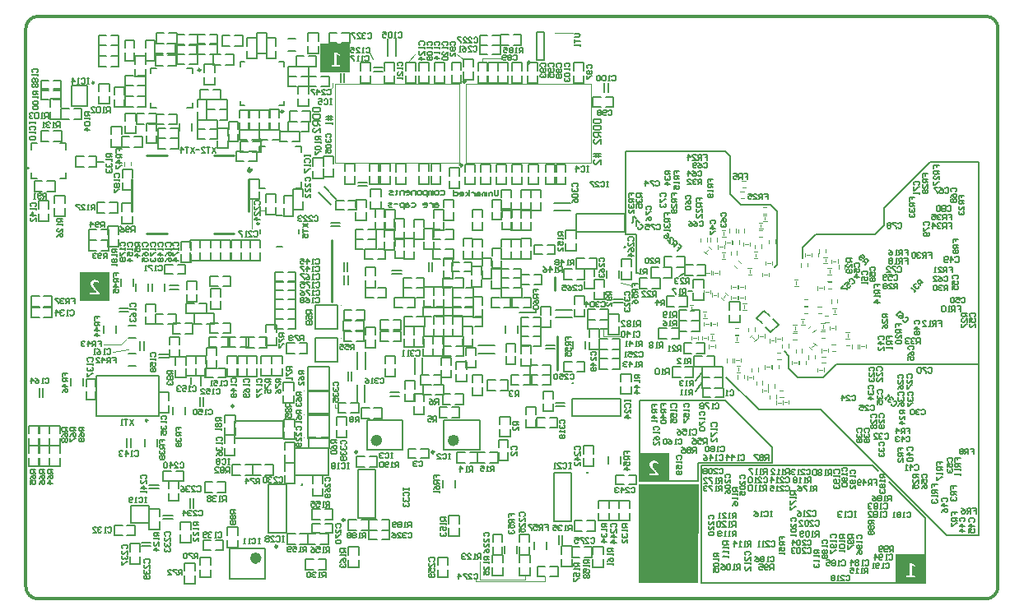
<source format=gbo>
G04 Layer_Color=32896*
%FSLAX44Y44*%
%MOMM*%
G71*
G01*
G75*
%ADD10C,0.2000*%
%ADD11C,0.3090*%
%ADD16C,0.1500*%
%ADD17C,0.3000*%
%ADD98C,0.1000*%
%ADD99C,0.2500*%
%ADD100C,0.3500*%
%ADD101C,0.6000*%
%ADD166C,0.1270*%
%ADD167C,0.2540*%
%ADD168C,0.0254*%
G36*
X692003Y118000D02*
X691861Y16250D01*
X630520D01*
X630520Y118000D01*
X692003Y118000D01*
D02*
G37*
D10*
X562000Y206250D02*
X612000D01*
X562000Y188250D02*
X612000D01*
X562000D02*
Y206250D01*
X612000Y188250D02*
Y206250D01*
X566000Y378250D02*
Y396250D01*
X616000Y378250D02*
Y396250D01*
X566000D02*
X616000D01*
X566000Y378250D02*
X616000D01*
X543000Y80000D02*
X561000D01*
X543000Y130000D02*
X561000D01*
X543000Y80000D02*
Y130000D01*
X561000Y80000D02*
Y130000D01*
X267750Y67750D02*
Y117750D01*
X249750Y67750D02*
Y117750D01*
X267750D01*
X249750Y67750D02*
X267750D01*
X165500Y505750D02*
X172000D01*
Y510500D01*
X128000Y505750D02*
X134500D01*
X128000D02*
Y510500D01*
Y541500D02*
Y546250D01*
X134500D01*
X165500D02*
X172000D01*
Y541500D02*
Y546250D01*
X47500Y507250D02*
X63500D01*
X47500Y528250D02*
X63500D01*
X47500Y507250D02*
Y528250D01*
X63500Y507250D02*
Y528250D01*
X246500Y21000D02*
Y52000D01*
X209500Y21000D02*
Y52000D01*
X246500D01*
X209500Y21000D02*
X246500D01*
X170250Y221000D02*
Y228500D01*
X180000Y219250D02*
Y229000D01*
X220750Y508375D02*
Y512875D01*
Y508375D02*
X225250D01*
X220750Y548375D02*
Y552875D01*
X225250D01*
X260750D02*
X265250D01*
Y548375D02*
Y552875D01*
Y508375D02*
Y512875D01*
X260750Y508375D02*
X265250D01*
X429750Y153250D02*
Y184250D01*
X466750Y153250D02*
Y184250D01*
X429750Y153250D02*
X466750D01*
X429750Y184250D02*
X466750D01*
X350750Y153250D02*
Y184250D01*
X387750Y153250D02*
Y184250D01*
X350750Y153250D02*
X387750D01*
X350750Y184250D02*
X387750D01*
X215000Y183500D02*
X265000D01*
X215000Y165500D02*
X265000D01*
X215000D02*
Y183500D01*
X265000Y165500D02*
Y183500D01*
X341750Y83500D02*
Y133500D01*
X359750Y83500D02*
Y133500D01*
X341750Y83500D02*
X359750D01*
X341750Y133500D02*
X359750D01*
X290000Y165500D02*
Y190500D01*
X312500D01*
Y165500D02*
Y190500D01*
X290000Y165500D02*
X312500D01*
X290000Y214000D02*
Y239000D01*
X312500D01*
Y214000D02*
Y239000D01*
X290000Y214000D02*
X312500D01*
X290000Y189500D02*
Y214500D01*
X312500D01*
Y189500D02*
Y214500D01*
X290000Y189500D02*
X312500D01*
X5250Y469000D02*
X11500D01*
X5250Y462750D02*
Y469000D01*
X35000D02*
X41250D01*
Y462750D02*
Y469000D01*
Y433000D02*
Y439250D01*
X35000Y433000D02*
X41250D01*
X5250Y432750D02*
X11500D01*
X5250D02*
Y439000D01*
X320250Y278000D02*
Y303000D01*
X297750Y278000D02*
X320250D01*
X297750D02*
Y303000D01*
X320250D01*
Y244000D02*
Y269000D01*
X297750Y244000D02*
X320250D01*
X297750D02*
X297750Y269000D01*
X320250Y269000D01*
X283250Y459750D02*
Y466000D01*
X277000D02*
X283250D01*
Y423000D02*
Y429250D01*
X277000Y423000D02*
X283250D01*
X240250D02*
X246500D01*
X240250D02*
Y429250D01*
Y459750D02*
Y466000D01*
X246500D01*
X584251Y494326D02*
X591249D01*
Y490827D01*
X590083Y489661D01*
X585417D01*
X584251Y490827D01*
Y494326D01*
Y487328D02*
X591249D01*
Y483829D01*
X590083Y482663D01*
X585417D01*
X584251Y483829D01*
Y487328D01*
X591249Y480330D02*
X584251D01*
Y476832D01*
X585417Y475665D01*
X587750D01*
X588916Y476832D01*
Y480330D01*
Y477998D02*
X591249Y475665D01*
Y468667D02*
Y473333D01*
X586584Y468667D01*
X585417D01*
X584251Y469834D01*
Y472166D01*
X585417Y473333D01*
X591249Y458171D02*
X584251D01*
Y455838D02*
X591249D01*
X586584Y459337D02*
Y455838D01*
Y454672D01*
X588916Y459337D02*
Y454672D01*
X591249Y447674D02*
Y452339D01*
X586584Y447674D01*
X585417D01*
X584251Y448840D01*
Y451173D01*
X585417Y452339D01*
X295555Y506000D02*
X302553D01*
Y502501D01*
X301386Y501335D01*
X296721D01*
X295555Y502501D01*
Y506000D01*
Y499002D02*
X302553D01*
Y495503D01*
X301386Y494337D01*
X296721D01*
X295555Y495503D01*
Y499002D01*
X302553Y492005D02*
X295555D01*
Y488506D01*
X296721Y487339D01*
X299054D01*
X300220Y488506D01*
Y492005D01*
Y489672D02*
X302553Y487339D01*
Y480342D02*
Y485007D01*
X297888Y480342D01*
X296721D01*
X295555Y481508D01*
Y483840D01*
X296721Y485007D01*
X315750Y496670D02*
X308752D01*
Y494337D02*
X315750D01*
X311085Y497836D02*
Y494337D01*
Y493171D01*
X313417Y497836D02*
Y493171D01*
X315750Y490838D02*
Y488506D01*
Y489672D01*
X308752D01*
X309919Y490838D01*
D11*
X12750Y600000D02*
X987350D01*
D16*
X508104Y294750D02*
G03*
X507500Y294500I0J-854D01*
G01*
X276250Y127500D02*
Y155000D01*
X311250D01*
Y127500D02*
Y155000D01*
X276250Y127500D02*
X311250D01*
X780000Y255000D02*
X784500Y250500D01*
Y237000D02*
Y250500D01*
Y237000D02*
X793750Y227750D01*
X689000Y213500D02*
X695500Y222750D01*
X689000Y224750D02*
X694750Y232750D01*
X980250Y280750D02*
Y450000D01*
X930000D02*
X980250D01*
X508104Y294750D02*
X525000D01*
Y298250D01*
X694500Y137250D02*
X871000D01*
X694500Y16500D02*
X924750D01*
Y83500D01*
X694500Y16500D02*
Y137250D01*
X719750Y204000D02*
X767750Y156000D01*
Y140250D02*
Y156000D01*
X691250Y140250D02*
X767750D01*
X691250Y121500D02*
Y140250D01*
X631000Y121500D02*
X691250D01*
X631000D02*
Y204000D01*
X719750D01*
X108375Y78125D02*
X126375Y78125D01*
X108375Y78125D02*
Y96125D01*
X126375Y96125D01*
Y78125D02*
Y96125D01*
X833750Y241250D02*
X980250D01*
Y280750D01*
X882750Y402750D02*
X930000Y450000D01*
X820250Y227750D02*
X833750Y241250D01*
X793750Y227750D02*
X820250D01*
X681500Y317250D02*
X685500D01*
X672250Y332000D02*
X678000Y335250D01*
X724750Y416750D02*
Y455750D01*
Y416750D02*
X735250Y406250D01*
X766250D01*
X773000Y399500D01*
Y344250D02*
Y399500D01*
X770500Y341750D02*
X773000Y344250D01*
X719250Y461250D02*
X724750Y455750D01*
X616750Y461250D02*
X719250D01*
X616750Y375500D02*
Y461250D01*
Y375500D02*
X628000D01*
Y336000D02*
Y375500D01*
Y336000D02*
X630500D01*
X980250Y65750D02*
Y245750D01*
X947250Y65750D02*
X980250D01*
X818000Y195000D02*
X947250Y65750D01*
X753750Y195000D02*
X818000D01*
X720250Y228500D02*
X753750Y195000D01*
X882750Y384750D02*
Y402750D01*
X873500Y375500D02*
X882750Y384750D01*
X812750Y375500D02*
X873500D01*
X73500Y450000D02*
X79750D01*
X257750Y394500D02*
X263750D01*
X240750Y376500D02*
Y380500D01*
X257750Y362500D02*
X263750D01*
X280750Y376500D02*
Y380500D01*
X887750Y120500D02*
X924750Y83500D01*
X871000Y137250D02*
X876750Y131500D01*
X799250Y362000D02*
X812750Y375500D01*
X799250Y350750D02*
Y362000D01*
X632000Y280750D02*
Y286248D01*
X629251D01*
X628335Y285332D01*
Y283499D01*
X629251Y282583D01*
X632000D01*
X630167D02*
X628335Y280750D01*
X626502D02*
X624669D01*
X625585D01*
Y286248D01*
X626502Y285332D01*
X621920D02*
X621004Y286248D01*
X619171D01*
X618255Y285332D01*
Y284415D01*
X619171Y283499D01*
X618255Y282583D01*
Y281666D01*
X619171Y280750D01*
X621004D01*
X621920Y281666D01*
Y282583D01*
X621004Y283499D01*
X621920Y284415D01*
Y285332D01*
X621004Y283499D02*
X619171D01*
X612756Y280750D02*
X616422D01*
X612756Y284415D01*
Y285332D01*
X613673Y286248D01*
X615505D01*
X616422Y285332D01*
X160750Y24750D02*
Y30248D01*
X158001D01*
X157085Y29332D01*
Y27499D01*
X158001Y26583D01*
X160750D01*
X158917D02*
X157085Y24750D01*
X155252Y30248D02*
X151586D01*
Y29332D01*
X155252Y25666D01*
Y24750D01*
X146088D02*
X149754D01*
X146088Y28416D01*
Y29332D01*
X147004Y30248D01*
X148837D01*
X149754Y29332D01*
X273750Y238750D02*
X268252D01*
Y236001D01*
X269168Y235084D01*
X271001D01*
X271917Y236001D01*
Y238750D01*
Y236917D02*
X273750Y235084D01*
X268252Y233252D02*
Y229586D01*
X269168D01*
X272834Y233252D01*
X273750D01*
Y227754D02*
Y225921D01*
Y226837D01*
X268252D01*
X269168Y227754D01*
X176750Y41750D02*
Y47248D01*
X174001D01*
X173085Y46332D01*
Y44499D01*
X174001Y43583D01*
X176750D01*
X174917D02*
X173085Y41750D01*
X171252Y47248D02*
X167586D01*
Y46332D01*
X171252Y42666D01*
Y41750D01*
X165754Y46332D02*
X164837Y47248D01*
X163004D01*
X162088Y46332D01*
Y42666D01*
X163004Y41750D01*
X164837D01*
X165754Y42666D01*
Y46332D01*
X309418Y475335D02*
X308502Y476251D01*
Y478084D01*
X309418Y479000D01*
X313084D01*
X314000Y478084D01*
Y476251D01*
X313084Y475335D01*
X309418Y473502D02*
X308502Y472585D01*
Y470753D01*
X309418Y469836D01*
X310334D01*
X311251Y470753D01*
Y471669D01*
Y470753D01*
X312167Y469836D01*
X313084D01*
X314000Y470753D01*
Y472585D01*
X313084Y473502D01*
X309418Y468004D02*
X308502Y467087D01*
Y465255D01*
X309418Y464338D01*
X313084D01*
X314000Y465255D01*
Y467087D01*
X313084Y468004D01*
X309418D01*
X308502Y458840D02*
Y462505D01*
X311251D01*
X310334Y460673D01*
Y459756D01*
X311251Y458840D01*
X313084D01*
X314000Y459756D01*
Y461589D01*
X313084Y462505D01*
X382835Y582582D02*
X383751Y583498D01*
X385584D01*
X386500Y582582D01*
Y578916D01*
X385584Y578000D01*
X383751D01*
X382835Y578916D01*
X381002Y578000D02*
X379169D01*
X380085D01*
Y583498D01*
X381002Y582582D01*
X376420D02*
X375504Y583498D01*
X373671D01*
X372754Y582582D01*
Y578916D01*
X373671Y578000D01*
X375504D01*
X376420Y578916D01*
Y582582D01*
X367256Y583498D02*
X370922D01*
Y580749D01*
X369089Y581665D01*
X368173D01*
X367256Y580749D01*
Y578916D01*
X368173Y578000D01*
X370005D01*
X370922Y578916D01*
X177750Y79000D02*
X172252D01*
Y76251D01*
X173168Y75335D01*
X175001D01*
X175917Y76251D01*
Y79000D01*
Y77167D02*
X177750Y75335D01*
Y73502D02*
Y71669D01*
Y72585D01*
X172252D01*
X173168Y73502D01*
X177750Y65255D02*
Y68920D01*
X174084Y65255D01*
X173168D01*
X172252Y66171D01*
Y68004D01*
X173168Y68920D01*
X177750Y59756D02*
Y63422D01*
X174084Y59756D01*
X173168D01*
X172252Y60673D01*
Y62505D01*
X173168Y63422D01*
X84334Y73082D02*
X85251Y73998D01*
X87084D01*
X88000Y73082D01*
Y69416D01*
X87084Y68500D01*
X85251D01*
X84334Y69416D01*
X82502Y68500D02*
X80669D01*
X81585D01*
Y73998D01*
X82502Y73082D01*
X77920D02*
X77004Y73998D01*
X75171D01*
X74254Y73082D01*
Y72165D01*
X75171Y71249D01*
X76087D01*
X75171D01*
X74254Y70333D01*
Y69416D01*
X75171Y68500D01*
X77004D01*
X77920Y69416D01*
X68756Y68500D02*
X72422D01*
X68756Y72165D01*
Y73082D01*
X69673Y73998D01*
X71505D01*
X72422Y73082D01*
X99918Y51585D02*
X99002Y52501D01*
Y54334D01*
X99918Y55250D01*
X103584D01*
X104500Y54334D01*
Y52501D01*
X103584Y51585D01*
X104500Y46086D02*
Y49752D01*
X100835Y46086D01*
X99918D01*
X99002Y47003D01*
Y48835D01*
X99918Y49752D01*
Y44254D02*
X99002Y43337D01*
Y41505D01*
X99918Y40588D01*
X100835D01*
X101751Y41505D01*
Y42421D01*
Y41505D01*
X102667Y40588D01*
X103584D01*
X104500Y41505D01*
Y43337D01*
X103584Y44254D01*
X99002Y38755D02*
Y35090D01*
X99918D01*
X103584Y38755D01*
X104500D01*
X176084Y115082D02*
X177001Y115998D01*
X178834D01*
X179750Y115082D01*
Y111416D01*
X178834Y110500D01*
X177001D01*
X176084Y111416D01*
X170586Y110500D02*
X174252D01*
X170586Y114165D01*
Y115082D01*
X171503Y115998D01*
X173335D01*
X174252Y115082D01*
X168754D02*
X167837Y115998D01*
X166005D01*
X165088Y115082D01*
Y114165D01*
X166005Y113249D01*
X166921D01*
X166005D01*
X165088Y112333D01*
Y111416D01*
X166005Y110500D01*
X167837D01*
X168754Y111416D01*
X159590Y115998D02*
X161423Y115082D01*
X163255Y113249D01*
Y111416D01*
X162339Y110500D01*
X160506D01*
X159590Y111416D01*
Y112333D01*
X160506Y113249D01*
X163255D01*
X215750Y91500D02*
X210252D01*
Y88751D01*
X211168Y87835D01*
X213001D01*
X213917Y88751D01*
Y91500D01*
Y89667D02*
X215750Y87835D01*
X211168Y86002D02*
X210252Y85085D01*
Y83253D01*
X211168Y82336D01*
X212085D01*
X213001Y83253D01*
X213917Y82336D01*
X214834D01*
X215750Y83253D01*
Y85085D01*
X214834Y86002D01*
X213917D01*
X213001Y85085D01*
X212085Y86002D01*
X211168D01*
X213001Y85085D02*
Y83253D01*
X214834Y80504D02*
X215750Y79587D01*
Y77755D01*
X214834Y76838D01*
X211168D01*
X210252Y77755D01*
Y79587D01*
X211168Y80504D01*
X212085D01*
X213001Y79587D01*
Y76838D01*
X332750Y139748D02*
X330917D01*
X331834D01*
Y134250D01*
X332750D01*
X330917D01*
X324503Y138832D02*
X325419Y139748D01*
X327252D01*
X328168Y138832D01*
Y135166D01*
X327252Y134250D01*
X325419D01*
X324503Y135166D01*
X322670Y134250D02*
X320837D01*
X321754D01*
Y139748D01*
X322670Y138832D01*
X318088D02*
X317172Y139748D01*
X315339D01*
X314423Y138832D01*
Y137915D01*
X315339Y136999D01*
X314423Y136083D01*
Y135166D01*
X315339Y134250D01*
X317172D01*
X318088Y135166D01*
Y136083D01*
X317172Y136999D01*
X318088Y137915D01*
Y138832D01*
X317172Y136999D02*
X315339D01*
X401334Y254832D02*
X402251Y255748D01*
X404084D01*
X405000Y254832D01*
Y251166D01*
X404084Y250250D01*
X402251D01*
X401334Y251166D01*
X399502Y254832D02*
X398585Y255748D01*
X396753D01*
X395836Y254832D01*
Y253916D01*
X396753Y252999D01*
X397669D01*
X396753D01*
X395836Y252083D01*
Y251166D01*
X396753Y250250D01*
X398585D01*
X399502Y251166D01*
X394004Y250250D02*
X392171D01*
X393087D01*
Y255748D01*
X394004Y254832D01*
X389422Y250250D02*
X387589D01*
X388505D01*
Y255748D01*
X389422Y254832D01*
X260585Y124582D02*
X261501Y125498D01*
X263334D01*
X264250Y124582D01*
Y120916D01*
X263334Y120000D01*
X261501D01*
X260585Y120916D01*
X255086Y120000D02*
X258752D01*
X255086Y123666D01*
Y124582D01*
X256003Y125498D01*
X257835D01*
X258752Y124582D01*
X253254D02*
X252337Y125498D01*
X250504D01*
X249588Y124582D01*
Y123666D01*
X250504Y122749D01*
X251421D01*
X250504D01*
X249588Y121833D01*
Y120916D01*
X250504Y120000D01*
X252337D01*
X253254Y120916D01*
X247755Y124582D02*
X246839Y125498D01*
X245006D01*
X244090Y124582D01*
Y120916D01*
X245006Y120000D01*
X246839D01*
X247755Y120916D01*
Y124582D01*
X279168Y173584D02*
X278252Y174501D01*
Y176334D01*
X279168Y177250D01*
X282834D01*
X283750Y176334D01*
Y174501D01*
X282834Y173584D01*
X283750Y168086D02*
Y171752D01*
X280084Y168086D01*
X279168D01*
X278252Y169003D01*
Y170835D01*
X279168Y171752D01*
X283750Y162588D02*
Y166254D01*
X280084Y162588D01*
X279168D01*
X278252Y163505D01*
Y165337D01*
X279168Y166254D01*
X282834Y160755D02*
X283750Y159839D01*
Y158006D01*
X282834Y157090D01*
X279168D01*
X278252Y158006D01*
Y159839D01*
X279168Y160755D01*
X280084D01*
X281001Y159839D01*
Y157090D01*
X564752Y582000D02*
X568417D01*
X570250Y580167D01*
X568417Y578335D01*
X564752D01*
Y576502D02*
Y572836D01*
Y574669D01*
X570250D01*
Y571004D02*
Y569171D01*
Y570087D01*
X564752D01*
X565668Y571004D01*
X329000Y51750D02*
X323502D01*
Y49001D01*
X324418Y48085D01*
X326251D01*
X327167Y49001D01*
Y51750D01*
Y49917D02*
X329000Y48085D01*
Y46252D02*
Y44419D01*
Y45335D01*
X323502D01*
X324418Y46252D01*
X323502Y38005D02*
X324418Y39837D01*
X326251Y41670D01*
X328084D01*
X329000Y40754D01*
Y38921D01*
X328084Y38005D01*
X327167D01*
X326251Y38921D01*
Y41670D01*
X324418Y36172D02*
X323502Y35255D01*
Y33423D01*
X324418Y32506D01*
X325335D01*
X326251Y33423D01*
Y34339D01*
Y33423D01*
X327167Y32506D01*
X328084D01*
X329000Y33423D01*
Y35255D01*
X328084Y36172D01*
X511000Y562250D02*
Y567748D01*
X508251D01*
X507335Y566832D01*
Y564999D01*
X508251Y564083D01*
X511000D01*
X509167D02*
X507335Y562250D01*
X505502D02*
X503669D01*
X504585D01*
Y567748D01*
X505502Y566832D01*
X500920D02*
X500004Y567748D01*
X498171D01*
X497254Y566832D01*
Y565915D01*
X498171Y564999D01*
X497254Y564083D01*
Y563166D01*
X498171Y562250D01*
X500004D01*
X500920Y563166D01*
Y564083D01*
X500004Y564999D01*
X500920Y565915D01*
Y566832D01*
X500004Y564999D02*
X498171D01*
X491756Y567748D02*
X495422D01*
Y564999D01*
X493589Y565915D01*
X492673D01*
X491756Y564999D01*
Y563166D01*
X492673Y562250D01*
X494505D01*
X495422Y563166D01*
X602500Y316500D02*
X597002D01*
Y313751D01*
X597918Y312834D01*
X599751D01*
X600667Y313751D01*
Y316500D01*
Y314667D02*
X602500Y312834D01*
X601584Y311002D02*
X602500Y310085D01*
Y308253D01*
X601584Y307336D01*
X597918D01*
X597002Y308253D01*
Y310085D01*
X597918Y311002D01*
X598834D01*
X599751Y310085D01*
Y307336D01*
X602500Y301838D02*
Y305504D01*
X598834Y301838D01*
X597918D01*
X597002Y302754D01*
Y304587D01*
X597918Y305504D01*
X866250Y26250D02*
Y31748D01*
X863501D01*
X862585Y30832D01*
Y28999D01*
X863501Y28083D01*
X866250D01*
X864417D02*
X862585Y26250D01*
X860752D02*
X858919D01*
X859835D01*
Y31748D01*
X860752Y30832D01*
X856170Y26250D02*
X854337D01*
X855254D01*
Y31748D01*
X856170Y30832D01*
X847923Y31748D02*
X851588D01*
Y28999D01*
X849755Y29915D01*
X848839D01*
X847923Y28999D01*
Y27166D01*
X848839Y26250D01*
X850672D01*
X851588Y27166D01*
X549918Y180835D02*
X549002Y181751D01*
Y183584D01*
X549918Y184500D01*
X553584D01*
X554500Y183584D01*
Y181751D01*
X553584Y180835D01*
X549918Y179002D02*
X549002Y178085D01*
Y176253D01*
X549918Y175336D01*
X550835D01*
X551751Y176253D01*
Y177169D01*
Y176253D01*
X552667Y175336D01*
X553584D01*
X554500Y176253D01*
Y178085D01*
X553584Y179002D01*
X554500Y173504D02*
Y171671D01*
Y172587D01*
X549002D01*
X549918Y173504D01*
Y168922D02*
X549002Y168005D01*
Y166173D01*
X549918Y165256D01*
X550835D01*
X551751Y166173D01*
X552667Y165256D01*
X553584D01*
X554500Y166173D01*
Y168005D01*
X553584Y168922D01*
X552667D01*
X551751Y168005D01*
X550835Y168922D01*
X549918D01*
X551751Y168005D02*
Y166173D01*
X616918Y312584D02*
X616002Y313501D01*
Y315334D01*
X616918Y316250D01*
X620584D01*
X621500Y315334D01*
Y313501D01*
X620584Y312584D01*
X616918Y310752D02*
X616002Y309835D01*
Y308003D01*
X616918Y307086D01*
X617835D01*
X618751Y308003D01*
Y308919D01*
Y308003D01*
X619667Y307086D01*
X620584D01*
X621500Y308003D01*
Y309835D01*
X620584Y310752D01*
X621500Y301588D02*
Y305254D01*
X617835Y301588D01*
X616918D01*
X616002Y302505D01*
Y304337D01*
X616918Y305254D01*
Y299755D02*
X616002Y298839D01*
Y297006D01*
X616918Y296090D01*
X617835D01*
X618751Y297006D01*
Y297923D01*
Y297006D01*
X619667Y296090D01*
X620584D01*
X621500Y297006D01*
Y298839D01*
X620584Y299755D01*
X562918Y424585D02*
X562002Y425501D01*
Y427334D01*
X562918Y428250D01*
X566584D01*
X567500Y427334D01*
Y425501D01*
X566584Y424585D01*
X562918Y422752D02*
X562002Y421835D01*
Y420003D01*
X562918Y419086D01*
X563834D01*
X564751Y420003D01*
Y420919D01*
Y420003D01*
X565667Y419086D01*
X566584D01*
X567500Y420003D01*
Y421835D01*
X566584Y422752D01*
X562918Y417254D02*
X562002Y416337D01*
Y414505D01*
X562918Y413588D01*
X566584D01*
X567500Y414505D01*
Y416337D01*
X566584Y417254D01*
X562918D01*
X562002Y408090D02*
X562918Y409923D01*
X564751Y411755D01*
X566584D01*
X567500Y410839D01*
Y409006D01*
X566584Y408090D01*
X565667D01*
X564751Y409006D01*
Y411755D01*
X364585Y226582D02*
X365501Y227498D01*
X367334D01*
X368250Y226582D01*
Y222916D01*
X367334Y222000D01*
X365501D01*
X364585Y222916D01*
X362752Y226582D02*
X361835Y227498D01*
X360003D01*
X359086Y226582D01*
Y225665D01*
X360003Y224749D01*
X360919D01*
X360003D01*
X359086Y223833D01*
Y222916D01*
X360003Y222000D01*
X361835D01*
X362752Y222916D01*
X357254Y222000D02*
X355421D01*
X356337D01*
Y227498D01*
X357254Y226582D01*
X349006Y227498D02*
X350839Y226582D01*
X352672Y224749D01*
Y222916D01*
X351755Y222000D01*
X349923D01*
X349006Y222916D01*
Y223833D01*
X349923Y224749D01*
X352672D01*
X591834Y305082D02*
X592751Y305998D01*
X594584D01*
X595500Y305082D01*
Y301416D01*
X594584Y300500D01*
X592751D01*
X591834Y301416D01*
X590002Y305082D02*
X589085Y305998D01*
X587253D01*
X586336Y305082D01*
Y304165D01*
X587253Y303249D01*
X588169D01*
X587253D01*
X586336Y302333D01*
Y301416D01*
X587253Y300500D01*
X589085D01*
X590002Y301416D01*
X584504Y305082D02*
X583587Y305998D01*
X581754D01*
X580838Y305082D01*
Y301416D01*
X581754Y300500D01*
X583587D01*
X584504Y301416D01*
Y305082D01*
X576256Y300500D02*
Y305998D01*
X579005Y303249D01*
X575340D01*
X309834Y523832D02*
X310751Y524748D01*
X312584D01*
X313500Y523832D01*
Y520166D01*
X312584Y519250D01*
X310751D01*
X309834Y520166D01*
X304336Y519250D02*
X308002D01*
X304336Y522915D01*
Y523832D01*
X305253Y524748D01*
X307085D01*
X308002Y523832D01*
X299755Y519250D02*
Y524748D01*
X302504Y521999D01*
X298838D01*
X297005Y524748D02*
X293340D01*
Y523832D01*
X297005Y520166D01*
Y519250D01*
X533335Y76498D02*
X537000D01*
Y73749D01*
X535167D01*
X537000D01*
Y71000D01*
X531502D02*
Y76498D01*
X528753D01*
X527836Y75582D01*
Y73749D01*
X528753Y72833D01*
X531502D01*
X529669D02*
X527836Y71000D01*
X522338Y76498D02*
X526004D01*
Y73749D01*
X524171Y74665D01*
X523255D01*
X522338Y73749D01*
Y71916D01*
X523255Y71000D01*
X525087D01*
X526004Y71916D01*
X520505Y76498D02*
X516840D01*
Y75582D01*
X520505Y71916D01*
Y71000D01*
X460835Y25082D02*
X461751Y25998D01*
X463584D01*
X464500Y25082D01*
Y21416D01*
X463584Y20500D01*
X461751D01*
X460835Y21416D01*
X455336Y20500D02*
X459002D01*
X455336Y24165D01*
Y25082D01*
X456253Y25998D01*
X458085D01*
X459002Y25082D01*
X453504Y25998D02*
X449838D01*
Y25082D01*
X453504Y21416D01*
Y20500D01*
X445256D02*
Y25998D01*
X448005Y23249D01*
X444340D01*
X240750Y62248D02*
X238917D01*
X239834D01*
Y56750D01*
X240750D01*
X238917D01*
X232503Y61332D02*
X233419Y62248D01*
X235252D01*
X236168Y61332D01*
Y57667D01*
X235252Y56750D01*
X233419D01*
X232503Y57667D01*
X230670Y56750D02*
X228837D01*
X229753D01*
Y62248D01*
X230670Y61332D01*
X226088Y56750D02*
X224255D01*
X225172D01*
Y62248D01*
X226088Y61332D01*
X197834Y67832D02*
X198751Y68748D01*
X200584D01*
X201500Y67832D01*
Y64166D01*
X200584Y63250D01*
X198751D01*
X197834Y64166D01*
X196002Y63250D02*
X194169D01*
X195085D01*
Y68748D01*
X196002Y67832D01*
X191420D02*
X190504Y68748D01*
X188671D01*
X187754Y67832D01*
Y66915D01*
X188671Y65999D01*
X189587D01*
X188671D01*
X187754Y65083D01*
Y64166D01*
X188671Y63250D01*
X190504D01*
X191420Y64166D01*
X185922D02*
X185005Y63250D01*
X183173D01*
X182256Y64166D01*
Y67832D01*
X183173Y68748D01*
X185005D01*
X185922Y67832D01*
Y66915D01*
X185005Y65999D01*
X182256D01*
X137000Y68500D02*
X131502D01*
Y65751D01*
X132418Y64834D01*
X134251D01*
X135167Y65751D01*
Y68500D01*
Y66667D02*
X137000Y64834D01*
Y63002D02*
Y61169D01*
Y62085D01*
X131502D01*
X132418Y63002D01*
X137000Y54754D02*
Y58420D01*
X133335Y54754D01*
X132418D01*
X131502Y55671D01*
Y57503D01*
X132418Y58420D01*
X137000Y50173D02*
X131502D01*
X134251Y52922D01*
Y49256D01*
X284752Y386500D02*
X290250Y382835D01*
X284752D02*
X290250Y386500D01*
X284752Y381002D02*
Y377336D01*
Y379169D01*
X290250D01*
X284752Y371838D02*
Y375504D01*
X287501D01*
X286584Y373671D01*
Y372755D01*
X287501Y371838D01*
X289334D01*
X290250Y372755D01*
Y374587D01*
X289334Y375504D01*
X303250Y476500D02*
X297752D01*
Y473751D01*
X298668Y472835D01*
X300501D01*
X301417Y473751D01*
Y476500D01*
Y474667D02*
X303250Y472835D01*
Y471002D02*
Y469169D01*
Y470085D01*
X297752D01*
X298668Y471002D01*
Y466420D02*
X297752Y465504D01*
Y463671D01*
X298668Y462755D01*
X302334D01*
X303250Y463671D01*
Y465504D01*
X302334Y466420D01*
X298668D01*
X297752Y460922D02*
Y457256D01*
X298668D01*
X302334Y460922D01*
X303250D01*
X124500Y104748D02*
X122667D01*
X123584D01*
Y99250D01*
X124500D01*
X122667D01*
X116253Y103832D02*
X117169Y104748D01*
X119002D01*
X119918Y103832D01*
Y100166D01*
X119002Y99250D01*
X117169D01*
X116253Y100166D01*
X114420Y99250D02*
X112587D01*
X113504D01*
Y104748D01*
X114420Y103832D01*
X109838Y100166D02*
X108922Y99250D01*
X107089D01*
X106173Y100166D01*
Y103832D01*
X107089Y104748D01*
X108922D01*
X109838Y103832D01*
Y102915D01*
X108922Y101999D01*
X106173D01*
X122668Y37085D02*
X121752Y38001D01*
Y39834D01*
X122668Y40750D01*
X126334D01*
X127250Y39834D01*
Y38001D01*
X126334Y37085D01*
X127250Y31586D02*
Y35252D01*
X123584Y31586D01*
X122668D01*
X121752Y32503D01*
Y34335D01*
X122668Y35252D01*
Y29754D02*
X121752Y28837D01*
Y27004D01*
X122668Y26088D01*
X123584D01*
X124501Y27004D01*
Y27921D01*
Y27004D01*
X125417Y26088D01*
X126334D01*
X127250Y27004D01*
Y28837D01*
X126334Y29754D01*
Y24255D02*
X127250Y23339D01*
Y21506D01*
X126334Y20590D01*
X122668D01*
X121752Y21506D01*
Y23339D01*
X122668Y24255D01*
X123584D01*
X124501Y23339D01*
Y20590D01*
X236168Y406085D02*
X235252Y407001D01*
Y408834D01*
X236168Y409750D01*
X239834D01*
X240750Y408834D01*
Y407001D01*
X239834Y406085D01*
X240750Y400586D02*
Y404252D01*
X237085Y400586D01*
X236168D01*
X235252Y401503D01*
Y403335D01*
X236168Y404252D01*
X240750Y395088D02*
Y398754D01*
X237085Y395088D01*
X236168D01*
X235252Y396004D01*
Y397837D01*
X236168Y398754D01*
X240750Y390506D02*
X235252D01*
X238001Y393255D01*
Y389590D01*
X296835Y393582D02*
X297751Y394498D01*
X299584D01*
X300500Y393582D01*
Y389916D01*
X299584Y389000D01*
X297751D01*
X296835Y389916D01*
X291336Y389000D02*
X295002D01*
X291336Y392665D01*
Y393582D01*
X292253Y394498D01*
X294085D01*
X295002Y393582D01*
X285838Y389000D02*
X289504D01*
X285838Y392665D01*
Y393582D01*
X286754Y394498D01*
X288587D01*
X289504Y393582D01*
X284005D02*
X283089Y394498D01*
X281256D01*
X280340Y393582D01*
Y392665D01*
X281256Y391749D01*
X282173D01*
X281256D01*
X280340Y390833D01*
Y389916D01*
X281256Y389000D01*
X283089D01*
X284005Y389916D01*
X288418Y430084D02*
X287502Y431001D01*
Y432834D01*
X288418Y433750D01*
X292084D01*
X293000Y432834D01*
Y431001D01*
X292084Y430084D01*
X293000Y424586D02*
Y428252D01*
X289335Y424586D01*
X288418D01*
X287502Y425503D01*
Y427335D01*
X288418Y428252D01*
X293000Y419088D02*
Y422754D01*
X289335Y419088D01*
X288418D01*
X287502Y420005D01*
Y421837D01*
X288418Y422754D01*
X293000Y413590D02*
Y417255D01*
X289335Y413590D01*
X288418D01*
X287502Y414506D01*
Y416339D01*
X288418Y417255D01*
X60000Y176500D02*
X54502D01*
Y173751D01*
X55418Y172834D01*
X57251D01*
X58167Y173751D01*
Y176500D01*
Y174667D02*
X60000Y172834D01*
X54502Y167336D02*
X55418Y169169D01*
X57251Y171002D01*
X59083D01*
X60000Y170085D01*
Y168253D01*
X59083Y167336D01*
X58167D01*
X57251Y168253D01*
Y171002D01*
X59083Y165504D02*
X60000Y164587D01*
Y162754D01*
X59083Y161838D01*
X55418D01*
X54502Y162754D01*
Y164587D01*
X55418Y165504D01*
X56335D01*
X57251Y164587D01*
Y161838D01*
X42750Y176250D02*
X37252D01*
Y173501D01*
X38168Y172584D01*
X40001D01*
X40917Y173501D01*
Y176250D01*
Y174417D02*
X42750Y172584D01*
X37252Y167086D02*
X38168Y168919D01*
X40001Y170752D01*
X41834D01*
X42750Y169835D01*
Y168003D01*
X41834Y167086D01*
X40917D01*
X40001Y168003D01*
Y170752D01*
X38168Y165254D02*
X37252Y164337D01*
Y162504D01*
X38168Y161588D01*
X39084D01*
X40001Y162504D01*
X40917Y161588D01*
X41834D01*
X42750Y162504D01*
Y164337D01*
X41834Y165254D01*
X40917D01*
X40001Y164337D01*
X39084Y165254D01*
X38168D01*
X40001Y164337D02*
Y162504D01*
X51250Y176500D02*
X45752D01*
Y173751D01*
X46668Y172834D01*
X48501D01*
X49417Y173751D01*
Y176500D01*
Y174667D02*
X51250Y172834D01*
X45752Y167336D02*
X46668Y169169D01*
X48501Y171002D01*
X50334D01*
X51250Y170085D01*
Y168253D01*
X50334Y167336D01*
X49417D01*
X48501Y168253D01*
Y171002D01*
X45752Y165504D02*
Y161838D01*
X46668D01*
X50334Y165504D01*
X51250D01*
X19250Y133000D02*
X13752D01*
Y130251D01*
X14668Y129334D01*
X16501D01*
X17417Y130251D01*
Y133000D01*
Y131167D02*
X19250Y129334D01*
X13752Y123836D02*
X14668Y125669D01*
X16501Y127502D01*
X18334D01*
X19250Y126585D01*
Y124753D01*
X18334Y123836D01*
X17417D01*
X16501Y124753D01*
Y127502D01*
X13752Y118338D02*
X14668Y120171D01*
X16501Y122003D01*
X18334D01*
X19250Y121087D01*
Y119254D01*
X18334Y118338D01*
X17417D01*
X16501Y119254D01*
Y122003D01*
X10000Y133000D02*
X4502D01*
Y130251D01*
X5418Y129334D01*
X7251D01*
X8167Y130251D01*
Y133000D01*
Y131167D02*
X10000Y129334D01*
X4502Y123836D02*
X5418Y125669D01*
X7251Y127502D01*
X9083D01*
X10000Y126585D01*
Y124753D01*
X9083Y123836D01*
X8167D01*
X7251Y124753D01*
Y127502D01*
X4502Y118338D02*
Y122003D01*
X7251D01*
X6334Y120171D01*
Y119254D01*
X7251Y118338D01*
X9083D01*
X10000Y119254D01*
Y121087D01*
X9083Y122003D01*
X28000Y133000D02*
X22502D01*
Y130251D01*
X23418Y129334D01*
X25251D01*
X26167Y130251D01*
Y133000D01*
Y131167D02*
X28000Y129334D01*
X22502Y123836D02*
X23418Y125669D01*
X25251Y127502D01*
X27084D01*
X28000Y126585D01*
Y124753D01*
X27084Y123836D01*
X26167D01*
X25251Y124753D01*
Y127502D01*
X28000Y119254D02*
X22502D01*
X25251Y122003D01*
Y118338D01*
X476500Y43750D02*
X471002D01*
Y41001D01*
X471918Y40085D01*
X473751D01*
X474667Y41001D01*
Y43750D01*
Y41917D02*
X476500Y40085D01*
Y38252D02*
Y36419D01*
Y37335D01*
X471002D01*
X471918Y38252D01*
X476500Y30004D02*
Y33670D01*
X472835Y30004D01*
X471918D01*
X471002Y30921D01*
Y32754D01*
X471918Y33670D01*
X471002Y24506D02*
Y28172D01*
X473751D01*
X472835Y26339D01*
Y25423D01*
X473751Y24506D01*
X475584D01*
X476500Y25423D01*
Y27255D01*
X475584Y28172D01*
X468000Y41000D02*
Y46498D01*
X465251D01*
X464334Y45582D01*
Y43749D01*
X465251Y42833D01*
X468000D01*
X466167D02*
X464334Y41000D01*
X462502D02*
X460669D01*
X461585D01*
Y46498D01*
X462502Y45582D01*
X454254Y41000D02*
X457920D01*
X454254Y44665D01*
Y45582D01*
X455171Y46498D01*
X457004D01*
X457920Y45582D01*
X452422D02*
X451505Y46498D01*
X449673D01*
X448756Y45582D01*
Y44665D01*
X449673Y43749D01*
X450589D01*
X449673D01*
X448756Y42833D01*
Y41916D01*
X449673Y41000D01*
X451505D01*
X452422Y41916D01*
X496752Y83834D02*
Y87500D01*
X499501D01*
Y85667D01*
Y87500D01*
X502250D01*
Y82002D02*
X496752D01*
Y79253D01*
X497668Y78336D01*
X499501D01*
X500417Y79253D01*
Y82002D01*
Y80169D02*
X502250Y78336D01*
X496752Y72838D02*
Y76504D01*
X499501D01*
X498585Y74671D01*
Y73755D01*
X499501Y72838D01*
X501334D01*
X502250Y73755D01*
Y75587D01*
X501334Y76504D01*
X497668Y71005D02*
X496752Y70089D01*
Y68256D01*
X497668Y67340D01*
X498585D01*
X499501Y68256D01*
Y69173D01*
Y68256D01*
X500417Y67340D01*
X501334D01*
X502250Y68256D01*
Y70089D01*
X501334Y71005D01*
X93252Y459585D02*
Y463250D01*
X96001D01*
Y461417D01*
Y463250D01*
X98750D01*
Y457752D02*
X93252D01*
Y455003D01*
X94168Y454086D01*
X96001D01*
X96917Y455003D01*
Y457752D01*
Y455919D02*
X98750Y454086D01*
Y449505D02*
X93252D01*
X96001Y452254D01*
Y448588D01*
X93252Y446755D02*
Y443090D01*
X94168D01*
X97834Y446755D01*
X98750D01*
X508668Y85335D02*
X507752Y86251D01*
Y88084D01*
X508668Y89000D01*
X512334D01*
X513250Y88084D01*
Y86251D01*
X512334Y85335D01*
X513250Y79836D02*
Y83502D01*
X509585Y79836D01*
X508668D01*
X507752Y80753D01*
Y82585D01*
X508668Y83502D01*
X513250Y74338D02*
Y78004D01*
X509585Y74338D01*
X508668D01*
X507752Y75255D01*
Y77087D01*
X508668Y78004D01*
X507752Y68840D02*
Y72505D01*
X510501D01*
X509585Y70673D01*
Y69756D01*
X510501Y68840D01*
X512334D01*
X513250Y69756D01*
Y71589D01*
X512334Y72505D01*
X472168Y64335D02*
X471252Y65251D01*
Y67084D01*
X472168Y68000D01*
X475834D01*
X476750Y67084D01*
Y65251D01*
X475834Y64335D01*
X476750Y58836D02*
Y62502D01*
X473084Y58836D01*
X472168D01*
X471252Y59753D01*
Y61585D01*
X472168Y62502D01*
X476750Y53338D02*
Y57004D01*
X473084Y53338D01*
X472168D01*
X471252Y54254D01*
Y56087D01*
X472168Y57004D01*
X471252Y47840D02*
X472168Y49673D01*
X474001Y51505D01*
X475834D01*
X476750Y50589D01*
Y48756D01*
X475834Y47840D01*
X474917D01*
X474001Y48756D01*
Y51505D01*
X83500Y350500D02*
Y355998D01*
X80751D01*
X79834Y355082D01*
Y353249D01*
X80751Y352333D01*
X83500D01*
X81667D02*
X79834Y350500D01*
X78002Y351416D02*
X77085Y350500D01*
X75253D01*
X74336Y351416D01*
Y355082D01*
X75253Y355998D01*
X77085D01*
X78002Y355082D01*
Y354165D01*
X77085Y353249D01*
X74336D01*
X72504Y355082D02*
X71587Y355998D01*
X69755D01*
X68838Y355082D01*
Y354165D01*
X69755Y353249D01*
X70671D01*
X69755D01*
X68838Y352333D01*
Y351416D01*
X69755Y350500D01*
X71587D01*
X72504Y351416D01*
X80750Y383000D02*
Y388498D01*
X78001D01*
X77084Y387582D01*
Y385749D01*
X78001Y384833D01*
X80750D01*
X78917D02*
X77084Y383000D01*
X75252Y383916D02*
X74335Y383000D01*
X72503D01*
X71586Y383916D01*
Y387582D01*
X72503Y388498D01*
X74335D01*
X75252Y387582D01*
Y386665D01*
X74335Y385749D01*
X71586D01*
X67004Y383000D02*
Y388498D01*
X69754Y385749D01*
X66088D01*
X119418Y124085D02*
X118502Y125001D01*
Y126834D01*
X119418Y127750D01*
X123084D01*
X124000Y126834D01*
Y125001D01*
X123084Y124085D01*
X124000Y118586D02*
Y122252D01*
X120335Y118586D01*
X119418D01*
X118502Y119503D01*
Y121335D01*
X119418Y122252D01*
X124000Y114004D02*
X118502D01*
X121251Y116754D01*
Y113088D01*
X124000Y111255D02*
Y109423D01*
Y110339D01*
X118502D01*
X119418Y111255D01*
X143918Y65085D02*
X143002Y66001D01*
Y67834D01*
X143918Y68750D01*
X147584D01*
X148500Y67834D01*
Y66001D01*
X147584Y65085D01*
X148500Y59586D02*
Y63252D01*
X144834Y59586D01*
X143918D01*
X143002Y60503D01*
Y62335D01*
X143918Y63252D01*
Y57754D02*
X143002Y56837D01*
Y55005D01*
X143918Y54088D01*
X144834D01*
X145751Y55005D01*
Y55921D01*
Y55005D01*
X146667Y54088D01*
X147584D01*
X148500Y55005D01*
Y56837D01*
X147584Y57754D01*
X143918Y52255D02*
X143002Y51339D01*
Y49506D01*
X143918Y48590D01*
X144834D01*
X145751Y49506D01*
Y50423D01*
Y49506D01*
X146667Y48590D01*
X147584D01*
X148500Y49506D01*
Y51339D01*
X147584Y52255D01*
X177834Y90082D02*
X178751Y90998D01*
X180584D01*
X181500Y90082D01*
Y86416D01*
X180584Y85500D01*
X178751D01*
X177834Y86416D01*
X172336Y85500D02*
X176002D01*
X172336Y89165D01*
Y90082D01*
X173253Y90998D01*
X175085D01*
X176002Y90082D01*
X170504D02*
X169587Y90998D01*
X167754D01*
X166838Y90082D01*
Y89165D01*
X167754Y88249D01*
X168671D01*
X167754D01*
X166838Y87333D01*
Y86416D01*
X167754Y85500D01*
X169587D01*
X170504Y86416D01*
X162256Y85500D02*
Y90998D01*
X165005Y88249D01*
X161340D01*
X393335Y67332D02*
X394251Y68248D01*
X396084D01*
X397000Y67332D01*
Y63666D01*
X396084Y62750D01*
X394251D01*
X393335Y63666D01*
X391502Y67332D02*
X390585Y68248D01*
X388753D01*
X387836Y67332D01*
Y66416D01*
X388753Y65499D01*
X389669D01*
X388753D01*
X387836Y64583D01*
Y63666D01*
X388753Y62750D01*
X390585D01*
X391502Y63666D01*
X382338Y62750D02*
X386004D01*
X382338Y66416D01*
Y67332D01*
X383255Y68248D01*
X385087D01*
X386004Y67332D01*
X376840Y68248D02*
X378673Y67332D01*
X380505Y65499D01*
Y63666D01*
X379589Y62750D01*
X377756D01*
X376840Y63666D01*
Y64583D01*
X377756Y65499D01*
X380505D01*
X628084Y274582D02*
X629001Y275498D01*
X630834D01*
X631750Y274582D01*
Y270916D01*
X630834Y270000D01*
X629001D01*
X628084Y270916D01*
X626252Y270000D02*
X624419D01*
X625335D01*
Y275498D01*
X626252Y274582D01*
X618921Y270000D02*
Y275498D01*
X621670Y272749D01*
X618004D01*
X616172Y274582D02*
X615255Y275498D01*
X613423D01*
X612506Y274582D01*
Y270916D01*
X613423Y270000D01*
X615255D01*
X616172Y270916D01*
Y274582D01*
X288500Y48250D02*
Y53748D01*
X285751D01*
X284834Y52832D01*
Y50999D01*
X285751Y50083D01*
X288500D01*
X286667D02*
X284834Y48250D01*
X283002D02*
X281169D01*
X282085D01*
Y53748D01*
X283002Y52832D01*
X274755Y53748D02*
X278420D01*
Y50999D01*
X276587Y51915D01*
X275671D01*
X274755Y50999D01*
Y49166D01*
X275671Y48250D01*
X277504D01*
X278420Y49166D01*
X272922D02*
X272005Y48250D01*
X270173D01*
X269256Y49166D01*
Y52832D01*
X270173Y53748D01*
X272005D01*
X272922Y52832D01*
Y51915D01*
X272005Y50999D01*
X269256D01*
X312500Y48000D02*
Y53498D01*
X309751D01*
X308834Y52582D01*
Y50749D01*
X309751Y49833D01*
X312500D01*
X310667D02*
X308834Y48000D01*
X307002D02*
X305169D01*
X306085D01*
Y53498D01*
X307002Y52582D01*
X298755Y53498D02*
X302420D01*
Y50749D01*
X300587Y51666D01*
X299671D01*
X298755Y50749D01*
Y48916D01*
X299671Y48000D01*
X301504D01*
X302420Y48916D01*
X293256Y53498D02*
X295089Y52582D01*
X296922Y50749D01*
Y48916D01*
X296005Y48000D01*
X294173D01*
X293256Y48916D01*
Y49833D01*
X294173Y50749D01*
X296922D01*
X312500Y94750D02*
Y100248D01*
X309751D01*
X308834Y99332D01*
Y97499D01*
X309751Y96583D01*
X312500D01*
X310667D02*
X308834Y94750D01*
X307002D02*
X305169D01*
X306085D01*
Y100248D01*
X307002Y99332D01*
X298755Y100248D02*
X302420D01*
Y97499D01*
X300587Y98415D01*
X299671D01*
X298755Y97499D01*
Y95666D01*
X299671Y94750D01*
X301504D01*
X302420Y95666D01*
X293256Y100248D02*
X296922D01*
Y97499D01*
X295089Y98415D01*
X294173D01*
X293256Y97499D01*
Y95666D01*
X294173Y94750D01*
X296005D01*
X296922Y95666D01*
X265750Y64498D02*
X263917D01*
X264834D01*
Y59000D01*
X265750D01*
X263917D01*
X257503Y63582D02*
X258419Y64498D01*
X260252D01*
X261168Y63582D01*
Y59916D01*
X260252Y59000D01*
X258419D01*
X257503Y59916D01*
X252004Y59000D02*
X255670D01*
X252004Y62666D01*
Y63582D01*
X252921Y64498D01*
X254753D01*
X255670Y63582D01*
X250172D02*
X249255Y64498D01*
X247423D01*
X246506Y63582D01*
Y62666D01*
X247423Y61749D01*
X246506Y60833D01*
Y59916D01*
X247423Y59000D01*
X249255D01*
X250172Y59916D01*
Y60833D01*
X249255Y61749D01*
X250172Y62666D01*
Y63582D01*
X249255Y61749D02*
X247423D01*
X319418Y73584D02*
X318502Y74501D01*
Y76334D01*
X319418Y77250D01*
X323084D01*
X324000Y76334D01*
Y74501D01*
X323084Y73584D01*
X324000Y68086D02*
Y71752D01*
X320335Y68086D01*
X319418D01*
X318502Y69003D01*
Y70835D01*
X319418Y71752D01*
X318502Y66254D02*
Y62588D01*
X319418D01*
X323084Y66254D01*
X324000D01*
X319418Y60755D02*
X318502Y59839D01*
Y58006D01*
X319418Y57090D01*
X323084D01*
X324000Y58006D01*
Y59839D01*
X323084Y60755D01*
X319418D01*
X308418Y121084D02*
X307502Y122001D01*
Y123834D01*
X308418Y124750D01*
X312084D01*
X313000Y123834D01*
Y122001D01*
X312084Y121084D01*
X313000Y115586D02*
Y119252D01*
X309335Y115586D01*
X308418D01*
X307502Y116503D01*
Y118335D01*
X308418Y119252D01*
X307502Y110088D02*
X308418Y111921D01*
X310251Y113754D01*
X312084D01*
X313000Y112837D01*
Y111004D01*
X312084Y110088D01*
X311167D01*
X310251Y111004D01*
Y113754D01*
X312084Y108255D02*
X313000Y107339D01*
Y105506D01*
X312084Y104590D01*
X308418D01*
X307502Y105506D01*
Y107339D01*
X308418Y108255D01*
X309335D01*
X310251Y107339D01*
Y104590D01*
X604000Y52250D02*
X598502D01*
Y49501D01*
X599418Y48584D01*
X601251D01*
X602167Y49501D01*
Y52250D01*
Y50417D02*
X604000Y48584D01*
Y46752D02*
Y44919D01*
Y45835D01*
X598502D01*
X599418Y46752D01*
X598502Y38505D02*
X599418Y40337D01*
X601251Y42170D01*
X603084D01*
X604000Y41254D01*
Y39421D01*
X603084Y38505D01*
X602167D01*
X601251Y39421D01*
Y42170D01*
X604000Y36672D02*
Y34839D01*
Y35755D01*
X598502D01*
X599418Y36672D01*
X579500Y40500D02*
X574002D01*
Y37751D01*
X574918Y36834D01*
X576751D01*
X577667Y37751D01*
Y40500D01*
Y38667D02*
X579500Y36834D01*
Y35002D02*
Y33169D01*
Y34085D01*
X574002D01*
X574918Y35002D01*
X574002Y26755D02*
Y30420D01*
X576751D01*
X575835Y28587D01*
Y27671D01*
X576751Y26755D01*
X578584D01*
X579500Y27671D01*
Y29504D01*
X578584Y30420D01*
X574918Y24922D02*
X574002Y24005D01*
Y22173D01*
X574918Y21256D01*
X575835D01*
X576751Y22173D01*
X577667Y21256D01*
X578584D01*
X579500Y22173D01*
Y24005D01*
X578584Y24922D01*
X577667D01*
X576751Y24005D01*
X575835Y24922D01*
X574918D01*
X576751Y24005D02*
Y22173D01*
X561500Y70500D02*
Y75998D01*
X558751D01*
X557835Y75082D01*
Y73249D01*
X558751Y72333D01*
X561500D01*
X559667D02*
X557835Y70500D01*
X556002D02*
X554169D01*
X555085D01*
Y75998D01*
X556002Y75082D01*
X551420D02*
X550504Y75998D01*
X548671D01*
X547755Y75082D01*
Y74166D01*
X548671Y73249D01*
X549587D01*
X548671D01*
X547755Y72333D01*
Y71416D01*
X548671Y70500D01*
X550504D01*
X551420Y71416D01*
X542256Y75998D02*
X545922D01*
Y73249D01*
X544089Y74166D01*
X543173D01*
X542256Y73249D01*
Y71416D01*
X543173Y70500D01*
X545005D01*
X545922Y71416D01*
X308500Y22000D02*
Y27498D01*
X305751D01*
X304834Y26582D01*
Y24749D01*
X305751Y23833D01*
X308500D01*
X306667D02*
X304834Y22000D01*
X303002D02*
X301169D01*
X302085D01*
Y27498D01*
X303002Y26582D01*
X298420D02*
X297504Y27498D01*
X295671D01*
X294755Y26582D01*
Y25666D01*
X295671Y24749D01*
X296587D01*
X295671D01*
X294755Y23833D01*
Y22916D01*
X295671Y22000D01*
X297504D01*
X298420Y22916D01*
X292922Y26582D02*
X292005Y27498D01*
X290173D01*
X289256Y26582D01*
Y22916D01*
X290173Y22000D01*
X292005D01*
X292922Y22916D01*
Y26582D01*
X597500Y77500D02*
X592002D01*
Y74751D01*
X592918Y73835D01*
X594751D01*
X595667Y74751D01*
Y77500D01*
Y75667D02*
X597500Y73835D01*
Y72002D02*
Y70169D01*
Y71085D01*
X592002D01*
X592918Y72002D01*
Y67420D02*
X592002Y66504D01*
Y64671D01*
X592918Y63755D01*
X593834D01*
X594751Y64671D01*
Y65587D01*
Y64671D01*
X595667Y63755D01*
X596584D01*
X597500Y64671D01*
Y66504D01*
X596584Y67420D01*
X597500Y59173D02*
X592002D01*
X594751Y61922D01*
Y58256D01*
X618750Y77000D02*
X613252D01*
Y74251D01*
X614168Y73334D01*
X616001D01*
X616917Y74251D01*
Y77000D01*
Y75167D02*
X618750Y73334D01*
Y71502D02*
Y69669D01*
Y70585D01*
X613252D01*
X614168Y71502D01*
Y66920D02*
X613252Y66004D01*
Y64171D01*
X614168Y63254D01*
X615084D01*
X616001Y64171D01*
Y65087D01*
Y64171D01*
X616917Y63254D01*
X617834D01*
X618750Y64171D01*
Y66004D01*
X617834Y66920D01*
X618750Y57756D02*
Y61422D01*
X615084Y57756D01*
X614168D01*
X613252Y58673D01*
Y60505D01*
X614168Y61422D01*
X553000Y377750D02*
X547502D01*
Y375001D01*
X548418Y374085D01*
X550251D01*
X551167Y375001D01*
Y377750D01*
Y375917D02*
X553000Y374085D01*
Y372252D02*
Y370419D01*
Y371335D01*
X547502D01*
X548418Y372252D01*
X547502Y364005D02*
Y367670D01*
X550251D01*
X549334Y365837D01*
Y364921D01*
X550251Y364005D01*
X552084D01*
X553000Y364921D01*
Y366754D01*
X552084Y367670D01*
X553000Y358506D02*
Y362172D01*
X549334Y358506D01*
X548418D01*
X547502Y359423D01*
Y361255D01*
X548418Y362172D01*
X563750Y343750D02*
Y349248D01*
X561001D01*
X560084Y348332D01*
Y346499D01*
X561001Y345583D01*
X563750D01*
X561917D02*
X560084Y343750D01*
X558252D02*
X556419D01*
X557335D01*
Y349248D01*
X558252Y348332D01*
X550921Y343750D02*
Y349248D01*
X553670Y346499D01*
X550004D01*
X548172Y348332D02*
X547255Y349248D01*
X545423D01*
X544506Y348332D01*
Y347416D01*
X545423Y346499D01*
X544506Y345583D01*
Y344666D01*
X545423Y343750D01*
X547255D01*
X548172Y344666D01*
Y345583D01*
X547255Y346499D01*
X548172Y347416D01*
Y348332D01*
X547255Y346499D02*
X545423D01*
X551500Y336500D02*
Y341998D01*
X548751D01*
X547835Y341082D01*
Y339249D01*
X548751Y338333D01*
X551500D01*
X549667D02*
X547835Y336500D01*
X546002D02*
X544169D01*
X545085D01*
Y341998D01*
X546002Y341082D01*
X538671Y336500D02*
Y341998D01*
X541420Y339249D01*
X537754D01*
X532256Y341998D02*
X534089Y341082D01*
X535922Y339249D01*
Y337416D01*
X535005Y336500D01*
X533173D01*
X532256Y337416D01*
Y338333D01*
X533173Y339249D01*
X535922D01*
X569500Y37000D02*
X564002D01*
Y34251D01*
X564918Y33335D01*
X566751D01*
X567667Y34251D01*
Y37000D01*
Y35167D02*
X569500Y33335D01*
Y31502D02*
Y29669D01*
Y30585D01*
X564002D01*
X564918Y31502D01*
X564002Y23254D02*
Y26920D01*
X566751D01*
X565835Y25087D01*
Y24171D01*
X566751Y23254D01*
X568584D01*
X569500Y24171D01*
Y26004D01*
X568584Y26920D01*
X564002Y21422D02*
Y17756D01*
X564918D01*
X568584Y21422D01*
X569500D01*
X631750Y230750D02*
X626252D01*
Y228001D01*
X627168Y227085D01*
X629001D01*
X629917Y228001D01*
Y230750D01*
Y228917D02*
X631750Y227085D01*
Y225252D02*
Y223419D01*
Y224335D01*
X626252D01*
X627168Y225252D01*
X631750Y217921D02*
X626252D01*
X629001Y220670D01*
Y217005D01*
X631750Y212423D02*
X626252D01*
X629001Y215172D01*
Y211506D01*
X634000Y239000D02*
Y244498D01*
X631251D01*
X630335Y243582D01*
Y241749D01*
X631251Y240833D01*
X634000D01*
X632167D02*
X630335Y239000D01*
X628502D02*
X626669D01*
X627585D01*
Y244498D01*
X628502Y243582D01*
X621171Y239000D02*
Y244498D01*
X623920Y241749D01*
X620255D01*
X618422Y243582D02*
X617505Y244498D01*
X615673D01*
X614756Y243582D01*
Y242666D01*
X615673Y241749D01*
X616589D01*
X615673D01*
X614756Y240833D01*
Y239916D01*
X615673Y239000D01*
X617505D01*
X618422Y239916D01*
X634250Y260000D02*
Y265498D01*
X631501D01*
X630584Y264582D01*
Y262749D01*
X631501Y261833D01*
X634250D01*
X632417D02*
X630584Y260000D01*
X628752D02*
X626919D01*
X627835D01*
Y265498D01*
X628752Y264582D01*
X621421Y260000D02*
Y265498D01*
X624170Y262749D01*
X620504D01*
X618672Y260000D02*
X616839D01*
X617755D01*
Y265498D01*
X618672Y264582D01*
X560750Y139998D02*
X558917D01*
X559834D01*
Y134500D01*
X560750D01*
X558917D01*
X552503Y139082D02*
X553419Y139998D01*
X555252D01*
X556168Y139082D01*
Y135416D01*
X555252Y134500D01*
X553419D01*
X552503Y135416D01*
X547005Y134500D02*
X550670D01*
X547005Y138166D01*
Y139082D01*
X547921Y139998D01*
X549754D01*
X550670Y139082D01*
X545172Y134500D02*
X543339D01*
X544255D01*
Y139998D01*
X545172Y139082D01*
X599500Y429998D02*
X597667D01*
X598584D01*
Y424500D01*
X599500D01*
X597667D01*
X591253Y429082D02*
X592169Y429998D01*
X594002D01*
X594918Y429082D01*
Y425416D01*
X594002Y424500D01*
X592169D01*
X591253Y425416D01*
X585755Y424500D02*
X589420D01*
X585755Y428166D01*
Y429082D01*
X586671Y429998D01*
X588503D01*
X589420Y429082D01*
X583922Y429998D02*
X580256D01*
Y429082D01*
X583922Y425416D01*
Y424500D01*
X616502Y205250D02*
Y203417D01*
Y204334D01*
X622000D01*
Y205250D01*
Y203417D01*
X617418Y197003D02*
X616502Y197919D01*
Y199752D01*
X617418Y200668D01*
X621084D01*
X622000Y199752D01*
Y197919D01*
X621084Y197003D01*
X622000Y191504D02*
Y195170D01*
X618335Y191504D01*
X617418D01*
X616502Y192421D01*
Y194254D01*
X617418Y195170D01*
X622000Y186923D02*
X616502D01*
X619251Y189672D01*
Y186006D01*
X615502Y148584D02*
Y152250D01*
X618251D01*
Y150417D01*
Y152250D01*
X621000D01*
Y146752D02*
X615502D01*
Y144003D01*
X616418Y143086D01*
X618251D01*
X619167Y144003D01*
Y146752D01*
Y144919D02*
X621000Y143086D01*
X615502Y137588D02*
Y141254D01*
X618251D01*
X617335Y139421D01*
Y138504D01*
X618251Y137588D01*
X620084D01*
X621000Y138504D01*
Y140337D01*
X620084Y141254D01*
X621000Y133006D02*
X615502D01*
X618251Y135755D01*
Y132090D01*
X623752Y320835D02*
Y324500D01*
X626501D01*
Y322667D01*
Y324500D01*
X629250D01*
Y319002D02*
X623752D01*
Y316253D01*
X624668Y315336D01*
X626501D01*
X627417Y316253D01*
Y319002D01*
Y317169D02*
X629250Y315336D01*
X623752Y309838D02*
Y313504D01*
X626501D01*
X625584Y311671D01*
Y310755D01*
X626501Y309838D01*
X628334D01*
X629250Y310755D01*
Y312587D01*
X628334Y313504D01*
X623752Y304340D02*
X624668Y306173D01*
X626501Y308005D01*
X628334D01*
X629250Y307089D01*
Y305256D01*
X628334Y304340D01*
X627417D01*
X626501Y305256D01*
Y308005D01*
X555252Y266334D02*
Y270000D01*
X558001D01*
Y268167D01*
Y270000D01*
X560750D01*
Y264502D02*
X555252D01*
Y261753D01*
X556168Y260836D01*
X558001D01*
X558917Y261753D01*
Y264502D01*
Y262669D02*
X560750Y260836D01*
X555252Y255338D02*
Y259004D01*
X558001D01*
X557085Y257171D01*
Y256255D01*
X558001Y255338D01*
X559834D01*
X560750Y256255D01*
Y258087D01*
X559834Y259004D01*
X555252Y249840D02*
Y253505D01*
X558001D01*
X557085Y251673D01*
Y250756D01*
X558001Y249840D01*
X559834D01*
X560750Y250756D01*
Y252589D01*
X559834Y253505D01*
X581085Y62082D02*
X582001Y62998D01*
X583834D01*
X584750Y62082D01*
Y58416D01*
X583834Y57500D01*
X582001D01*
X581085Y58416D01*
X575586Y57500D02*
X579252D01*
X575586Y61165D01*
Y62082D01*
X576503Y62998D01*
X578335D01*
X579252Y62082D01*
X573754Y62998D02*
X570088D01*
Y62082D01*
X573754Y58416D01*
Y57500D01*
X564590Y62998D02*
X568255D01*
Y60249D01*
X566423Y61165D01*
X565506D01*
X564590Y60249D01*
Y58416D01*
X565506Y57500D01*
X567339D01*
X568255Y58416D01*
X602918Y73835D02*
X602002Y74751D01*
Y76584D01*
X602918Y77500D01*
X606584D01*
X607500Y76584D01*
Y74751D01*
X606584Y73835D01*
X607500Y68336D02*
Y72002D01*
X603834Y68336D01*
X602918D01*
X602002Y69253D01*
Y71085D01*
X602918Y72002D01*
X607500Y63755D02*
X602002D01*
X604751Y66504D01*
Y62838D01*
X607500Y58256D02*
X602002D01*
X604751Y61005D01*
Y57340D01*
X622584Y114082D02*
X623501Y114998D01*
X625334D01*
X626250Y114082D01*
Y110416D01*
X625334Y109500D01*
X623501D01*
X622584Y110416D01*
X617086Y109500D02*
X620752D01*
X617086Y113166D01*
Y114082D01*
X618003Y114998D01*
X619835D01*
X620752Y114082D01*
X612505Y109500D02*
Y114998D01*
X615254Y112249D01*
X611588D01*
X609755Y114082D02*
X608839Y114998D01*
X607006D01*
X606090Y114082D01*
Y113166D01*
X607006Y112249D01*
X607923D01*
X607006D01*
X606090Y111333D01*
Y110416D01*
X607006Y109500D01*
X608839D01*
X609755Y110416D01*
X565668Y153584D02*
X564752Y154501D01*
Y156334D01*
X565668Y157250D01*
X569334D01*
X570250Y156334D01*
Y154501D01*
X569334Y153584D01*
X570250Y148086D02*
Y151752D01*
X566585Y148086D01*
X565668D01*
X564752Y149003D01*
Y150835D01*
X565668Y151752D01*
X570250Y143504D02*
X564752D01*
X567501Y146254D01*
Y142588D01*
X570250Y137090D02*
Y140755D01*
X566585Y137090D01*
X565668D01*
X564752Y138006D01*
Y139839D01*
X565668Y140755D01*
X460835Y577332D02*
X461751Y578248D01*
X463584D01*
X464500Y577332D01*
Y573666D01*
X463584Y572750D01*
X461751D01*
X460835Y573666D01*
X455336Y572750D02*
X459002D01*
X455336Y576415D01*
Y577332D01*
X456253Y578248D01*
X458085D01*
X459002Y577332D01*
X449838Y572750D02*
X453504D01*
X449838Y576415D01*
Y577332D01*
X450755Y578248D01*
X452587D01*
X453504Y577332D01*
X448005Y578248D02*
X444340D01*
Y577332D01*
X448005Y573666D01*
Y572750D01*
X568585Y322082D02*
X569501Y322998D01*
X571334D01*
X572250Y322082D01*
Y318416D01*
X571334Y317500D01*
X569501D01*
X568585Y318416D01*
X563086Y317500D02*
X566752D01*
X563086Y321166D01*
Y322082D01*
X564003Y322998D01*
X565835D01*
X566752Y322082D01*
X557588Y322998D02*
X559421Y322082D01*
X561254Y320249D01*
Y318416D01*
X560337Y317500D01*
X558504D01*
X557588Y318416D01*
Y319333D01*
X558504Y320249D01*
X561254D01*
X552090Y322998D02*
X555755D01*
Y320249D01*
X553923Y321166D01*
X553006D01*
X552090Y320249D01*
Y318416D01*
X553006Y317500D01*
X554839D01*
X555755Y318416D01*
X620668Y368834D02*
X619752Y369751D01*
Y371584D01*
X620668Y372500D01*
X624334D01*
X625250Y371584D01*
Y369751D01*
X624334Y368834D01*
X625250Y363336D02*
Y367002D01*
X621585Y363336D01*
X620668D01*
X619752Y364253D01*
Y366085D01*
X620668Y367002D01*
X619752Y357838D02*
X620668Y359671D01*
X622501Y361504D01*
X624334D01*
X625250Y360587D01*
Y358755D01*
X624334Y357838D01*
X623417D01*
X622501Y358755D01*
Y361504D01*
X625250Y353256D02*
X619752D01*
X622501Y356005D01*
Y352340D01*
X590418Y347584D02*
X589502Y348501D01*
Y350334D01*
X590418Y351250D01*
X594084D01*
X595000Y350334D01*
Y348501D01*
X594084Y347584D01*
X595000Y342086D02*
Y345752D01*
X591334Y342086D01*
X590418D01*
X589502Y343003D01*
Y344835D01*
X590418Y345752D01*
X589502Y336588D02*
X590418Y338421D01*
X592251Y340254D01*
X594084D01*
X595000Y339337D01*
Y337505D01*
X594084Y336588D01*
X593167D01*
X592251Y337505D01*
Y340254D01*
X590418Y334755D02*
X589502Y333839D01*
Y332006D01*
X590418Y331090D01*
X591334D01*
X592251Y332006D01*
Y332923D01*
Y332006D01*
X593167Y331090D01*
X594084D01*
X595000Y332006D01*
Y333839D01*
X594084Y334755D01*
X630835Y253832D02*
X631751Y254748D01*
X633584D01*
X634500Y253832D01*
Y250166D01*
X633584Y249250D01*
X631751D01*
X630835Y250166D01*
X625336Y249250D02*
X629002D01*
X625336Y252915D01*
Y253832D01*
X626253Y254748D01*
X628085D01*
X629002Y253832D01*
X619838Y254748D02*
X623504D01*
Y251999D01*
X621671Y252915D01*
X620755D01*
X619838Y251999D01*
Y250166D01*
X620755Y249250D01*
X622587D01*
X623504Y250166D01*
X618005Y249250D02*
X616173D01*
X617089D01*
Y254748D01*
X618005Y253832D01*
X559835Y230582D02*
X560751Y231498D01*
X562584D01*
X563500Y230582D01*
Y226916D01*
X562584Y226000D01*
X560751D01*
X559835Y226916D01*
X554336Y226000D02*
X558002D01*
X554336Y229666D01*
Y230582D01*
X555253Y231498D01*
X557085D01*
X558002Y230582D01*
X548838Y231498D02*
X552504D01*
Y228749D01*
X550671Y229666D01*
X549754D01*
X548838Y228749D01*
Y226916D01*
X549754Y226000D01*
X551587D01*
X552504Y226916D01*
X547005Y230582D02*
X546089Y231498D01*
X544256D01*
X543340Y230582D01*
Y226916D01*
X544256Y226000D01*
X546089D01*
X547005Y226916D01*
Y230582D01*
X582168Y251084D02*
X581252Y252001D01*
Y253834D01*
X582168Y254750D01*
X585834D01*
X586750Y253834D01*
Y252001D01*
X585834Y251084D01*
X586750Y245586D02*
Y249252D01*
X583084Y245586D01*
X582168D01*
X581252Y246503D01*
Y248335D01*
X582168Y249252D01*
X586750Y241005D02*
X581252D01*
X584001Y243754D01*
Y240088D01*
X585834Y238255D02*
X586750Y237339D01*
Y235506D01*
X585834Y234590D01*
X582168D01*
X581252Y235506D01*
Y237339D01*
X582168Y238255D01*
X583084D01*
X584001Y237339D01*
Y234590D01*
X206000Y100500D02*
Y105998D01*
X203251D01*
X202334Y105082D01*
Y103249D01*
X203251Y102333D01*
X206000D01*
X204167D02*
X202334Y100500D01*
X200502D02*
X198669D01*
X199585D01*
Y105998D01*
X200502Y105082D01*
X195920D02*
X195004Y105998D01*
X193171D01*
X192255Y105082D01*
Y104165D01*
X193171Y103249D01*
X194087D01*
X193171D01*
X192255Y102333D01*
Y101416D01*
X193171Y100500D01*
X195004D01*
X195920Y101416D01*
X190422Y105082D02*
X189505Y105998D01*
X187673D01*
X186756Y105082D01*
Y104165D01*
X187673Y103249D01*
X186756Y102333D01*
Y101416D01*
X187673Y100500D01*
X189505D01*
X190422Y101416D01*
Y102333D01*
X189505Y103249D01*
X190422Y104165D01*
Y105082D01*
X189505Y103249D02*
X187673D01*
X158584Y139582D02*
X159501Y140498D01*
X161334D01*
X162250Y139582D01*
Y135916D01*
X161334Y135000D01*
X159501D01*
X158584Y135916D01*
X153086Y135000D02*
X156752D01*
X153086Y138666D01*
Y139582D01*
X154003Y140498D01*
X155835D01*
X156752Y139582D01*
X148504Y135000D02*
Y140498D01*
X151254Y137749D01*
X147588D01*
X145755Y139582D02*
X144839Y140498D01*
X143006D01*
X142090Y139582D01*
Y135916D01*
X143006Y135000D01*
X144839D01*
X145755Y135916D01*
Y139582D01*
X46585Y309498D02*
X50250D01*
Y306749D01*
X48417D01*
X50250D01*
Y304000D01*
X44752D02*
Y309498D01*
X42003D01*
X41086Y308582D01*
Y306749D01*
X42003Y305833D01*
X44752D01*
X42919D02*
X41086Y304000D01*
X39254Y308582D02*
X38337Y309498D01*
X36504D01*
X35588Y308582D01*
Y307666D01*
X36504Y306749D01*
X37421D01*
X36504D01*
X35588Y305833D01*
Y304916D01*
X36504Y304000D01*
X38337D01*
X39254Y304916D01*
X33755Y309498D02*
X30090D01*
Y308582D01*
X33755Y304916D01*
Y304000D01*
X45585Y296582D02*
X46501Y297498D01*
X48334D01*
X49250Y296582D01*
Y292916D01*
X48334Y292000D01*
X46501D01*
X45585Y292916D01*
X43752Y292000D02*
X41919D01*
X42835D01*
Y297498D01*
X43752Y296582D01*
X39170D02*
X38254Y297498D01*
X36421D01*
X35505Y296582D01*
Y295665D01*
X36421Y294749D01*
X37337D01*
X36421D01*
X35505Y293833D01*
Y292916D01*
X36421Y292000D01*
X38254D01*
X39170Y292916D01*
X30923Y292000D02*
Y297498D01*
X33672Y294749D01*
X30006D01*
X854000Y89748D02*
X852167D01*
X853084D01*
Y84250D01*
X854000D01*
X852167D01*
X845753Y88832D02*
X846669Y89748D01*
X848502D01*
X849418Y88832D01*
Y85166D01*
X848502Y84250D01*
X846669D01*
X845753Y85166D01*
X843920Y84250D02*
X842087D01*
X843003D01*
Y89748D01*
X843920Y88832D01*
X839338D02*
X838422Y89748D01*
X836589D01*
X835673Y88832D01*
Y87915D01*
X836589Y86999D01*
X837505D01*
X836589D01*
X835673Y86083D01*
Y85166D01*
X836589Y84250D01*
X838422D01*
X839338Y85166D01*
X884334Y36082D02*
X885251Y36998D01*
X887084D01*
X888000Y36082D01*
Y32416D01*
X887084Y31500D01*
X885251D01*
X884334Y32416D01*
X882502Y31500D02*
X880669D01*
X881585D01*
Y36998D01*
X882502Y36082D01*
X877920Y32416D02*
X877004Y31500D01*
X875171D01*
X874255Y32416D01*
Y36082D01*
X875171Y36998D01*
X877004D01*
X877920Y36082D01*
Y35166D01*
X877004Y34249D01*
X874255D01*
X872422Y31500D02*
X870589D01*
X871505D01*
Y36998D01*
X872422Y36082D01*
X602835Y538082D02*
X603751Y538998D01*
X605584D01*
X606500Y538082D01*
Y534416D01*
X605584Y533500D01*
X603751D01*
X602835Y534416D01*
X601002Y533500D02*
X599169D01*
X600085D01*
Y538998D01*
X601002Y538082D01*
X596420D02*
X595504Y538998D01*
X593671D01*
X592755Y538082D01*
Y534416D01*
X593671Y533500D01*
X595504D01*
X596420Y534416D01*
Y538082D01*
X590922D02*
X590005Y538998D01*
X588173D01*
X587256Y538082D01*
Y534416D01*
X588173Y533500D01*
X590005D01*
X590922Y534416D01*
Y538082D01*
X554918Y548084D02*
X554002Y549001D01*
Y550834D01*
X554918Y551750D01*
X558584D01*
X559500Y550834D01*
Y549001D01*
X558584Y548084D01*
X559500Y546252D02*
Y544419D01*
Y545335D01*
X554002D01*
X554918Y546252D01*
Y541670D02*
X554002Y540754D01*
Y538921D01*
X554918Y538004D01*
X558584D01*
X559500Y538921D01*
Y540754D01*
X558584Y541670D01*
X554918D01*
Y536172D02*
X554002Y535255D01*
Y533423D01*
X554918Y532506D01*
X555835D01*
X556751Y533423D01*
Y534339D01*
Y533423D01*
X557667Y532506D01*
X558584D01*
X559500Y533423D01*
Y535255D01*
X558584Y536172D01*
X415668Y38835D02*
X414752Y39751D01*
Y41584D01*
X415668Y42500D01*
X419334D01*
X420250Y41584D01*
Y39751D01*
X419334Y38835D01*
X420250Y33336D02*
Y37002D01*
X416585Y33336D01*
X415668D01*
X414752Y34253D01*
Y36085D01*
X415668Y37002D01*
X414752Y27838D02*
Y31504D01*
X417501D01*
X416585Y29671D01*
Y28754D01*
X417501Y27838D01*
X419334D01*
X420250Y28754D01*
Y30587D01*
X419334Y31504D01*
Y26005D02*
X420250Y25089D01*
Y23256D01*
X419334Y22340D01*
X415668D01*
X414752Y23256D01*
Y25089D01*
X415668Y26005D01*
X416585D01*
X417501Y25089D01*
Y22340D01*
X432250Y84000D02*
X426752D01*
Y81251D01*
X427668Y80335D01*
X429501D01*
X430417Y81251D01*
Y84000D01*
Y82167D02*
X432250Y80335D01*
Y78502D02*
Y76669D01*
Y77585D01*
X426752D01*
X427668Y78502D01*
X426752Y70255D02*
Y73920D01*
X429501D01*
X428585Y72087D01*
Y71171D01*
X429501Y70255D01*
X431334D01*
X432250Y71171D01*
Y73004D01*
X431334Y73920D01*
X427668Y68422D02*
X426752Y67505D01*
Y65673D01*
X427668Y64756D01*
X428585D01*
X429501Y65673D01*
Y66589D01*
Y65673D01*
X430417Y64756D01*
X431334D01*
X432250Y65673D01*
Y67505D01*
X431334Y68422D01*
X937204Y137545D02*
Y141211D01*
X939953D01*
Y139378D01*
Y141211D01*
X942702D01*
Y135712D02*
X937204D01*
Y132963D01*
X938120Y132047D01*
X939953D01*
X940870Y132963D01*
Y135712D01*
Y133880D02*
X942702Y132047D01*
Y130214D02*
Y128381D01*
Y129298D01*
X937204D01*
X938120Y130214D01*
X937204Y125632D02*
Y121967D01*
X938120D01*
X941786Y125632D01*
X942702D01*
X724084Y214082D02*
X725001Y214998D01*
X726834D01*
X727750Y214082D01*
Y210416D01*
X726834Y209500D01*
X725001D01*
X724084Y210416D01*
X722252Y209500D02*
X720419D01*
X721335D01*
Y214998D01*
X722252Y214082D01*
X500418Y153335D02*
X499502Y154251D01*
Y156084D01*
X500418Y157000D01*
X504084D01*
X505000Y156084D01*
Y154251D01*
X504084Y153335D01*
X505000Y147836D02*
Y151502D01*
X501334Y147836D01*
X500418D01*
X499502Y148753D01*
Y150585D01*
X500418Y151502D01*
X404334Y140832D02*
X405251Y141748D01*
X407084D01*
X408000Y140832D01*
Y137166D01*
X407084Y136250D01*
X405251D01*
X404334Y137166D01*
X402502Y140832D02*
X401585Y141748D01*
X399753D01*
X398836Y140832D01*
Y139916D01*
X399753Y138999D01*
X400669D01*
X399753D01*
X398836Y138083D01*
Y137166D01*
X399753Y136250D01*
X401585D01*
X402502Y137166D01*
X140168Y184834D02*
X139252Y185751D01*
Y187584D01*
X140168Y188500D01*
X143834D01*
X144750Y187584D01*
Y185751D01*
X143834Y184834D01*
X144750Y183002D02*
Y181169D01*
Y182085D01*
X139252D01*
X140168Y183002D01*
Y178420D02*
X139252Y177504D01*
Y175671D01*
X140168Y174755D01*
X141084D01*
X142001Y175671D01*
Y176587D01*
Y175671D01*
X142917Y174755D01*
X143834D01*
X144750Y175671D01*
Y177504D01*
X143834Y178420D01*
X139252Y169256D02*
Y172922D01*
X142001D01*
X141084Y171089D01*
Y170173D01*
X142001Y169256D01*
X143834D01*
X144750Y170173D01*
Y172005D01*
X143834Y172922D01*
X64418Y244585D02*
X63502Y245501D01*
Y247334D01*
X64418Y248250D01*
X68084D01*
X69000Y247334D01*
Y245501D01*
X68084Y244585D01*
X69000Y242752D02*
Y240919D01*
Y241835D01*
X63502D01*
X64418Y242752D01*
Y238170D02*
X63502Y237254D01*
Y235421D01*
X64418Y234505D01*
X65335D01*
X66251Y235421D01*
Y236337D01*
Y235421D01*
X67167Y234505D01*
X68084D01*
X69000Y235421D01*
Y237254D01*
X68084Y238170D01*
X63502Y232672D02*
Y229006D01*
X64418D01*
X68084Y232672D01*
X69000D01*
X197168Y162834D02*
X196252Y163751D01*
Y165584D01*
X197168Y166500D01*
X200834D01*
X201750Y165584D01*
Y163751D01*
X200834Y162834D01*
X201750Y161002D02*
Y159169D01*
Y160085D01*
X196252D01*
X197168Y161002D01*
Y156420D02*
X196252Y155504D01*
Y153671D01*
X197168Y152754D01*
X198085D01*
X199001Y153671D01*
Y154587D01*
Y153671D01*
X199917Y152754D01*
X200834D01*
X201750Y153671D01*
Y155504D01*
X200834Y156420D01*
X196252Y147256D02*
X197168Y149089D01*
X199001Y150922D01*
X200834D01*
X201750Y150005D01*
Y148173D01*
X200834Y147256D01*
X199917D01*
X199001Y148173D01*
Y150922D01*
X677918Y197334D02*
X677002Y198251D01*
Y200084D01*
X677918Y201000D01*
X681584D01*
X682500Y200084D01*
Y198251D01*
X681584Y197334D01*
X682500Y195502D02*
Y193669D01*
Y194585D01*
X677002D01*
X677918Y195502D01*
X677002Y187254D02*
Y190920D01*
X679751D01*
X678835Y189087D01*
Y188171D01*
X679751Y187254D01*
X681584D01*
X682500Y188171D01*
Y190004D01*
X681584Y190920D01*
X677002Y185422D02*
Y181756D01*
X677918D01*
X681584Y185422D01*
X682500D01*
X685835Y173832D02*
X686751Y174748D01*
X688584D01*
X689500Y173832D01*
Y170166D01*
X688584Y169250D01*
X686751D01*
X685835Y170166D01*
X684002Y169250D02*
X682169D01*
X683085D01*
Y174748D01*
X684002Y173832D01*
X675754Y174748D02*
X679420D01*
Y171999D01*
X677587Y172915D01*
X676671D01*
X675754Y171999D01*
Y170166D01*
X676671Y169250D01*
X678504D01*
X679420Y170166D01*
X670256Y174748D02*
X672089Y173832D01*
X673922Y171999D01*
Y170166D01*
X673005Y169250D01*
X671173D01*
X670256Y170166D01*
Y171083D01*
X671173Y171999D01*
X673922D01*
X664668Y197085D02*
X663752Y198001D01*
Y199834D01*
X664668Y200750D01*
X668334D01*
X669250Y199834D01*
Y198001D01*
X668334Y197085D01*
X669250Y195252D02*
Y193419D01*
Y194335D01*
X663752D01*
X664668Y195252D01*
X663752Y187005D02*
Y190670D01*
X666501D01*
X665584Y188837D01*
Y187921D01*
X666501Y187005D01*
X668334D01*
X669250Y187921D01*
Y189753D01*
X668334Y190670D01*
X663752Y181506D02*
Y185172D01*
X666501D01*
X665584Y183339D01*
Y182423D01*
X666501Y181506D01*
X668334D01*
X669250Y182423D01*
Y184255D01*
X668334Y185172D01*
X20085Y226582D02*
X21001Y227498D01*
X22834D01*
X23750Y226582D01*
Y222916D01*
X22834Y222000D01*
X21001D01*
X20085Y222916D01*
X18252Y222000D02*
X16419D01*
X17335D01*
Y227498D01*
X18252Y226582D01*
X10005Y227498D02*
X11837Y226582D01*
X13670Y224749D01*
Y222916D01*
X12753Y222000D01*
X10921D01*
X10005Y222916D01*
Y223833D01*
X10921Y224749D01*
X13670D01*
X5423Y222000D02*
Y227498D01*
X8172Y224749D01*
X4506D01*
X670168Y143834D02*
X669252Y144751D01*
Y146584D01*
X670168Y147500D01*
X673834D01*
X674750Y146584D01*
Y144751D01*
X673834Y143834D01*
X674750Y142002D02*
Y140169D01*
Y141085D01*
X669252D01*
X670168Y142002D01*
X669252Y133754D02*
Y137420D01*
X672001D01*
X671085Y135587D01*
Y134671D01*
X672001Y133754D01*
X673834D01*
X674750Y134671D01*
Y136503D01*
X673834Y137420D01*
Y131922D02*
X674750Y131005D01*
Y129173D01*
X673834Y128256D01*
X670168D01*
X669252Y129173D01*
Y131005D01*
X670168Y131922D01*
X671085D01*
X672001Y131005D01*
Y128256D01*
X129168Y249585D02*
X128252Y250501D01*
Y252334D01*
X129168Y253250D01*
X132834D01*
X133750Y252334D01*
Y250501D01*
X132834Y249585D01*
X133750Y247752D02*
Y245919D01*
Y246835D01*
X128252D01*
X129168Y247752D01*
X128252Y239504D02*
Y243170D01*
X131001D01*
X130084Y241337D01*
Y240421D01*
X131001Y239504D01*
X132834D01*
X133750Y240421D01*
Y242253D01*
X132834Y243170D01*
X129168Y237672D02*
X128252Y236755D01*
Y234923D01*
X129168Y234006D01*
X130084D01*
X131001Y234923D01*
X131917Y234006D01*
X132834D01*
X133750Y234923D01*
Y236755D01*
X132834Y237672D01*
X131917D01*
X131001Y236755D01*
X130084Y237672D01*
X129168D01*
X131001Y236755D02*
Y234923D01*
X671085Y164082D02*
X672001Y164998D01*
X673834D01*
X674750Y164082D01*
Y160416D01*
X673834Y159500D01*
X672001D01*
X671085Y160416D01*
X669252Y159500D02*
X667419D01*
X668335D01*
Y164998D01*
X669252Y164082D01*
X661004Y164998D02*
X662837Y164082D01*
X664670Y162249D01*
Y160416D01*
X663754Y159500D01*
X661921D01*
X661004Y160416D01*
Y161333D01*
X661921Y162249D01*
X664670D01*
X659172Y164082D02*
X658255Y164998D01*
X656423D01*
X655506Y164082D01*
Y160416D01*
X656423Y159500D01*
X658255D01*
X659172Y160416D01*
Y164082D01*
X83584Y256582D02*
X84501Y257498D01*
X86334D01*
X87250Y256582D01*
Y252916D01*
X86334Y252000D01*
X84501D01*
X83584Y252916D01*
X81752Y252000D02*
X79919D01*
X80835D01*
Y257498D01*
X81752Y256582D01*
X73505Y257498D02*
X75337Y256582D01*
X77170Y254749D01*
Y252916D01*
X76253Y252000D01*
X74421D01*
X73505Y252916D01*
Y253833D01*
X74421Y254749D01*
X77170D01*
X71672Y252000D02*
X69839D01*
X70755D01*
Y257498D01*
X71672Y256582D01*
X646668Y173834D02*
X645752Y174751D01*
Y176584D01*
X646668Y177500D01*
X650334D01*
X651250Y176584D01*
Y174751D01*
X650334Y173834D01*
X651250Y172002D02*
Y170169D01*
Y171085D01*
X645752D01*
X646668Y172002D01*
X645752Y163754D02*
X646668Y165587D01*
X648501Y167420D01*
X650334D01*
X651250Y166504D01*
Y164671D01*
X650334Y163754D01*
X649417D01*
X648501Y164671D01*
Y167420D01*
X651250Y158256D02*
Y161922D01*
X647585Y158256D01*
X646668D01*
X645752Y159173D01*
Y161005D01*
X646668Y161922D01*
X108418Y300835D02*
X107502Y301751D01*
Y303584D01*
X108418Y304500D01*
X112084D01*
X113000Y303584D01*
Y301751D01*
X112084Y300835D01*
X113000Y299002D02*
Y297169D01*
Y298085D01*
X107502D01*
X108418Y299002D01*
X107502Y290755D02*
X108418Y292587D01*
X110251Y294420D01*
X112084D01*
X113000Y293504D01*
Y291671D01*
X112084Y290755D01*
X111167D01*
X110251Y291671D01*
Y294420D01*
X108418Y288922D02*
X107502Y288005D01*
Y286173D01*
X108418Y285256D01*
X109334D01*
X110251Y286173D01*
Y287089D01*
Y286173D01*
X111167Y285256D01*
X112084D01*
X113000Y286173D01*
Y288005D01*
X112084Y288922D01*
X111834Y151582D02*
X112751Y152498D01*
X114584D01*
X115500Y151582D01*
Y147916D01*
X114584Y147000D01*
X112751D01*
X111834Y147916D01*
X110002Y147000D02*
X108169D01*
X109085D01*
Y152498D01*
X110002Y151582D01*
X102671Y147000D02*
Y152498D01*
X105420Y149749D01*
X101755D01*
X99922Y151582D02*
X99005Y152498D01*
X97173D01*
X96256Y151582D01*
Y150666D01*
X97173Y149749D01*
X98089D01*
X97173D01*
X96256Y148833D01*
Y147916D01*
X97173Y147000D01*
X99005D01*
X99922Y147916D01*
X187834Y194332D02*
X188751Y195248D01*
X190584D01*
X191500Y194332D01*
Y190666D01*
X190584Y189750D01*
X188751D01*
X187834Y190666D01*
X186002Y189750D02*
X184169D01*
X185085D01*
Y195248D01*
X186002Y194332D01*
X177754Y195248D02*
X181420D01*
Y192499D01*
X179587Y193416D01*
X178671D01*
X177754Y192499D01*
Y190666D01*
X178671Y189750D01*
X180504D01*
X181420Y190666D01*
X175922Y194332D02*
X175005Y195248D01*
X173173D01*
X172256Y194332D01*
Y190666D01*
X173173Y189750D01*
X175005D01*
X175922Y190666D01*
Y194332D01*
X735584Y147513D02*
X736501Y148429D01*
X738334D01*
X739250Y147513D01*
Y143848D01*
X738334Y142931D01*
X736501D01*
X735584Y143848D01*
X733752Y142931D02*
X731919D01*
X732835D01*
Y148429D01*
X733752Y147513D01*
X726421Y142931D02*
Y148429D01*
X729170Y145680D01*
X725504D01*
X720923Y142931D02*
Y148429D01*
X723672Y145680D01*
X720006D01*
X298085Y349332D02*
X299001Y350248D01*
X300834D01*
X301750Y349332D01*
Y345666D01*
X300834Y344750D01*
X299001D01*
X298085Y345666D01*
X296252Y344750D02*
X294419D01*
X295335D01*
Y350248D01*
X296252Y349332D01*
X288921Y344750D02*
Y350248D01*
X291670Y347499D01*
X288004D01*
X282506Y350248D02*
X286172D01*
Y347499D01*
X284339Y348415D01*
X283423D01*
X282506Y347499D01*
Y345666D01*
X283423Y344750D01*
X285255D01*
X286172Y345666D01*
X713085Y147263D02*
X714001Y148179D01*
X715834D01*
X716750Y147263D01*
Y143598D01*
X715834Y142681D01*
X714001D01*
X713085Y143598D01*
X711252Y142681D02*
X709419D01*
X710335D01*
Y148179D01*
X711252Y147263D01*
X703921Y142681D02*
Y148179D01*
X706670Y145430D01*
X703005D01*
X697506Y148179D02*
X699339Y147263D01*
X701172Y145430D01*
Y143598D01*
X700255Y142681D01*
X698423D01*
X697506Y143598D01*
Y144514D01*
X698423Y145430D01*
X701172D01*
X298085Y341582D02*
X299001Y342498D01*
X300834D01*
X301750Y341582D01*
Y337916D01*
X300834Y337000D01*
X299001D01*
X298085Y337916D01*
X296252Y337000D02*
X294419D01*
X295335D01*
Y342498D01*
X296252Y341582D01*
X288921Y337000D02*
Y342498D01*
X291670Y339749D01*
X288004D01*
X286172Y342498D02*
X282506D01*
Y341582D01*
X286172Y337916D01*
Y337000D01*
X136918Y363084D02*
X136002Y364001D01*
Y365834D01*
X136918Y366750D01*
X140584D01*
X141500Y365834D01*
Y364001D01*
X140584Y363084D01*
X141500Y361252D02*
Y359419D01*
Y360335D01*
X136002D01*
X136918Y361252D01*
X141500Y353921D02*
X136002D01*
X138751Y356670D01*
Y353004D01*
X136918Y351172D02*
X136002Y350255D01*
Y348423D01*
X136918Y347506D01*
X137835D01*
X138751Y348423D01*
X139667Y347506D01*
X140584D01*
X141500Y348423D01*
Y350255D01*
X140584Y351172D01*
X139667D01*
X138751Y350255D01*
X137835Y351172D01*
X136918D01*
X138751Y350255D02*
Y348423D01*
X211918Y223335D02*
X211002Y224251D01*
Y226084D01*
X211918Y227000D01*
X215584D01*
X216500Y226084D01*
Y224251D01*
X215584Y223335D01*
X216500Y221502D02*
Y219669D01*
Y220585D01*
X211002D01*
X211918Y221502D01*
X216500Y214171D02*
X211002D01*
X213751Y216920D01*
Y213255D01*
X215584Y211422D02*
X216500Y210505D01*
Y208673D01*
X215584Y207756D01*
X211918D01*
X211002Y208673D01*
Y210505D01*
X211918Y211422D01*
X212834D01*
X213751Y210505D01*
Y207756D01*
X203584Y223832D02*
X204501Y224748D01*
X206334D01*
X207250Y223832D01*
Y220166D01*
X206334Y219250D01*
X204501D01*
X203584Y220166D01*
X201752Y219250D02*
X199919D01*
X200835D01*
Y224748D01*
X201752Y223832D01*
X193505Y224748D02*
X197170D01*
Y221999D01*
X195337Y222915D01*
X194421D01*
X193505Y221999D01*
Y220166D01*
X194421Y219250D01*
X196254D01*
X197170Y220166D01*
X191672Y219250D02*
X189839D01*
X190755D01*
Y224748D01*
X191672Y223832D01*
X195835Y215582D02*
X196751Y216498D01*
X198584D01*
X199500Y215582D01*
Y211916D01*
X198584Y211000D01*
X196751D01*
X195835Y211916D01*
X194002Y211000D02*
X192169D01*
X193085D01*
Y216498D01*
X194002Y215582D01*
X185755Y216498D02*
X189420D01*
Y213749D01*
X187587Y214666D01*
X186671D01*
X185755Y213749D01*
Y211916D01*
X186671Y211000D01*
X188504D01*
X189420Y211916D01*
X180256Y211000D02*
X183922D01*
X180256Y214666D01*
Y215582D01*
X181173Y216498D01*
X183005D01*
X183922Y215582D01*
X171334Y218332D02*
X172251Y219248D01*
X174084D01*
X175000Y218332D01*
Y214666D01*
X174084Y213750D01*
X172251D01*
X171334Y214666D01*
X169502Y213750D02*
X167669D01*
X168585D01*
Y219248D01*
X169502Y218332D01*
X161255Y219248D02*
X164920D01*
Y216499D01*
X163087Y217416D01*
X162171D01*
X161255Y216499D01*
Y214666D01*
X162171Y213750D01*
X164004D01*
X164920Y214666D01*
X159422Y218332D02*
X158505Y219248D01*
X156673D01*
X155756Y218332D01*
Y217416D01*
X156673Y216499D01*
X157589D01*
X156673D01*
X155756Y215583D01*
Y214666D01*
X156673Y213750D01*
X158505D01*
X159422Y214666D01*
X105418Y363084D02*
X104502Y364001D01*
Y365834D01*
X105418Y366750D01*
X109084D01*
X110000Y365834D01*
Y364001D01*
X109084Y363084D01*
X110000Y361252D02*
Y359419D01*
Y360335D01*
X104502D01*
X105418Y361252D01*
X104502Y353004D02*
Y356670D01*
X107251D01*
X106334Y354837D01*
Y353921D01*
X107251Y353004D01*
X109084D01*
X110000Y353921D01*
Y355754D01*
X109084Y356670D01*
X110000Y348423D02*
X104502D01*
X107251Y351172D01*
Y347506D01*
X120918Y363084D02*
X120002Y364001D01*
Y365834D01*
X120918Y366750D01*
X124584D01*
X125500Y365834D01*
Y364001D01*
X124584Y363084D01*
X125500Y361252D02*
Y359419D01*
Y360335D01*
X120002D01*
X120918Y361252D01*
X120002Y353004D02*
X120918Y354837D01*
X122751Y356670D01*
X124584D01*
X125500Y355754D01*
Y353921D01*
X124584Y353004D01*
X123667D01*
X122751Y353921D01*
Y356670D01*
X120002Y347506D02*
Y351172D01*
X122751D01*
X121834Y349339D01*
Y348423D01*
X122751Y347506D01*
X124584D01*
X125500Y348423D01*
Y350255D01*
X124584Y351172D01*
X144918Y363084D02*
X144002Y364001D01*
Y365834D01*
X144918Y366750D01*
X148584D01*
X149500Y365834D01*
Y364001D01*
X148584Y363084D01*
X149500Y361252D02*
Y359419D01*
Y360335D01*
X144002D01*
X144918Y361252D01*
X144002Y353004D02*
X144918Y354837D01*
X146751Y356670D01*
X148584D01*
X149500Y355754D01*
Y353921D01*
X148584Y353004D01*
X147667D01*
X146751Y353921D01*
Y356670D01*
X144002Y347506D02*
X144918Y349339D01*
X146751Y351172D01*
X148584D01*
X149500Y350255D01*
Y348423D01*
X148584Y347506D01*
X147667D01*
X146751Y348423D01*
Y351172D01*
X298335Y333582D02*
X299251Y334498D01*
X301084D01*
X302000Y333582D01*
Y329916D01*
X301084Y329000D01*
X299251D01*
X298335Y329916D01*
X296502Y329000D02*
X294669D01*
X295585D01*
Y334498D01*
X296502Y333582D01*
X288255Y334498D02*
X290087Y333582D01*
X291920Y331749D01*
Y329916D01*
X291004Y329000D01*
X289171D01*
X288255Y329916D01*
Y330833D01*
X289171Y331749D01*
X291920D01*
X286422Y334498D02*
X282756D01*
Y333582D01*
X286422Y329916D01*
Y329000D01*
X298085Y309582D02*
X299001Y310498D01*
X300834D01*
X301750Y309582D01*
Y305916D01*
X300834Y305000D01*
X299001D01*
X298085Y305916D01*
X296252Y305000D02*
X294419D01*
X295335D01*
Y310498D01*
X296252Y309582D01*
X288004Y310498D02*
X289837Y309582D01*
X291670Y307749D01*
Y305916D01*
X290753Y305000D01*
X288921D01*
X288004Y305916D01*
Y306833D01*
X288921Y307749D01*
X291670D01*
X286172Y309582D02*
X285255Y310498D01*
X283423D01*
X282506Y309582D01*
Y308666D01*
X283423Y307749D01*
X282506Y306833D01*
Y305916D01*
X283423Y305000D01*
X285255D01*
X286172Y305916D01*
Y306833D01*
X285255Y307749D01*
X286172Y308666D01*
Y309582D01*
X285255Y307749D02*
X283423D01*
X225168Y223085D02*
X224252Y224001D01*
Y225834D01*
X225168Y226750D01*
X228834D01*
X229750Y225834D01*
Y224001D01*
X228834Y223085D01*
X229750Y221252D02*
Y219419D01*
Y220335D01*
X224252D01*
X225168Y221252D01*
X224252Y213004D02*
X225168Y214837D01*
X227001Y216670D01*
X228834D01*
X229750Y215753D01*
Y213921D01*
X228834Y213004D01*
X227917D01*
X227001Y213921D01*
Y216670D01*
X228834Y211172D02*
X229750Y210255D01*
Y208423D01*
X228834Y207506D01*
X225168D01*
X224252Y208423D01*
Y210255D01*
X225168Y211172D01*
X226084D01*
X227001Y210255D01*
Y207506D01*
X693918Y188834D02*
X693002Y189751D01*
Y191584D01*
X693918Y192500D01*
X697584D01*
X698500Y191584D01*
Y189751D01*
X697584Y188834D01*
X698500Y187002D02*
Y185169D01*
Y186085D01*
X693002D01*
X693918Y187002D01*
X693002Y182420D02*
Y178755D01*
X693918D01*
X697584Y182420D01*
X698500D01*
X693918Y176922D02*
X693002Y176005D01*
Y174173D01*
X693918Y173256D01*
X697584D01*
X698500Y174173D01*
Y176005D01*
X697584Y176922D01*
X693918D01*
X136334Y342332D02*
X137251Y343248D01*
X139084D01*
X140000Y342332D01*
Y338666D01*
X139084Y337750D01*
X137251D01*
X136334Y338666D01*
X134502Y337750D02*
X132669D01*
X133585D01*
Y343248D01*
X134502Y342332D01*
X129920Y343248D02*
X126255D01*
Y342332D01*
X129920Y338666D01*
Y337750D01*
X124422D02*
X122589D01*
X123505D01*
Y343248D01*
X124422Y342332D01*
X706168Y177584D02*
X705252Y178501D01*
Y180334D01*
X706168Y181250D01*
X709834D01*
X710750Y180334D01*
Y178501D01*
X709834Y177584D01*
X710750Y175752D02*
Y173919D01*
Y174835D01*
X705252D01*
X706168Y175752D01*
X705252Y171170D02*
Y167505D01*
X706168D01*
X709834Y171170D01*
X710750D01*
Y162006D02*
Y165672D01*
X707085Y162006D01*
X706168D01*
X705252Y162923D01*
Y164755D01*
X706168Y165672D01*
X128918Y363084D02*
X128002Y364001D01*
Y365834D01*
X128918Y366750D01*
X132584D01*
X133500Y365834D01*
Y364001D01*
X132584Y363084D01*
X133500Y361252D02*
Y359419D01*
Y360335D01*
X128002D01*
X128918Y361252D01*
X128002Y356670D02*
Y353004D01*
X128918D01*
X132584Y356670D01*
X133500D01*
X128918Y351172D02*
X128002Y350255D01*
Y348423D01*
X128918Y347506D01*
X129834D01*
X130751Y348423D01*
Y349339D01*
Y348423D01*
X131667Y347506D01*
X132584D01*
X133500Y348423D01*
Y350255D01*
X132584Y351172D01*
X152418Y363335D02*
X151502Y364251D01*
Y366084D01*
X152418Y367000D01*
X156084D01*
X157000Y366084D01*
Y364251D01*
X156084Y363335D01*
X157000Y361502D02*
Y359669D01*
Y360585D01*
X151502D01*
X152418Y361502D01*
X151502Y356920D02*
Y353255D01*
X152418D01*
X156084Y356920D01*
X157000D01*
Y348673D02*
X151502D01*
X154251Y351422D01*
Y347756D01*
X298335Y325332D02*
X299251Y326248D01*
X301084D01*
X302000Y325332D01*
Y321666D01*
X301084Y320750D01*
X299251D01*
X298335Y321666D01*
X296502Y320750D02*
X294669D01*
X295585D01*
Y326248D01*
X296502Y325332D01*
X291920Y326248D02*
X288255D01*
Y325332D01*
X291920Y321666D01*
Y320750D01*
X282756Y326248D02*
X286422D01*
Y323499D01*
X284589Y324416D01*
X283673D01*
X282756Y323499D01*
Y321666D01*
X283673Y320750D01*
X285505D01*
X286422Y321666D01*
X298335Y317332D02*
X299251Y318248D01*
X301084D01*
X302000Y317332D01*
Y313666D01*
X301084Y312750D01*
X299251D01*
X298335Y313666D01*
X296502Y312750D02*
X294669D01*
X295585D01*
Y318248D01*
X296502Y317332D01*
X291920Y318248D02*
X288255D01*
Y317332D01*
X291920Y313666D01*
Y312750D01*
X282756Y318248D02*
X284589Y317332D01*
X286422Y315499D01*
Y313666D01*
X285505Y312750D01*
X283673D01*
X282756Y313666D01*
Y314583D01*
X283673Y315499D01*
X286422D01*
X238418Y223085D02*
X237502Y224001D01*
Y225834D01*
X238418Y226750D01*
X242084D01*
X243000Y225834D01*
Y224001D01*
X242084Y223085D01*
X243000Y221252D02*
Y219419D01*
Y220335D01*
X237502D01*
X238418Y221252D01*
X237502Y216670D02*
Y213004D01*
X238418D01*
X242084Y216670D01*
X243000D01*
X237502Y211172D02*
Y207506D01*
X238418D01*
X242084Y211172D01*
X243000D01*
X709084Y200582D02*
X710001Y201498D01*
X711834D01*
X712750Y200582D01*
Y196916D01*
X711834Y196000D01*
X710001D01*
X709084Y196916D01*
X707252Y196000D02*
X705419D01*
X706335D01*
Y201498D01*
X707252Y200582D01*
X702670Y201498D02*
X699005D01*
Y200582D01*
X702670Y196916D01*
Y196000D01*
X697172Y200582D02*
X696255Y201498D01*
X694423D01*
X693506Y200582D01*
Y199666D01*
X694423Y198749D01*
X693506Y197833D01*
Y196916D01*
X694423Y196000D01*
X696255D01*
X697172Y196916D01*
Y197833D01*
X696255Y198749D01*
X697172Y199666D01*
Y200582D01*
X696255Y198749D02*
X694423D01*
X97918Y363335D02*
X97002Y364251D01*
Y366084D01*
X97918Y367000D01*
X101584D01*
X102500Y366084D01*
Y364251D01*
X101584Y363335D01*
X102500Y361502D02*
Y359669D01*
Y360585D01*
X97002D01*
X97918Y361502D01*
X97002Y356920D02*
Y353255D01*
X97918D01*
X101584Y356920D01*
X102500D01*
X101584Y351422D02*
X102500Y350505D01*
Y348673D01*
X101584Y347756D01*
X97918D01*
X97002Y348673D01*
Y350505D01*
X97918Y351422D01*
X98834D01*
X99751Y350505D01*
Y347756D01*
X714585Y156332D02*
X715501Y157248D01*
X717334D01*
X718250Y156332D01*
Y152666D01*
X717334Y151750D01*
X715501D01*
X714585Y152666D01*
X712752Y151750D02*
X710919D01*
X711835D01*
Y157248D01*
X712752Y156332D01*
X708170D02*
X707254Y157248D01*
X705421D01*
X704504Y156332D01*
Y155415D01*
X705421Y154499D01*
X704504Y153583D01*
Y152666D01*
X705421Y151750D01*
X707254D01*
X708170Y152666D01*
Y153583D01*
X707254Y154499D01*
X708170Y155415D01*
Y156332D01*
X707254Y154499D02*
X705421D01*
X702672Y156332D02*
X701755Y157248D01*
X699923D01*
X699006Y156332D01*
Y152666D01*
X699923Y151750D01*
X701755D01*
X702672Y152666D01*
Y156332D01*
X887834Y44832D02*
X888751Y45748D01*
X890584D01*
X891500Y44832D01*
Y41166D01*
X890584Y40250D01*
X888751D01*
X887834Y41166D01*
X886002Y40250D02*
X884169D01*
X885085D01*
Y45748D01*
X886002Y44832D01*
X881420Y41166D02*
X880503Y40250D01*
X878671D01*
X877755Y41166D01*
Y44832D01*
X878671Y45748D01*
X880503D01*
X881420Y44832D01*
Y43916D01*
X880503Y42999D01*
X877755D01*
X873173Y40250D02*
Y45748D01*
X875922Y42999D01*
X872256D01*
X644002Y196835D02*
Y200500D01*
X646751D01*
Y198667D01*
Y200500D01*
X649500D01*
Y195002D02*
X644002D01*
Y192253D01*
X644918Y191336D01*
X646751D01*
X647667Y192253D01*
Y195002D01*
Y193169D02*
X649500Y191336D01*
Y186754D02*
X644002D01*
X646751Y189504D01*
Y185838D01*
X649500Y184005D02*
Y182173D01*
Y183089D01*
X644002D01*
X644918Y184005D01*
X653252Y197085D02*
Y200750D01*
X656001D01*
Y198917D01*
Y200750D01*
X658750D01*
Y195252D02*
X653252D01*
Y192503D01*
X654168Y191586D01*
X656001D01*
X656917Y192503D01*
Y195252D01*
Y193419D02*
X658750Y191586D01*
Y187005D02*
X653252D01*
X656001Y189754D01*
Y186088D01*
X654168Y184255D02*
X653252Y183339D01*
Y181506D01*
X654168Y180590D01*
X657834D01*
X658750Y181506D01*
Y183339D01*
X657834Y184255D01*
X654168D01*
X88834Y248748D02*
X92500D01*
Y245999D01*
X90667D01*
X92500D01*
Y243250D01*
X87002D02*
Y248748D01*
X84253D01*
X83336Y247832D01*
Y245999D01*
X84253Y245083D01*
X87002D01*
X85169D02*
X83336Y243250D01*
X78755D02*
Y248748D01*
X81504Y245999D01*
X77838D01*
X72340Y243250D02*
X76005D01*
X72340Y246915D01*
Y247832D01*
X73256Y248748D01*
X75089D01*
X76005Y247832D01*
X73835Y265748D02*
X77500D01*
Y262999D01*
X75667D01*
X77500D01*
Y260250D01*
X72002D02*
Y265748D01*
X69253D01*
X68336Y264832D01*
Y262999D01*
X69253Y262083D01*
X72002D01*
X70169D02*
X68336Y260250D01*
X63755D02*
Y265748D01*
X66504Y262999D01*
X62838D01*
X61005Y264832D02*
X60089Y265748D01*
X58256D01*
X57340Y264832D01*
Y263916D01*
X58256Y262999D01*
X59173D01*
X58256D01*
X57340Y262083D01*
Y261166D01*
X58256Y260250D01*
X60089D01*
X61005Y261166D01*
X70752Y286835D02*
Y290500D01*
X73501D01*
Y288667D01*
Y290500D01*
X76250D01*
Y285002D02*
X70752D01*
Y282253D01*
X71668Y281336D01*
X73501D01*
X74417Y282253D01*
Y285002D01*
Y283169D02*
X76250Y281336D01*
Y276754D02*
X70752D01*
X73501Y279504D01*
Y275838D01*
X76250Y271256D02*
X70752D01*
X73501Y274005D01*
Y270340D01*
X90252Y331585D02*
Y335250D01*
X93001D01*
Y333417D01*
Y335250D01*
X95750D01*
Y329752D02*
X90252D01*
Y327003D01*
X91168Y326086D01*
X93001D01*
X93917Y327003D01*
Y329752D01*
Y327919D02*
X95750Y326086D01*
Y321505D02*
X90252D01*
X93001Y324254D01*
Y320588D01*
X90252Y315090D02*
Y318755D01*
X93001D01*
X92085Y316923D01*
Y316006D01*
X93001Y315090D01*
X94834D01*
X95750Y316006D01*
Y317839D01*
X94834Y318755D01*
X137502Y160334D02*
Y164000D01*
X140251D01*
Y162167D01*
Y164000D01*
X143000D01*
Y158502D02*
X137502D01*
Y155753D01*
X138418Y154836D01*
X140251D01*
X141167Y155753D01*
Y158502D01*
Y156669D02*
X143000Y154836D01*
X138418Y153004D02*
X137502Y152087D01*
Y150254D01*
X138418Y149338D01*
X139334D01*
X140251Y150254D01*
Y151171D01*
Y150254D01*
X141167Y149338D01*
X142084D01*
X143000Y150254D01*
Y152087D01*
X142084Y153004D01*
X138418Y147505D02*
X137502Y146589D01*
Y144756D01*
X138418Y143840D01*
X139334D01*
X140251Y144756D01*
X141167Y143840D01*
X142084D01*
X143000Y144756D01*
Y146589D01*
X142084Y147505D01*
X141167D01*
X140251Y146589D01*
X139334Y147505D01*
X138418D01*
X140251Y146589D02*
Y144756D01*
X154502Y173085D02*
Y176750D01*
X157251D01*
Y174917D01*
Y176750D01*
X160000D01*
Y171252D02*
X154502D01*
Y168503D01*
X155418Y167586D01*
X157251D01*
X158167Y168503D01*
Y171252D01*
Y169419D02*
X160000Y167586D01*
X155418Y165754D02*
X154502Y164837D01*
Y163004D01*
X155418Y162088D01*
X156334D01*
X157251Y163004D01*
Y163921D01*
Y163004D01*
X158167Y162088D01*
X159084D01*
X160000Y163004D01*
Y164837D01*
X159084Y165754D01*
Y160255D02*
X160000Y159339D01*
Y157506D01*
X159084Y156590D01*
X155418D01*
X154502Y157506D01*
Y159339D01*
X155418Y160255D01*
X156334D01*
X157251Y159339D01*
Y156590D01*
X437000Y149498D02*
X435167D01*
X436084D01*
Y144000D01*
X437000D01*
X435167D01*
X428753Y148582D02*
X429669Y149498D01*
X431502D01*
X432418Y148582D01*
Y144916D01*
X431502Y144000D01*
X429669D01*
X428753Y144916D01*
X423254Y144000D02*
X426920D01*
X423254Y147666D01*
Y148582D01*
X424171Y149498D01*
X426003D01*
X426920Y148582D01*
X377750Y150248D02*
X375917D01*
X376834D01*
Y144750D01*
X377750D01*
X375917D01*
X369503Y149332D02*
X370419Y150248D01*
X372252D01*
X373168Y149332D01*
Y145666D01*
X372252Y144750D01*
X370419D01*
X369503Y145666D01*
X367670Y149332D02*
X366754Y150248D01*
X364921D01*
X364005Y149332D01*
Y148415D01*
X364921Y147499D01*
X365837D01*
X364921D01*
X364005Y146583D01*
Y145666D01*
X364921Y144750D01*
X366754D01*
X367670Y145666D01*
X210000Y144248D02*
X208167D01*
X209084D01*
Y138750D01*
X210000D01*
X208167D01*
X201753Y143332D02*
X202669Y144248D01*
X204502D01*
X205418Y143332D01*
Y139666D01*
X204502Y138750D01*
X202669D01*
X201753Y139666D01*
X199920Y143332D02*
X199004Y144248D01*
X197171D01*
X196255Y143332D01*
Y142416D01*
X197171Y141499D01*
X196255Y140583D01*
Y139666D01*
X197171Y138750D01*
X199004D01*
X199920Y139666D01*
Y140583D01*
X199004Y141499D01*
X199920Y142416D01*
Y143332D01*
X199004Y141499D02*
X197171D01*
X388502Y114250D02*
Y112417D01*
Y113334D01*
X394000D01*
Y114250D01*
Y112417D01*
X389418Y106003D02*
X388502Y106919D01*
Y108752D01*
X389418Y109668D01*
X393084D01*
X394000Y108752D01*
Y106919D01*
X393084Y106003D01*
X389418Y104170D02*
X388502Y103253D01*
Y101421D01*
X389418Y100504D01*
X390335D01*
X391251Y101421D01*
Y102337D01*
Y101421D01*
X392167Y100504D01*
X393084D01*
X394000Y101421D01*
Y103253D01*
X393084Y104170D01*
X389418Y98672D02*
X388502Y97755D01*
Y95923D01*
X389418Y95006D01*
X390335D01*
X391251Y95923D01*
Y96839D01*
Y95923D01*
X392167Y95006D01*
X393084D01*
X394000Y95923D01*
Y97755D01*
X393084Y98672D01*
X638750Y334500D02*
Y339998D01*
X636001D01*
X635084Y339082D01*
Y337249D01*
X636001Y336333D01*
X638750D01*
X636917D02*
X635084Y334500D01*
X633252D02*
X631419D01*
X632335D01*
Y339998D01*
X633252Y339082D01*
X506750Y182750D02*
X501252D01*
Y180001D01*
X502168Y179084D01*
X504001D01*
X504917Y180001D01*
Y182750D01*
Y180917D02*
X506750Y179084D01*
Y173586D02*
Y177252D01*
X503084Y173586D01*
X502168D01*
X501252Y174503D01*
Y176335D01*
X502168Y177252D01*
X506750Y208750D02*
Y214248D01*
X504001D01*
X503084Y213332D01*
Y211499D01*
X504001Y210583D01*
X506750D01*
X504917D02*
X503084Y208750D01*
X501252Y213332D02*
X500335Y214248D01*
X498503D01*
X497586Y213332D01*
Y212416D01*
X498503Y211499D01*
X499419D01*
X498503D01*
X497586Y210583D01*
Y209666D01*
X498503Y208750D01*
X500335D01*
X501252Y209666D01*
X657000Y302500D02*
Y307998D01*
X654251D01*
X653335Y307082D01*
Y305249D01*
X654251Y304333D01*
X657000D01*
X655167D02*
X653335Y302500D01*
X648753D02*
Y307998D01*
X651502Y305249D01*
X647836D01*
X422500Y182500D02*
Y187998D01*
X419751D01*
X418834Y187082D01*
Y185249D01*
X419751Y184333D01*
X422500D01*
X420667D02*
X418834Y182500D01*
X413336Y187998D02*
X417002D01*
Y185249D01*
X415169Y186166D01*
X414253D01*
X413336Y185249D01*
Y183416D01*
X414253Y182500D01*
X416085D01*
X417002Y183416D01*
X424500Y200500D02*
Y205998D01*
X421751D01*
X420835Y205082D01*
Y203249D01*
X421751Y202333D01*
X424500D01*
X422667D02*
X420835Y200500D01*
X415336Y205998D02*
X417169Y205082D01*
X419002Y203249D01*
Y201416D01*
X418085Y200500D01*
X416253D01*
X415336Y201416D01*
Y202333D01*
X416253Y203249D01*
X419002D01*
X342500Y182250D02*
Y187748D01*
X339751D01*
X338834Y186832D01*
Y184999D01*
X339751Y184083D01*
X342500D01*
X340667D02*
X338834Y182250D01*
X337002Y186832D02*
X336085Y187748D01*
X334253D01*
X333336Y186832D01*
Y185916D01*
X334253Y184999D01*
X333336Y184083D01*
Y183166D01*
X334253Y182250D01*
X336085D01*
X337002Y183166D01*
Y184083D01*
X336085Y184999D01*
X337002Y185916D01*
Y186832D01*
X336085Y184999D02*
X334253D01*
X661500Y231500D02*
Y236998D01*
X658751D01*
X657834Y236082D01*
Y234249D01*
X658751Y233333D01*
X661500D01*
X659667D02*
X657834Y231500D01*
X656002D02*
X654169D01*
X655085D01*
Y236998D01*
X656002Y236082D01*
X651420D02*
X650504Y236998D01*
X648671D01*
X647755Y236082D01*
Y232416D01*
X648671Y231500D01*
X650504D01*
X651420Y232416D01*
Y236082D01*
X685500Y210250D02*
Y215748D01*
X682751D01*
X681834Y214832D01*
Y212999D01*
X682751Y212083D01*
X685500D01*
X683667D02*
X681834Y210250D01*
X680002D02*
X678169D01*
X679085D01*
Y215748D01*
X680002Y214832D01*
X675420Y210250D02*
X673587D01*
X674504D01*
Y215748D01*
X675420Y214832D01*
X684000Y242500D02*
Y247998D01*
X681251D01*
X680334Y247082D01*
Y245249D01*
X681251Y244333D01*
X684000D01*
X682167D02*
X680334Y242500D01*
X678502D02*
X676669D01*
X677585D01*
Y247998D01*
X678502Y247082D01*
X670255Y242500D02*
X673920D01*
X670255Y246166D01*
Y247082D01*
X671171Y247998D01*
X673004D01*
X673920Y247082D01*
X686250Y219250D02*
Y224748D01*
X683501D01*
X682585Y223832D01*
Y221999D01*
X683501Y221083D01*
X686250D01*
X684417D02*
X682585Y219250D01*
X680752D02*
X678919D01*
X679835D01*
Y224748D01*
X680752Y223832D01*
X676170D02*
X675254Y224748D01*
X673421D01*
X672505Y223832D01*
Y222915D01*
X673421Y221999D01*
X674337D01*
X673421D01*
X672505Y221083D01*
Y220166D01*
X673421Y219250D01*
X675254D01*
X676170Y220166D01*
X459750Y131000D02*
Y136498D01*
X457001D01*
X456085Y135582D01*
Y133749D01*
X457001Y132833D01*
X459750D01*
X457917D02*
X456085Y131000D01*
X454252D02*
X452419D01*
X453335D01*
Y136498D01*
X454252Y135582D01*
X446921Y131000D02*
Y136498D01*
X449670Y133749D01*
X446004D01*
X481500Y131250D02*
Y136748D01*
X478751D01*
X477835Y135832D01*
Y133999D01*
X478751Y133083D01*
X481500D01*
X479667D02*
X477835Y131250D01*
X476002D02*
X474169D01*
X475085D01*
Y136748D01*
X476002Y135832D01*
X467755Y136748D02*
X471420D01*
Y133999D01*
X469587Y134916D01*
X468671D01*
X467755Y133999D01*
Y132166D01*
X468671Y131250D01*
X470504D01*
X471420Y132166D01*
X674000Y255250D02*
Y260748D01*
X671251D01*
X670334Y259832D01*
Y257999D01*
X671251Y257083D01*
X674000D01*
X672167D02*
X670334Y255250D01*
X664836D02*
X668502D01*
X664836Y258916D01*
Y259832D01*
X665753Y260748D01*
X667585D01*
X668502Y259832D01*
X663004Y255250D02*
X661171D01*
X662087D01*
Y260748D01*
X663004Y259832D01*
X319500Y163750D02*
X314002D01*
Y161001D01*
X314918Y160084D01*
X316751D01*
X317667Y161001D01*
Y163750D01*
Y161917D02*
X319500Y160084D01*
X314002Y154586D02*
X314918Y156419D01*
X316751Y158252D01*
X318584D01*
X319500Y157335D01*
Y155503D01*
X318584Y154586D01*
X317667D01*
X316751Y155503D01*
Y158252D01*
X314918Y152754D02*
X314002Y151837D01*
Y150005D01*
X314918Y149088D01*
X318584D01*
X319500Y150005D01*
Y151837D01*
X318584Y152754D01*
X314918D01*
X283750Y194250D02*
X278252D01*
Y191501D01*
X279168Y190585D01*
X281001D01*
X281917Y191501D01*
Y194250D01*
Y192417D02*
X283750Y190585D01*
X278252Y185086D02*
X279168Y186919D01*
X281001Y188752D01*
X282834D01*
X283750Y187835D01*
Y186003D01*
X282834Y185086D01*
X281917D01*
X281001Y186003D01*
Y188752D01*
X283750Y183254D02*
Y181421D01*
Y182337D01*
X278252D01*
X279168Y183254D01*
X151250Y235000D02*
X145752D01*
Y232251D01*
X146668Y231334D01*
X148501D01*
X149417Y232251D01*
Y235000D01*
Y233167D02*
X151250Y231334D01*
X146668Y229502D02*
X145752Y228585D01*
Y226753D01*
X146668Y225836D01*
X147584D01*
X148501Y226753D01*
X149417Y225836D01*
X150334D01*
X151250Y226753D01*
Y228585D01*
X150334Y229502D01*
X149417D01*
X148501Y228585D01*
X147584Y229502D01*
X146668D01*
X148501Y228585D02*
Y226753D01*
X146668Y224004D02*
X145752Y223087D01*
Y221255D01*
X146668Y220338D01*
X147584D01*
X148501Y221255D01*
Y222171D01*
Y221255D01*
X149417Y220338D01*
X150334D01*
X151250Y221255D01*
Y223087D01*
X150334Y224004D01*
X286000Y234750D02*
X280502D01*
Y232001D01*
X281418Y231085D01*
X283251D01*
X284167Y232001D01*
Y234750D01*
Y232917D02*
X286000Y231085D01*
X280502Y225586D02*
X281418Y227419D01*
X283251Y229252D01*
X285084D01*
X286000Y228335D01*
Y226503D01*
X285084Y225586D01*
X284167D01*
X283251Y226503D01*
Y229252D01*
X286000Y220088D02*
Y223754D01*
X282334Y220088D01*
X281418D01*
X280502Y221005D01*
Y222837D01*
X281418Y223754D01*
X689500Y150500D02*
Y155998D01*
X686751D01*
X685835Y155082D01*
Y153249D01*
X686751Y152333D01*
X689500D01*
X687667D02*
X685835Y150500D01*
X684002Y155082D02*
X683085Y155998D01*
X681253D01*
X680336Y155082D01*
Y154165D01*
X681253Y153249D01*
X680336Y152333D01*
Y151416D01*
X681253Y150500D01*
X683085D01*
X684002Y151416D01*
Y152333D01*
X683085Y153249D01*
X684002Y154165D01*
Y155082D01*
X683085Y153249D02*
X681253D01*
X674838Y155998D02*
X676671Y155082D01*
X678504Y153249D01*
Y151416D01*
X677587Y150500D01*
X675754D01*
X674838Y151416D01*
Y152333D01*
X675754Y153249D01*
X678504D01*
X764000Y142931D02*
Y148429D01*
X761251D01*
X760334Y147513D01*
Y145680D01*
X761251Y144764D01*
X764000D01*
X762167D02*
X760334Y142931D01*
X758502Y147513D02*
X757585Y148429D01*
X755753D01*
X754836Y147513D01*
Y146597D01*
X755753Y145680D01*
X754836Y144764D01*
Y143848D01*
X755753Y142931D01*
X757585D01*
X758502Y143848D01*
Y144764D01*
X757585Y145680D01*
X758502Y146597D01*
Y147513D01*
X757585Y145680D02*
X755753D01*
X753004Y148429D02*
X749338D01*
Y147513D01*
X753004Y143848D01*
Y142931D01*
X252000Y226500D02*
X246502D01*
Y223751D01*
X247418Y222834D01*
X249251D01*
X250167Y223751D01*
Y226500D01*
Y224667D02*
X252000Y222834D01*
X246502Y221002D02*
Y217336D01*
X247418D01*
X251084Y221002D01*
X252000D01*
X246502Y211838D02*
Y215504D01*
X249251D01*
X248335Y213671D01*
Y212754D01*
X249251Y211838D01*
X251084D01*
X252000Y212754D01*
Y214587D01*
X251084Y215504D01*
X262250Y226500D02*
X256752D01*
Y223751D01*
X257668Y222834D01*
X259501D01*
X260417Y223751D01*
Y226500D01*
Y224667D02*
X262250Y222834D01*
X256752Y221002D02*
Y217336D01*
X257668D01*
X261334Y221002D01*
X262250D01*
X256752Y211838D02*
X257668Y213671D01*
X259501Y215504D01*
X261334D01*
X262250Y214587D01*
Y212754D01*
X261334Y211838D01*
X260417D01*
X259501Y212754D01*
Y215504D01*
X265750Y273500D02*
X260252D01*
Y270751D01*
X261168Y269834D01*
X263001D01*
X263917Y270751D01*
Y273500D01*
Y271667D02*
X265750Y269834D01*
X260252Y268002D02*
Y264336D01*
X261168D01*
X264834Y268002D01*
X265750D01*
X260252Y262504D02*
Y258838D01*
X261168D01*
X264834Y262504D01*
X265750D01*
X283500Y213000D02*
X278002D01*
Y210251D01*
X278918Y209335D01*
X280751D01*
X281667Y210251D01*
Y213000D01*
Y211167D02*
X283500Y209335D01*
X278002Y203836D02*
X278918Y205669D01*
X280751Y207502D01*
X282584D01*
X283500Y206585D01*
Y204753D01*
X282584Y203836D01*
X281667D01*
X280751Y204753D01*
Y207502D01*
X278918Y202004D02*
X278002Y201087D01*
Y199254D01*
X278918Y198338D01*
X279834D01*
X280751Y199254D01*
Y200171D01*
Y199254D01*
X281667Y198338D01*
X282584D01*
X283500Y199254D01*
Y201087D01*
X282584Y202004D01*
X285500Y266000D02*
Y271498D01*
X282751D01*
X281835Y270582D01*
Y268749D01*
X282751Y267833D01*
X285500D01*
X283667D02*
X281835Y266000D01*
X280002Y271498D02*
X276336D01*
Y270582D01*
X280002Y266916D01*
Y266000D01*
X274504Y266916D02*
X273587Y266000D01*
X271754D01*
X270838Y266916D01*
Y270582D01*
X271754Y271498D01*
X273587D01*
X274504Y270582D01*
Y269665D01*
X273587Y268749D01*
X270838D01*
X117750Y366750D02*
X112252D01*
Y364001D01*
X113168Y363084D01*
X115001D01*
X115917Y364001D01*
Y366750D01*
Y364917D02*
X117750Y363084D01*
X112252Y357586D02*
Y361252D01*
X115001D01*
X114085Y359419D01*
Y358503D01*
X115001Y357586D01*
X116834D01*
X117750Y358503D01*
Y360335D01*
X116834Y361252D01*
X117750Y353004D02*
X112252D01*
X115001Y355754D01*
Y352088D01*
X700500Y159750D02*
Y165248D01*
X697751D01*
X696834Y164332D01*
Y162499D01*
X697751Y161583D01*
X700500D01*
X698667D02*
X696834Y159750D01*
X691336Y165248D02*
X695002D01*
Y162499D01*
X693169Y163415D01*
X692253D01*
X691336Y162499D01*
Y160666D01*
X692253Y159750D01*
X694085D01*
X695002Y160666D01*
X685838Y165248D02*
X687671Y164332D01*
X689504Y162499D01*
Y160666D01*
X688587Y159750D01*
X686755D01*
X685838Y160666D01*
Y161583D01*
X686755Y162499D01*
X689504D01*
X240250Y118500D02*
Y123998D01*
X237501D01*
X236584Y123082D01*
Y121249D01*
X237501Y120333D01*
X240250D01*
X238417D02*
X236584Y118500D01*
X234752Y123998D02*
X231086D01*
Y123082D01*
X234752Y119416D01*
Y118500D01*
X226504D02*
Y123998D01*
X229254Y121249D01*
X225588D01*
X201000Y186500D02*
X195502D01*
Y183751D01*
X196418Y182834D01*
X198251D01*
X199167Y183751D01*
Y186500D01*
Y184667D02*
X201000Y182834D01*
X196418Y181002D02*
X195502Y180085D01*
Y178253D01*
X196418Y177336D01*
X197334D01*
X198251Y178253D01*
X199167Y177336D01*
X200084D01*
X201000Y178253D01*
Y180085D01*
X200084Y181002D01*
X199167D01*
X198251Y180085D01*
X197334Y181002D01*
X196418D01*
X198251Y180085D02*
Y178253D01*
X201000Y175504D02*
Y173671D01*
Y174587D01*
X195502D01*
X196418Y175504D01*
X209500Y130000D02*
Y135498D01*
X206751D01*
X205835Y134582D01*
Y132749D01*
X206751Y131833D01*
X209500D01*
X207667D02*
X205835Y130000D01*
X204002Y134582D02*
X203085Y135498D01*
X201253D01*
X200336Y134582D01*
Y133666D01*
X201253Y132749D01*
X200336Y131833D01*
Y130916D01*
X201253Y130000D01*
X203085D01*
X204002Y130916D01*
Y131833D01*
X203085Y132749D01*
X204002Y133666D01*
Y134582D01*
X203085Y132749D02*
X201253D01*
X194838Y130000D02*
X198504D01*
X194838Y133666D01*
Y134582D01*
X195755Y135498D01*
X197587D01*
X198504Y134582D01*
X273000Y201500D02*
X267502D01*
Y198751D01*
X268418Y197834D01*
X270251D01*
X271167Y198751D01*
Y201500D01*
Y199667D02*
X273000Y197834D01*
X268418Y196002D02*
X267502Y195085D01*
Y193253D01*
X268418Y192336D01*
X269335D01*
X270251Y193253D01*
X271167Y192336D01*
X272084D01*
X273000Y193253D01*
Y195085D01*
X272084Y196002D01*
X271167D01*
X270251Y195085D01*
X269335Y196002D01*
X268418D01*
X270251Y195085D02*
Y193253D01*
X267502Y186838D02*
Y190504D01*
X270251D01*
X269335Y188671D01*
Y187754D01*
X270251Y186838D01*
X272084D01*
X273000Y187754D01*
Y189587D01*
X272084Y190504D01*
X349750Y62750D02*
Y68248D01*
X347001D01*
X346085Y67332D01*
Y65499D01*
X347001Y64583D01*
X349750D01*
X347917D02*
X346085Y62750D01*
X344252D02*
X342419D01*
X343335D01*
Y68248D01*
X344252Y67332D01*
X339670D02*
X338754Y68248D01*
X336921D01*
X336004Y67332D01*
Y66416D01*
X336921Y65499D01*
X336004Y64583D01*
Y63666D01*
X336921Y62750D01*
X338754D01*
X339670Y63666D01*
Y64583D01*
X338754Y65499D01*
X339670Y66416D01*
Y67332D01*
X338754Y65499D02*
X336921D01*
X334172Y67332D02*
X333255Y68248D01*
X331423D01*
X330506Y67332D01*
Y66416D01*
X331423Y65499D01*
X330506Y64583D01*
Y63666D01*
X331423Y62750D01*
X333255D01*
X334172Y63666D01*
Y64583D01*
X333255Y65499D01*
X334172Y66416D01*
Y67332D01*
X333255Y65499D02*
X331423D01*
X396500Y74000D02*
Y79498D01*
X393751D01*
X392835Y78582D01*
Y76749D01*
X393751Y75833D01*
X396500D01*
X394667D02*
X392835Y74000D01*
X391002D02*
X389169D01*
X390085D01*
Y79498D01*
X391002Y78582D01*
X386420D02*
X385504Y79498D01*
X383671D01*
X382755Y78582D01*
Y77666D01*
X383671Y76749D01*
X382755Y75833D01*
Y74916D01*
X383671Y74000D01*
X385504D01*
X386420Y74916D01*
Y75833D01*
X385504Y76749D01*
X386420Y77666D01*
Y78582D01*
X385504Y76749D02*
X383671D01*
X380922Y74916D02*
X380005Y74000D01*
X378173D01*
X377256Y74916D01*
Y78582D01*
X378173Y79498D01*
X380005D01*
X380922Y78582D01*
Y77666D01*
X380005Y76749D01*
X377256D01*
X383250Y135750D02*
Y141248D01*
X380501D01*
X379585Y140332D01*
Y138499D01*
X380501Y137583D01*
X383250D01*
X381417D02*
X379585Y135750D01*
X377752D02*
X375919D01*
X376835D01*
Y141248D01*
X377752Y140332D01*
X373170Y136666D02*
X372254Y135750D01*
X370421D01*
X369505Y136666D01*
Y140332D01*
X370421Y141248D01*
X372254D01*
X373170Y140332D01*
Y139416D01*
X372254Y138499D01*
X369505D01*
X367672Y140332D02*
X366755Y141248D01*
X364923D01*
X364006Y140332D01*
Y136666D01*
X364923Y135750D01*
X366755D01*
X367672Y136666D01*
Y140332D01*
X110500Y184748D02*
X106834Y179250D01*
Y184748D02*
X110500Y179250D01*
X105002Y184748D02*
X101336D01*
X103169D01*
Y179250D01*
X99504D02*
X97671D01*
X98587D01*
Y184748D01*
X99504Y183832D01*
X315000Y514748D02*
X313167D01*
X314084D01*
Y509250D01*
X315000D01*
X313167D01*
X306753Y513832D02*
X307669Y514748D01*
X309502D01*
X310418Y513832D01*
Y510166D01*
X309502Y509250D01*
X307669D01*
X306753Y510166D01*
X301255Y514748D02*
X304920D01*
Y511999D01*
X303087Y512915D01*
X302171D01*
X301255Y511999D01*
Y510166D01*
X302171Y509250D01*
X304004D01*
X304920Y510166D01*
X579250Y445498D02*
X577417D01*
X578334D01*
Y440000D01*
X579250D01*
X577417D01*
X571003Y444582D02*
X571919Y445498D01*
X573752D01*
X574668Y444582D01*
Y440916D01*
X573752Y440000D01*
X571919D01*
X571003Y440916D01*
X566421Y440000D02*
Y445498D01*
X569170Y442749D01*
X565504D01*
X460335Y568332D02*
X461251Y569248D01*
X463084D01*
X464000Y568332D01*
Y564666D01*
X463084Y563750D01*
X461251D01*
X460335Y564666D01*
X454836Y563750D02*
X458502D01*
X454836Y567416D01*
Y568332D01*
X455753Y569248D01*
X457585D01*
X458502Y568332D01*
X449338Y569248D02*
X451171Y568332D01*
X453004Y566499D01*
Y564666D01*
X452087Y563750D01*
X450255D01*
X449338Y564666D01*
Y565583D01*
X450255Y566499D01*
X453004D01*
X447505Y563750D02*
X445673D01*
X446589D01*
Y569248D01*
X447505Y568332D01*
X383168Y549085D02*
X382252Y550001D01*
Y551834D01*
X383168Y552750D01*
X386834D01*
X387750Y551834D01*
Y550001D01*
X386834Y549085D01*
X387750Y547252D02*
Y545419D01*
Y546335D01*
X382252D01*
X383168Y547252D01*
X387750Y539005D02*
Y542670D01*
X384085Y539005D01*
X383168D01*
X382252Y539921D01*
Y541754D01*
X383168Y542670D01*
X387750Y537172D02*
Y535339D01*
Y536255D01*
X382252D01*
X383168Y537172D01*
X348834Y558582D02*
X349751Y559498D01*
X351584D01*
X352500Y558582D01*
Y554916D01*
X351584Y554000D01*
X349751D01*
X348834Y554916D01*
X347002Y554000D02*
X345169D01*
X346085D01*
Y559498D01*
X347002Y558582D01*
X342420Y554000D02*
X340587D01*
X341504D01*
Y559498D01*
X342420Y558582D01*
X337838Y559498D02*
X334173D01*
Y558582D01*
X337838Y554916D01*
Y554000D01*
X437168Y570084D02*
X436252Y571001D01*
Y572834D01*
X437168Y573750D01*
X440834D01*
X441750Y572834D01*
Y571001D01*
X440834Y570084D01*
Y568252D02*
X441750Y567335D01*
Y565503D01*
X440834Y564586D01*
X437168D01*
X436252Y565503D01*
Y567335D01*
X437168Y568252D01*
X438084D01*
X439001Y567335D01*
Y564586D01*
X441750Y559088D02*
Y562754D01*
X438084Y559088D01*
X437168D01*
X436252Y560005D01*
Y561837D01*
X437168Y562754D01*
X577668Y546085D02*
X576752Y547001D01*
Y548834D01*
X577668Y549750D01*
X581334D01*
X582250Y548834D01*
Y547001D01*
X581334Y546085D01*
Y544252D02*
X582250Y543335D01*
Y541503D01*
X581334Y540586D01*
X577668D01*
X576752Y541503D01*
Y543335D01*
X577668Y544252D01*
X578585D01*
X579501Y543335D01*
Y540586D01*
X576752Y538754D02*
Y535088D01*
X577668D01*
X581334Y538754D01*
X582250D01*
X530168Y548084D02*
X529252Y549001D01*
Y550834D01*
X530168Y551750D01*
X533834D01*
X534750Y550834D01*
Y549001D01*
X533834Y548084D01*
Y546252D02*
X534750Y545335D01*
Y543503D01*
X533834Y542586D01*
X530168D01*
X529252Y543503D01*
Y545335D01*
X530168Y546252D01*
X531085D01*
X532001Y545335D01*
Y542586D01*
X530168Y540754D02*
X529252Y539837D01*
Y538004D01*
X530168Y537088D01*
X531085D01*
X532001Y538004D01*
Y538921D01*
Y538004D01*
X532917Y537088D01*
X533834D01*
X534750Y538004D01*
Y539837D01*
X533834Y540754D01*
X599085Y502582D02*
X600001Y503498D01*
X601834D01*
X602750Y502582D01*
Y498916D01*
X601834Y498000D01*
X600001D01*
X599085Y498916D01*
X597252D02*
X596335Y498000D01*
X594503D01*
X593586Y498916D01*
Y502582D01*
X594503Y503498D01*
X596335D01*
X597252Y502582D01*
Y501665D01*
X596335Y500749D01*
X593586D01*
X591754Y502582D02*
X590837Y503498D01*
X589005D01*
X588088Y502582D01*
Y501665D01*
X589005Y500749D01*
X588088Y499833D01*
Y498916D01*
X589005Y498000D01*
X590837D01*
X591754Y498916D01*
Y499833D01*
X590837Y500749D01*
X591754Y501665D01*
Y502582D01*
X590837Y500749D02*
X589005D01*
X405418Y570335D02*
X404502Y571251D01*
Y573084D01*
X405418Y574000D01*
X409084D01*
X410000Y573084D01*
Y571251D01*
X409084Y570335D01*
X410000Y568502D02*
Y566669D01*
Y567585D01*
X404502D01*
X405418Y568502D01*
X410000Y560255D02*
Y563920D01*
X406334Y560255D01*
X405418D01*
X404502Y561171D01*
Y563004D01*
X405418Y563920D01*
X410000Y555673D02*
X404502D01*
X407251Y558422D01*
Y554756D01*
X429418Y570084D02*
X428502Y571001D01*
Y572834D01*
X429418Y573750D01*
X433084D01*
X434000Y572834D01*
Y571001D01*
X433084Y570084D01*
X434000Y568252D02*
Y566419D01*
Y567335D01*
X428502D01*
X429418Y568252D01*
X434000Y560005D02*
Y563670D01*
X430335Y560005D01*
X429418D01*
X428502Y560921D01*
Y562754D01*
X429418Y563670D01*
Y558172D02*
X428502Y557255D01*
Y555423D01*
X429418Y554506D01*
X433084D01*
X434000Y555423D01*
Y557255D01*
X433084Y558172D01*
X429418D01*
X421418Y570084D02*
X420502Y571001D01*
Y572834D01*
X421418Y573750D01*
X425084D01*
X426000Y572834D01*
Y571001D01*
X425084Y570084D01*
X426000Y568252D02*
Y566419D01*
Y567335D01*
X420502D01*
X421418Y568252D01*
X426000Y563670D02*
Y561837D01*
Y562754D01*
X420502D01*
X421418Y563670D01*
X426000Y556339D02*
X420502D01*
X423251Y559088D01*
Y555423D01*
X413418Y570084D02*
X412502Y571001D01*
Y572834D01*
X413418Y573750D01*
X417084D01*
X418000Y572834D01*
Y571001D01*
X417084Y570084D01*
X418000Y568252D02*
Y566419D01*
Y567335D01*
X412502D01*
X413418Y568252D01*
Y563670D02*
X412502Y562754D01*
Y560921D01*
X413418Y560005D01*
X417084D01*
X418000Y560921D01*
Y562754D01*
X417084Y563670D01*
X413418D01*
X417084Y558172D02*
X418000Y557255D01*
Y555423D01*
X417084Y554506D01*
X413418D01*
X412502Y555423D01*
Y557255D01*
X413418Y558172D01*
X414334D01*
X415251Y557255D01*
Y554506D01*
X546668Y547584D02*
X545752Y548501D01*
Y550334D01*
X546668Y551250D01*
X550334D01*
X551250Y550334D01*
Y548501D01*
X550334Y547584D01*
Y545752D02*
X551250Y544835D01*
Y543003D01*
X550334Y542086D01*
X546668D01*
X545752Y543003D01*
Y544835D01*
X546668Y545752D01*
X547584D01*
X548501Y544835D01*
Y542086D01*
X550334Y540254D02*
X551250Y539337D01*
Y537505D01*
X550334Y536588D01*
X546668D01*
X545752Y537505D01*
Y539337D01*
X546668Y540254D01*
X547584D01*
X548501Y539337D01*
Y536588D01*
X538418Y548084D02*
X537502Y549001D01*
Y550834D01*
X538418Y551750D01*
X542084D01*
X543000Y550834D01*
Y549001D01*
X542084Y548084D01*
Y546252D02*
X543000Y545335D01*
Y543503D01*
X542084Y542586D01*
X538418D01*
X537502Y543503D01*
Y545335D01*
X538418Y546252D01*
X539334D01*
X540251Y545335D01*
Y542586D01*
X537502Y537088D02*
Y540754D01*
X540251D01*
X539334Y538921D01*
Y538004D01*
X540251Y537088D01*
X542084D01*
X543000Y538004D01*
Y539837D01*
X542084Y540754D01*
X501334Y559082D02*
X502251Y559998D01*
X504084D01*
X505000Y559082D01*
Y555416D01*
X504084Y554500D01*
X502251D01*
X501334Y555416D01*
X499502Y559082D02*
X498585Y559998D01*
X496753D01*
X495836Y559082D01*
Y558166D01*
X496753Y557249D01*
X495836Y556333D01*
Y555416D01*
X496753Y554500D01*
X498585D01*
X499502Y555416D01*
Y556333D01*
X498585Y557249D01*
X499502Y558166D01*
Y559082D01*
X498585Y557249D02*
X496753D01*
X494004Y555416D02*
X493087Y554500D01*
X491255D01*
X490338Y555416D01*
Y559082D01*
X491255Y559998D01*
X493087D01*
X494004Y559082D01*
Y558166D01*
X493087Y557249D01*
X490338D01*
X349835Y567082D02*
X350751Y567998D01*
X352584D01*
X353500Y567082D01*
Y563416D01*
X352584Y562500D01*
X350751D01*
X349835Y563416D01*
X348002Y562500D02*
X346169D01*
X347085D01*
Y567998D01*
X348002Y567082D01*
X339754Y562500D02*
X343420D01*
X339754Y566166D01*
Y567082D01*
X340671Y567998D01*
X342504D01*
X343420Y567082D01*
X334256Y567998D02*
X337922D01*
Y565249D01*
X336089Y566166D01*
X335173D01*
X334256Y565249D01*
Y563416D01*
X335173Y562500D01*
X337005D01*
X337922Y563416D01*
X88500Y458500D02*
X83002D01*
Y455751D01*
X83918Y454835D01*
X85751D01*
X86667Y455751D01*
Y458500D01*
Y456667D02*
X88500Y454835D01*
Y453002D02*
Y451169D01*
Y452085D01*
X83002D01*
X83918Y453002D01*
Y448420D02*
X83002Y447504D01*
Y445671D01*
X83918Y444754D01*
X84834D01*
X85751Y445671D01*
Y446587D01*
Y445671D01*
X86667Y444754D01*
X87584D01*
X88500Y445671D01*
Y447504D01*
X87584Y448420D01*
X83918Y442922D02*
X83002Y442005D01*
Y440173D01*
X83918Y439256D01*
X84834D01*
X85751Y440173D01*
Y441089D01*
Y440173D01*
X86667Y439256D01*
X87584D01*
X88500Y440173D01*
Y442005D01*
X87584Y442922D01*
X234585Y377832D02*
X235501Y378748D01*
X237334D01*
X238250Y377832D01*
Y374166D01*
X237334Y373250D01*
X235501D01*
X234585Y374166D01*
X229086Y373250D02*
X232752D01*
X229086Y376916D01*
Y377832D01*
X230003Y378748D01*
X231835D01*
X232752Y377832D01*
X227254Y373250D02*
X225421D01*
X226337D01*
Y378748D01*
X227254Y377832D01*
X222672Y378748D02*
X219006D01*
Y377832D01*
X222672Y374166D01*
Y373250D01*
X843835Y23332D02*
X844751Y24248D01*
X846584D01*
X847500Y23332D01*
Y19666D01*
X846584Y18750D01*
X844751D01*
X843835Y19666D01*
X838336Y18750D02*
X842002D01*
X838336Y22415D01*
Y23332D01*
X839253Y24248D01*
X841085D01*
X842002Y23332D01*
X836504Y18750D02*
X834671D01*
X835587D01*
Y24248D01*
X836504Y23332D01*
X831922D02*
X831005Y24248D01*
X829173D01*
X828256Y23332D01*
Y22415D01*
X829173Y21499D01*
X828256Y20583D01*
Y19666D01*
X829173Y18750D01*
X831005D01*
X831922Y19666D01*
Y20583D01*
X831005Y21499D01*
X831922Y22415D01*
Y23332D01*
X831005Y21499D02*
X829173D01*
X820168Y57084D02*
X819252Y58001D01*
Y59834D01*
X820168Y60750D01*
X823834D01*
X824750Y59834D01*
Y58001D01*
X823834Y57084D01*
X824750Y55252D02*
Y53419D01*
Y54335D01*
X819252D01*
X820168Y55252D01*
Y50670D02*
X819252Y49753D01*
Y47921D01*
X820168Y47004D01*
X821085D01*
X822001Y47921D01*
X822917Y47004D01*
X823834D01*
X824750Y47921D01*
Y49753D01*
X823834Y50670D01*
X822917D01*
X822001Y49753D01*
X821085Y50670D01*
X820168D01*
X822001Y49753D02*
Y47921D01*
X823834Y45172D02*
X824750Y44255D01*
Y42423D01*
X823834Y41506D01*
X820168D01*
X819252Y42423D01*
Y44255D01*
X820168Y45172D01*
X821085D01*
X822001Y44255D01*
Y41506D01*
X91918Y434085D02*
X91002Y435001D01*
Y436834D01*
X91918Y437750D01*
X95584D01*
X96500Y436834D01*
Y435001D01*
X95584Y434085D01*
X96500Y432252D02*
Y430419D01*
Y431335D01*
X91002D01*
X91918Y432252D01*
Y427670D02*
X91002Y426754D01*
Y424921D01*
X91918Y424005D01*
X92835D01*
X93751Y424921D01*
X94667Y424005D01*
X95584D01*
X96500Y424921D01*
Y426754D01*
X95584Y427670D01*
X94667D01*
X93751Y426754D01*
X92835Y427670D01*
X91918D01*
X93751Y426754D02*
Y424921D01*
X91002Y422172D02*
Y418506D01*
X91918D01*
X95584Y422172D01*
X96500D01*
X4252Y491250D02*
Y489417D01*
Y490334D01*
X9750D01*
Y491250D01*
Y489417D01*
X5168Y483003D02*
X4252Y483919D01*
Y485752D01*
X5168Y486668D01*
X8834D01*
X9750Y485752D01*
Y483919D01*
X8834Y483003D01*
X9750Y481170D02*
Y479337D01*
Y480253D01*
X4252D01*
X5168Y481170D01*
Y476588D02*
X4252Y475672D01*
Y473839D01*
X5168Y472923D01*
X8834D01*
X9750Y473839D01*
Y475672D01*
X8834Y476588D01*
X5168D01*
X294250Y297250D02*
X288752D01*
Y294501D01*
X289668Y293584D01*
X291501D01*
X292417Y294501D01*
Y297250D01*
Y295417D02*
X294250Y293584D01*
X288752Y288086D02*
Y291752D01*
X291501D01*
X290585Y289919D01*
Y289003D01*
X291501Y288086D01*
X293334D01*
X294250Y289003D01*
Y290835D01*
X293334Y291752D01*
X289668Y286254D02*
X288752Y285337D01*
Y283505D01*
X289668Y282588D01*
X290585D01*
X291501Y283505D01*
X292417Y282588D01*
X293334D01*
X294250Y283505D01*
Y285337D01*
X293334Y286254D01*
X292417D01*
X291501Y285337D01*
X290585Y286254D01*
X289668D01*
X291501Y285337D02*
Y283505D01*
X337750Y256750D02*
Y262248D01*
X335001D01*
X334085Y261332D01*
Y259499D01*
X335001Y258583D01*
X337750D01*
X335917D02*
X334085Y256750D01*
X328586Y262248D02*
X332252D01*
Y259499D01*
X330419Y260415D01*
X329503D01*
X328586Y259499D01*
Y257666D01*
X329503Y256750D01*
X331335D01*
X332252Y257666D01*
X323088Y262248D02*
X326754D01*
Y259499D01*
X324921Y260415D01*
X324005D01*
X323088Y259499D01*
Y257666D01*
X324005Y256750D01*
X325837D01*
X326754Y257666D01*
X813500Y111250D02*
Y116748D01*
X810751D01*
X809835Y115832D01*
Y113999D01*
X810751Y113083D01*
X813500D01*
X811667D02*
X809835Y111250D01*
X808002D02*
X806169D01*
X807085D01*
Y116748D01*
X808002Y115832D01*
X803420Y116748D02*
X799754D01*
Y115832D01*
X803420Y112166D01*
Y111250D01*
X794256Y116748D02*
X796089Y115832D01*
X797922Y113999D01*
Y112166D01*
X797005Y111250D01*
X795173D01*
X794256Y112166D01*
Y113083D01*
X795173Y113999D01*
X797922D01*
X828750Y127500D02*
Y132998D01*
X826001D01*
X825085Y132082D01*
Y130249D01*
X826001Y129333D01*
X828750D01*
X826917D02*
X825085Y127500D01*
X823252D02*
X821419D01*
X822335D01*
Y132998D01*
X823252Y132082D01*
X818670D02*
X817754Y132998D01*
X815921D01*
X815005Y132082D01*
Y131166D01*
X815921Y130249D01*
X815005Y129333D01*
Y128416D01*
X815921Y127500D01*
X817754D01*
X818670Y128416D01*
Y129333D01*
X817754Y130249D01*
X818670Y131166D01*
Y132082D01*
X817754Y130249D02*
X815921D01*
X813172Y132082D02*
X812255Y132998D01*
X810423D01*
X809506Y132082D01*
Y128416D01*
X810423Y127500D01*
X812255D01*
X813172Y128416D01*
Y132082D01*
X792000Y111000D02*
X786502D01*
Y108251D01*
X787418Y107334D01*
X789251D01*
X790167Y108251D01*
Y111000D01*
Y109167D02*
X792000Y107334D01*
Y105502D02*
Y103669D01*
Y104585D01*
X786502D01*
X787418Y105502D01*
X786502Y100920D02*
Y97254D01*
X787418D01*
X791084Y100920D01*
X792000D01*
X786502Y95422D02*
Y91756D01*
X787418D01*
X791084Y95422D01*
X792000D01*
X816000Y50500D02*
X810502D01*
Y47751D01*
X811418Y46835D01*
X813251D01*
X814167Y47751D01*
Y50500D01*
Y48667D02*
X816000Y46835D01*
Y45002D02*
Y43169D01*
Y44085D01*
X810502D01*
X811418Y45002D01*
X816000Y40420D02*
Y38587D01*
Y39504D01*
X810502D01*
X811418Y40420D01*
Y35838D02*
X810502Y34922D01*
Y33089D01*
X811418Y32173D01*
X812335D01*
X813251Y33089D01*
Y34005D01*
Y33089D01*
X814167Y32173D01*
X815084D01*
X816000Y33089D01*
Y34922D01*
X815084Y35838D01*
X5918Y404334D02*
X5002Y405251D01*
Y407084D01*
X5918Y408000D01*
X9584D01*
X10500Y407084D01*
Y405251D01*
X9584Y404334D01*
X10500Y402502D02*
Y400669D01*
Y401585D01*
X5002D01*
X5918Y402502D01*
X10500Y395171D02*
X5002D01*
X7751Y397920D01*
Y394254D01*
X10500Y388756D02*
Y392422D01*
X6834Y388756D01*
X5918D01*
X5002Y389673D01*
Y391505D01*
X5918Y392422D01*
X94000Y360250D02*
X88502D01*
Y357501D01*
X89418Y356585D01*
X91251D01*
X92167Y357501D01*
Y360250D01*
Y358417D02*
X94000Y356585D01*
Y354752D02*
Y352919D01*
Y353835D01*
X88502D01*
X89418Y354752D01*
Y350170D02*
X88502Y349254D01*
Y347421D01*
X89418Y346505D01*
X90335D01*
X91251Y347421D01*
X92167Y346505D01*
X93084D01*
X94000Y347421D01*
Y349254D01*
X93084Y350170D01*
X92167D01*
X91251Y349254D01*
X90335Y350170D01*
X89418D01*
X91251Y349254D02*
Y347421D01*
X94000Y344672D02*
Y342839D01*
Y343755D01*
X88502D01*
X89418Y344672D01*
X883750Y128250D02*
X878252D01*
Y125501D01*
X879168Y124585D01*
X881001D01*
X881917Y125501D01*
Y128250D01*
Y126417D02*
X883750Y124585D01*
Y122752D02*
Y120919D01*
Y121835D01*
X878252D01*
X879168Y122752D01*
Y118170D02*
X878252Y117254D01*
Y115421D01*
X879168Y114504D01*
X880085D01*
X881001Y115421D01*
X881917Y114504D01*
X882834D01*
X883750Y115421D01*
Y117254D01*
X882834Y118170D01*
X881917D01*
X881001Y117254D01*
X880085Y118170D01*
X879168D01*
X881001Y117254D02*
Y115421D01*
X879168Y112672D02*
X878252Y111755D01*
Y109923D01*
X879168Y109006D01*
X880085D01*
X881001Y109923D01*
Y110839D01*
Y109923D01*
X881917Y109006D01*
X882834D01*
X883750Y109923D01*
Y111755D01*
X882834Y112672D01*
X21250Y412250D02*
Y417748D01*
X18501D01*
X17585Y416832D01*
Y414999D01*
X18501Y414083D01*
X21250D01*
X19417D02*
X17585Y412250D01*
X15752Y413166D02*
X14835Y412250D01*
X13003D01*
X12086Y413166D01*
Y416832D01*
X13003Y417748D01*
X14835D01*
X15752Y416832D01*
Y415915D01*
X14835Y414999D01*
X12086D01*
X10254Y412250D02*
X8421D01*
X9337D01*
Y417748D01*
X10254Y416832D01*
X716250Y119250D02*
Y124748D01*
X713501D01*
X712585Y123832D01*
Y121999D01*
X713501Y121083D01*
X716250D01*
X714417D02*
X712585Y119250D01*
X710752D02*
X708919D01*
X709835D01*
Y124748D01*
X710752Y123832D01*
X706170Y124748D02*
X702505D01*
Y123832D01*
X706170Y120166D01*
Y119250D01*
X697006D02*
X700672D01*
X697006Y122915D01*
Y123832D01*
X697923Y124748D01*
X699755D01*
X700672Y123832D01*
X716250Y111000D02*
Y116498D01*
X713501D01*
X712585Y115582D01*
Y113749D01*
X713501Y112833D01*
X716250D01*
X714417D02*
X712585Y111000D01*
X710752D02*
X708919D01*
X709835D01*
Y116498D01*
X710752Y115582D01*
X706170Y116498D02*
X702505D01*
Y115582D01*
X706170Y111916D01*
Y111000D01*
X700672Y115582D02*
X699755Y116498D01*
X697923D01*
X697006Y115582D01*
Y114665D01*
X697923Y113749D01*
X698839D01*
X697923D01*
X697006Y112833D01*
Y111916D01*
X697923Y111000D01*
X699755D01*
X700672Y111916D01*
X890000Y101000D02*
Y106498D01*
X887251D01*
X886335Y105582D01*
Y103749D01*
X887251Y102833D01*
X890000D01*
X888167D02*
X886335Y101000D01*
X884502D02*
X882669D01*
X883585D01*
Y106498D01*
X884502Y105582D01*
X879920D02*
X879004Y106498D01*
X877171D01*
X876255Y105582D01*
Y104665D01*
X877171Y103749D01*
X876255Y102833D01*
Y101916D01*
X877171Y101000D01*
X879004D01*
X879920Y101916D01*
Y102833D01*
X879004Y103749D01*
X879920Y104665D01*
Y105582D01*
X879004Y103749D02*
X877171D01*
X870756Y106498D02*
X872589Y105582D01*
X874422Y103749D01*
Y101916D01*
X873505Y101000D01*
X871673D01*
X870756Y101916D01*
Y102833D01*
X871673Y103749D01*
X874422D01*
X732250Y114500D02*
X726752D01*
Y111751D01*
X727668Y110835D01*
X729501D01*
X730417Y111751D01*
Y114500D01*
Y112667D02*
X732250Y110835D01*
Y109002D02*
Y107169D01*
Y108085D01*
X726752D01*
X727668Y109002D01*
X732250Y104420D02*
Y102587D01*
Y103504D01*
X726752D01*
X727668Y104420D01*
X726752Y96173D02*
X727668Y98005D01*
X729501Y99838D01*
X731334D01*
X732250Y98922D01*
Y97089D01*
X731334Y96173D01*
X730417D01*
X729501Y97089D01*
Y99838D01*
X70750Y400500D02*
Y405998D01*
X68001D01*
X67084Y405082D01*
Y403249D01*
X68001Y402333D01*
X70750D01*
X68917D02*
X67084Y400500D01*
X65252D02*
X63419D01*
X64335D01*
Y405998D01*
X65252Y405082D01*
X57004Y400500D02*
X60670D01*
X57004Y404165D01*
Y405082D01*
X57921Y405998D01*
X59754D01*
X60670Y405082D01*
X55172Y405998D02*
X51506D01*
Y405082D01*
X55172Y401416D01*
Y400500D01*
X37750Y391750D02*
X32252D01*
Y389001D01*
X33168Y388084D01*
X35001D01*
X35917Y389001D01*
Y391750D01*
Y389917D02*
X37750Y388084D01*
Y386252D02*
Y384419D01*
Y385335D01*
X32252D01*
X33168Y386252D01*
X37750Y378004D02*
Y381670D01*
X34084Y378004D01*
X33168D01*
X32252Y378921D01*
Y380754D01*
X33168Y381670D01*
X32252Y372506D02*
X33168Y374339D01*
X35001Y376172D01*
X36834D01*
X37750Y375255D01*
Y373423D01*
X36834Y372506D01*
X35917D01*
X35001Y373423D01*
Y376172D01*
X35000Y485500D02*
Y490998D01*
X32251D01*
X31335Y490082D01*
Y488249D01*
X32251Y487333D01*
X35000D01*
X33167D02*
X31335Y485500D01*
X29502D02*
X27669D01*
X28585D01*
Y490998D01*
X29502Y490082D01*
X24920D02*
X24004Y490998D01*
X22171D01*
X21254Y490082D01*
Y489165D01*
X22171Y488249D01*
X23087D01*
X22171D01*
X21254Y487333D01*
Y486416D01*
X22171Y485500D01*
X24004D01*
X24920Y486416D01*
X19422Y485500D02*
X17589D01*
X18505D01*
Y490998D01*
X19422Y490082D01*
X324918Y159334D02*
X324002Y160251D01*
Y162084D01*
X324918Y163000D01*
X328584D01*
X329500Y162084D01*
Y160251D01*
X328584Y159334D01*
X324918Y157502D02*
X324002Y156585D01*
Y154753D01*
X324918Y153836D01*
X325835D01*
X326751Y154753D01*
Y155669D01*
Y154753D01*
X327667Y153836D01*
X328584D01*
X329500Y154753D01*
Y156585D01*
X328584Y157502D01*
X324918Y152004D02*
X324002Y151087D01*
Y149255D01*
X324918Y148338D01*
X325835D01*
X326751Y149255D01*
Y150171D01*
Y149255D01*
X327667Y148338D01*
X328584D01*
X329500Y149255D01*
Y151087D01*
X328584Y152004D01*
Y146505D02*
X329500Y145589D01*
Y143756D01*
X328584Y142840D01*
X324918D01*
X324002Y143756D01*
Y145589D01*
X324918Y146505D01*
X325835D01*
X326751Y145589D01*
Y142840D01*
X316918Y219585D02*
X316002Y220501D01*
Y222334D01*
X316918Y223250D01*
X320584D01*
X321500Y222334D01*
Y220501D01*
X320584Y219585D01*
X316918Y217752D02*
X316002Y216835D01*
Y215003D01*
X316918Y214086D01*
X317834D01*
X318751Y215003D01*
Y215919D01*
Y215003D01*
X319667Y214086D01*
X320584D01*
X321500Y215003D01*
Y216835D01*
X320584Y217752D01*
X316918Y212254D02*
X316002Y211337D01*
Y209505D01*
X316918Y208588D01*
X317834D01*
X318751Y209505D01*
Y210421D01*
Y209505D01*
X319667Y208588D01*
X320584D01*
X321500Y209505D01*
Y211337D01*
X320584Y212254D01*
X316002Y203090D02*
Y206755D01*
X318751D01*
X317834Y204923D01*
Y204006D01*
X318751Y203090D01*
X320584D01*
X321500Y204006D01*
Y205839D01*
X320584Y206755D01*
X419752Y123835D02*
Y127500D01*
X422501D01*
Y125667D01*
Y127500D01*
X425250D01*
Y122002D02*
X419752D01*
Y119253D01*
X420668Y118336D01*
X422501D01*
X423417Y119253D01*
Y122002D01*
Y120169D02*
X425250Y118336D01*
X419752Y112838D02*
X420668Y114671D01*
X422501Y116504D01*
X424334D01*
X425250Y115587D01*
Y113755D01*
X424334Y112838D01*
X423417D01*
X422501Y113755D01*
Y116504D01*
X425250Y111005D02*
Y109173D01*
Y110089D01*
X419752D01*
X420668Y111005D01*
X522002Y315084D02*
Y318750D01*
X524751D01*
Y316917D01*
Y318750D01*
X527500D01*
Y313252D02*
X522002D01*
Y310503D01*
X522918Y309586D01*
X524751D01*
X525667Y310503D01*
Y313252D01*
Y311419D02*
X527500Y309586D01*
X522002Y304088D02*
X522918Y305921D01*
X524751Y307753D01*
X526584D01*
X527500Y306837D01*
Y305004D01*
X526584Y304088D01*
X525667D01*
X524751Y305004D01*
Y307753D01*
X522918Y302255D02*
X522002Y301339D01*
Y299506D01*
X522918Y298590D01*
X526584D01*
X527500Y299506D01*
Y301339D01*
X526584Y302255D01*
X522918D01*
X863000Y344500D02*
X866888Y348388D01*
X864944Y350332D01*
X863648Y350332D01*
X862352Y349036D01*
X862352Y347740D01*
X864296Y345796D01*
X863000Y347092D02*
X860408D01*
X859760Y349036D02*
X858464D01*
X857168Y350332D01*
Y351628D01*
X859760Y354220D01*
X861056Y354220D01*
X862352Y352924D01*
X862352Y351628D01*
X861704Y350980D01*
X860408D01*
X858464Y352924D01*
X351585Y581832D02*
X352501Y582748D01*
X354334D01*
X355250Y581832D01*
Y578166D01*
X354334Y577250D01*
X352501D01*
X351585Y578166D01*
X349752Y581832D02*
X348835Y582748D01*
X347003D01*
X346086Y581832D01*
Y580915D01*
X347003Y579999D01*
X347919D01*
X347003D01*
X346086Y579083D01*
Y578166D01*
X347003Y577250D01*
X348835D01*
X349752Y578166D01*
X340588Y577250D02*
X344254D01*
X340588Y580915D01*
Y581832D01*
X341505Y582748D01*
X343337D01*
X344254Y581832D01*
X338755Y582748D02*
X335090D01*
Y581832D01*
X338755Y578166D01*
Y577250D01*
X971121Y79295D02*
X970204Y80211D01*
Y82044D01*
X971121Y82961D01*
X974786D01*
X975702Y82044D01*
Y80211D01*
X974786Y79295D01*
X975702Y74713D02*
X970204D01*
X972953Y77462D01*
Y73797D01*
X970204Y68299D02*
Y71964D01*
X972953D01*
X972037Y70131D01*
Y69215D01*
X972953Y68299D01*
X974786D01*
X975702Y69215D01*
Y71048D01*
X974786Y71964D01*
X943120Y100295D02*
X942204Y101212D01*
Y103044D01*
X943120Y103961D01*
X946786D01*
X947702Y103044D01*
Y101212D01*
X946786Y100295D01*
X947702Y95713D02*
X942204D01*
X944953Y98462D01*
Y94797D01*
X942204Y89299D02*
X943120Y91131D01*
X944953Y92964D01*
X946786D01*
X947702Y92048D01*
Y90215D01*
X946786Y89299D01*
X945870D01*
X944953Y90215D01*
Y92964D01*
X973537Y93459D02*
X977202D01*
Y90710D01*
X975370D01*
X977202D01*
Y87961D01*
X971704D02*
Y93459D01*
X968955D01*
X968039Y92542D01*
Y90710D01*
X968955Y89793D01*
X971704D01*
X969871D02*
X968039Y87961D01*
X962541Y93459D02*
X964373Y92542D01*
X966206Y90710D01*
Y88877D01*
X965290Y87961D01*
X963457D01*
X962541Y88877D01*
Y89793D01*
X963457Y90710D01*
X966206D01*
X952454Y85545D02*
Y89211D01*
X955203D01*
Y87378D01*
Y89211D01*
X957952D01*
Y83712D02*
X952454D01*
Y80963D01*
X953371Y80047D01*
X955203D01*
X956120Y80963D01*
Y83712D01*
Y81880D02*
X957952Y80047D01*
X952454Y78214D02*
Y74549D01*
X953371D01*
X957036Y78214D01*
X957952D01*
X903335Y350748D02*
X907000D01*
Y347999D01*
X905167D01*
X907000D01*
Y345250D01*
X901502D02*
Y350748D01*
X898753D01*
X897836Y349832D01*
Y347999D01*
X898753Y347083D01*
X901502D01*
X899669D02*
X897836Y345250D01*
X896004D02*
X894171D01*
X895087D01*
Y350748D01*
X896004Y349832D01*
X891422D02*
X890505Y350748D01*
X888673D01*
X887756Y349832D01*
Y348915D01*
X888673Y347999D01*
X887756Y347083D01*
Y346166D01*
X888673Y345250D01*
X890505D01*
X891422Y346166D01*
Y347083D01*
X890505Y347999D01*
X891422Y348915D01*
Y349832D01*
X890505Y347999D02*
X888673D01*
X759334Y416998D02*
X763000D01*
Y414249D01*
X761167D01*
X763000D01*
Y411500D01*
X757502D02*
Y416998D01*
X754753D01*
X753836Y416082D01*
Y414249D01*
X754753Y413333D01*
X757502D01*
X755669D02*
X753836Y411500D01*
X748338D02*
X752004D01*
X748338Y415165D01*
Y416082D01*
X749255Y416998D01*
X751087D01*
X752004Y416082D01*
X742840Y416998D02*
X746505D01*
Y414249D01*
X744673Y415165D01*
X743756D01*
X742840Y414249D01*
Y412416D01*
X743756Y411500D01*
X745589D01*
X746505Y412416D01*
X669250Y281250D02*
Y286748D01*
X666501D01*
X665584Y285832D01*
Y283999D01*
X666501Y283083D01*
X669250D01*
X667417D02*
X665584Y281250D01*
X663752D02*
X661919D01*
X662835D01*
Y286748D01*
X663752Y285832D01*
X655505Y286748D02*
X657337Y285832D01*
X659170Y283999D01*
Y282166D01*
X658253Y281250D01*
X656421D01*
X655505Y282166D01*
Y283083D01*
X656421Y283999D01*
X659170D01*
X655250Y258750D02*
Y264248D01*
X652501D01*
X651584Y263332D01*
Y261499D01*
X652501Y260583D01*
X655250D01*
X653417D02*
X651584Y258750D01*
X649752D02*
X647919D01*
X648835D01*
Y264248D01*
X649752Y263332D01*
X645170D02*
X644254Y264248D01*
X642421D01*
X641505Y263332D01*
Y262416D01*
X642421Y261499D01*
X641505Y260583D01*
Y259666D01*
X642421Y258750D01*
X644254D01*
X645170Y259666D01*
Y260583D01*
X644254Y261499D01*
X645170Y262416D01*
Y263332D01*
X644254Y261499D02*
X642421D01*
X651500Y345750D02*
Y351248D01*
X648751D01*
X647834Y350332D01*
Y348499D01*
X648751Y347583D01*
X651500D01*
X649667D02*
X647834Y345750D01*
X642336D02*
X646002D01*
X642336Y349416D01*
Y350332D01*
X643253Y351248D01*
X645085D01*
X646002Y350332D01*
X640504D02*
X639587Y351248D01*
X637755D01*
X636838Y350332D01*
Y346666D01*
X637755Y345750D01*
X639587D01*
X640504Y346666D01*
Y350332D01*
X648500Y311250D02*
Y316748D01*
X645751D01*
X644835Y315832D01*
Y313999D01*
X645751Y313083D01*
X648500D01*
X646667D02*
X644835Y311250D01*
X639336D02*
X643002D01*
X639336Y314916D01*
Y315832D01*
X640253Y316748D01*
X642085D01*
X643002Y315832D01*
X633838Y311250D02*
X637504D01*
X633838Y314916D01*
Y315832D01*
X634754Y316748D01*
X636587D01*
X637504Y315832D01*
X287002Y457500D02*
Y455667D01*
Y456584D01*
X292500D01*
Y457500D01*
Y455667D01*
X287918Y449253D02*
X287002Y450169D01*
Y452002D01*
X287918Y452918D01*
X291584D01*
X292500Y452002D01*
Y450169D01*
X291584Y449253D01*
X292500Y447420D02*
Y445587D01*
Y446504D01*
X287002D01*
X287918Y447420D01*
X287002Y442838D02*
Y439173D01*
X287918D01*
X291584Y442838D01*
X292500D01*
X895002Y279335D02*
Y283000D01*
X897751D01*
Y281167D01*
Y283000D01*
X900500D01*
Y277502D02*
X895002D01*
Y274753D01*
X895918Y273836D01*
X897751D01*
X898667Y274753D01*
Y277502D01*
Y275669D02*
X900500Y273836D01*
Y268338D02*
Y272004D01*
X896834Y268338D01*
X895918D01*
X895002Y269254D01*
Y271087D01*
X895918Y272004D01*
Y266505D02*
X895002Y265589D01*
Y263756D01*
X895918Y262840D01*
X899584D01*
X900500Y263756D01*
Y265589D01*
X899584Y266505D01*
X895918D01*
X922371Y124795D02*
X921454Y125711D01*
Y127544D01*
X922371Y128461D01*
X926036D01*
X926952Y127544D01*
Y125711D01*
X926036Y124795D01*
X921454Y119297D02*
Y122962D01*
X924203D01*
X923287Y121130D01*
Y120213D01*
X924203Y119297D01*
X926036D01*
X926952Y120213D01*
Y122046D01*
X926036Y122962D01*
X921454Y113799D02*
X922371Y115631D01*
X924203Y117464D01*
X926036D01*
X926952Y116548D01*
Y114715D01*
X926036Y113799D01*
X925120D01*
X924203Y114715D01*
Y117464D01*
X951454Y112295D02*
Y115961D01*
X954203D01*
Y114128D01*
Y115961D01*
X956952D01*
Y110462D02*
X951454D01*
Y107713D01*
X952371Y106797D01*
X954203D01*
X955120Y107713D01*
Y110462D01*
Y108630D02*
X956952Y106797D01*
X952371Y104964D02*
X951454Y104048D01*
Y102215D01*
X952371Y101299D01*
X953287D01*
X954203Y102215D01*
Y103131D01*
Y102215D01*
X955120Y101299D01*
X956036D01*
X956952Y102215D01*
Y104048D01*
X956036Y104964D01*
X931954Y114295D02*
Y117961D01*
X934703D01*
Y116128D01*
Y117961D01*
X937452D01*
Y112462D02*
X931954D01*
Y109713D01*
X932870Y108797D01*
X934703D01*
X935620Y109713D01*
Y112462D01*
Y110630D02*
X937452Y108797D01*
Y106964D02*
Y105131D01*
Y106048D01*
X931954D01*
X932870Y106964D01*
Y102382D02*
X931954Y101466D01*
Y99633D01*
X932870Y98717D01*
X933787D01*
X934703Y99633D01*
Y100550D01*
Y99633D01*
X935620Y98717D01*
X936536D01*
X937452Y99633D01*
Y101466D01*
X936536Y102382D01*
X917952Y128461D02*
X912454D01*
Y125711D01*
X913371Y124795D01*
X915203D01*
X916120Y125711D01*
Y128461D01*
Y126628D02*
X917952Y124795D01*
Y119297D02*
Y122962D01*
X914287Y119297D01*
X913371D01*
X912454Y120213D01*
Y122046D01*
X913371Y122962D01*
X912454Y113799D02*
Y117464D01*
X915203D01*
X914287Y115631D01*
Y114715D01*
X915203Y113799D01*
X917036D01*
X917952Y114715D01*
Y116548D01*
X917036Y117464D01*
X877918Y267085D02*
X877002Y268001D01*
Y269834D01*
X877918Y270750D01*
X881584D01*
X882500Y269834D01*
Y268001D01*
X881584Y267085D01*
X882500Y262503D02*
X877002D01*
X879751Y265252D01*
Y261586D01*
X882500Y256088D02*
Y259754D01*
X878835Y256088D01*
X877918D01*
X877002Y257005D01*
Y258837D01*
X877918Y259754D01*
X961370Y79545D02*
X960454Y80462D01*
Y82294D01*
X961370Y83211D01*
X965036D01*
X965952Y82294D01*
Y80462D01*
X965036Y79545D01*
X965952Y74963D02*
X960454D01*
X963203Y77712D01*
Y74047D01*
X965952Y69465D02*
X960454D01*
X963203Y72214D01*
Y68549D01*
X948621Y141295D02*
X947704Y142212D01*
Y144044D01*
X948621Y144961D01*
X952286D01*
X953202Y144044D01*
Y142212D01*
X952286Y141295D01*
X947704Y135797D02*
Y139462D01*
X950453D01*
X949537Y137630D01*
Y136713D01*
X950453Y135797D01*
X952286D01*
X953202Y136713D01*
Y138546D01*
X952286Y139462D01*
X948621Y133964D02*
X947704Y133048D01*
Y131215D01*
X948621Y130299D01*
X949537D01*
X950453Y131215D01*
Y132131D01*
Y131215D01*
X951370Y130299D01*
X952286D01*
X953202Y131215D01*
Y133048D01*
X952286Y133964D01*
X908668Y256584D02*
X907752Y257501D01*
Y259334D01*
X908668Y260250D01*
X912334D01*
X913250Y259334D01*
Y257501D01*
X912334Y256584D01*
X907752Y251086D02*
X908668Y252919D01*
X910501Y254752D01*
X912334D01*
X913250Y253835D01*
Y252003D01*
X912334Y251086D01*
X911417D01*
X910501Y252003D01*
Y254752D01*
X907752Y245588D02*
Y249254D01*
X910501D01*
X909585Y247421D01*
Y246504D01*
X910501Y245588D01*
X912334D01*
X913250Y246504D01*
Y248337D01*
X912334Y249254D01*
X885502Y267085D02*
Y270750D01*
X888251D01*
Y268917D01*
Y270750D01*
X891000D01*
Y265252D02*
X885502D01*
Y262503D01*
X886418Y261586D01*
X888251D01*
X889167Y262503D01*
Y265252D01*
Y263419D02*
X891000Y261586D01*
Y259754D02*
Y257921D01*
Y258837D01*
X885502D01*
X886418Y259754D01*
X955704Y141295D02*
Y144961D01*
X958453D01*
Y143128D01*
Y144961D01*
X961202D01*
Y139462D02*
X955704D01*
Y136713D01*
X956620Y135797D01*
X958453D01*
X959370Y136713D01*
Y139462D01*
Y137630D02*
X961202Y135797D01*
Y133964D02*
Y132131D01*
Y133048D01*
X955704D01*
X956620Y133964D01*
X961202Y129382D02*
Y127550D01*
Y128466D01*
X955704D01*
X956620Y129382D01*
X878621Y157545D02*
X877704Y158462D01*
Y160294D01*
X878621Y161211D01*
X882286D01*
X883202Y160294D01*
Y158462D01*
X882286Y157545D01*
X878621Y155712D02*
X877704Y154796D01*
Y152963D01*
X878621Y152047D01*
X879537D01*
X880453Y152963D01*
Y153880D01*
Y152963D01*
X881370Y152047D01*
X882286D01*
X883202Y152963D01*
Y154796D01*
X882286Y155712D01*
X878621Y150214D02*
X877704Y149298D01*
Y147465D01*
X878621Y146549D01*
X879537D01*
X880453Y147465D01*
Y148381D01*
Y147465D01*
X881370Y146549D01*
X882286D01*
X883202Y147465D01*
Y149298D01*
X882286Y150214D01*
X855620Y171795D02*
X854704Y172712D01*
Y174544D01*
X855620Y175461D01*
X859286D01*
X860202Y174544D01*
Y172712D01*
X859286Y171795D01*
X855620Y169962D02*
X854704Y169046D01*
Y167213D01*
X855620Y166297D01*
X856537D01*
X857453Y167213D01*
Y168130D01*
Y167213D01*
X858370Y166297D01*
X859286D01*
X860202Y167213D01*
Y169046D01*
X859286Y169962D01*
X855620Y164464D02*
X854704Y163548D01*
Y161715D01*
X855620Y160799D01*
X856537D01*
X857453Y161715D01*
X858370Y160799D01*
X859286D01*
X860202Y161715D01*
Y163548D01*
X859286Y164464D01*
X858370D01*
X857453Y163548D01*
X856537Y164464D01*
X855620D01*
X857453Y163548D02*
Y161715D01*
X863371Y171795D02*
X862454Y172712D01*
Y174544D01*
X863371Y175461D01*
X867036D01*
X867952Y174544D01*
Y172712D01*
X867036Y171795D01*
X863371Y169962D02*
X862454Y169046D01*
Y167213D01*
X863371Y166297D01*
X864287D01*
X865203Y167213D01*
Y168130D01*
Y167213D01*
X866120Y166297D01*
X867036D01*
X867952Y167213D01*
Y169046D01*
X867036Y169962D01*
Y164464D02*
X867952Y163548D01*
Y161715D01*
X867036Y160799D01*
X863371D01*
X862454Y161715D01*
Y163548D01*
X863371Y164464D01*
X864287D01*
X865203Y163548D01*
Y160799D01*
X907620Y152795D02*
X906704Y153712D01*
Y155544D01*
X907620Y156461D01*
X911286D01*
X912202Y155544D01*
Y153712D01*
X911286Y152795D01*
X912202Y148213D02*
X906704D01*
X909453Y150962D01*
Y147297D01*
X907620Y145464D02*
X906704Y144548D01*
Y142715D01*
X907620Y141799D01*
X911286D01*
X912202Y142715D01*
Y144548D01*
X911286Y145464D01*
X907620D01*
X914287Y137292D02*
X915203Y138209D01*
X917036D01*
X917952Y137292D01*
Y133627D01*
X917036Y132711D01*
X915203D01*
X914287Y133627D01*
X909705Y132711D02*
Y138209D01*
X912454Y135460D01*
X908789D01*
X906956Y132711D02*
X905123D01*
X906040D01*
Y138209D01*
X906956Y137292D01*
X896954Y152045D02*
Y155711D01*
X899703D01*
Y153878D01*
Y155711D01*
X902452D01*
Y150212D02*
X896954D01*
Y147463D01*
X897870Y146547D01*
X899703D01*
X900620Y147463D01*
Y150212D01*
Y148380D02*
X902452Y146547D01*
Y141049D02*
Y144714D01*
X898787Y141049D01*
X897870D01*
X896954Y141965D01*
Y143798D01*
X897870Y144714D01*
X914668Y282834D02*
X913752Y283751D01*
Y285584D01*
X914668Y286500D01*
X918334D01*
X919250Y285584D01*
Y283751D01*
X918334Y282834D01*
X919250Y278253D02*
X913752D01*
X916501Y281002D01*
Y277336D01*
X914668Y275504D02*
X913752Y274587D01*
Y272754D01*
X914668Y271838D01*
X915584D01*
X916501Y272754D01*
X917417Y271838D01*
X918334D01*
X919250Y272754D01*
Y274587D01*
X918334Y275504D01*
X917417D01*
X916501Y274587D01*
X915584Y275504D01*
X914668D01*
X916501Y274587D02*
Y272754D01*
X971287Y154709D02*
X974952D01*
Y151960D01*
X973120D01*
X974952D01*
Y149211D01*
X969454D02*
Y154709D01*
X966705D01*
X965789Y153792D01*
Y151960D01*
X966705Y151043D01*
X969454D01*
X967621D02*
X965789Y149211D01*
X963956Y153792D02*
X963040Y154709D01*
X961207D01*
X960291Y153792D01*
Y152876D01*
X961207Y151960D01*
X960291Y151043D01*
Y150127D01*
X961207Y149211D01*
X963040D01*
X963956Y150127D01*
Y151043D01*
X963040Y151960D01*
X963956Y152876D01*
Y153792D01*
X963040Y151960D02*
X961207D01*
X938084Y286498D02*
X941750D01*
Y283749D01*
X939917D01*
X941750D01*
Y281000D01*
X936252D02*
Y286498D01*
X933503D01*
X932586Y285582D01*
Y283749D01*
X933503Y282833D01*
X936252D01*
X934419D02*
X932586Y281000D01*
X930754D02*
X928921D01*
X929837D01*
Y286498D01*
X930754Y285582D01*
X922506Y281000D02*
X926172D01*
X922506Y284666D01*
Y285582D01*
X923423Y286498D01*
X925255D01*
X926172Y285582D01*
X886500Y293500D02*
X881002D01*
Y290751D01*
X881918Y289834D01*
X883751D01*
X884667Y290751D01*
Y293500D01*
Y291667D02*
X886500Y289834D01*
Y284336D02*
Y288002D01*
X882834Y284336D01*
X881918D01*
X881002Y285253D01*
Y287085D01*
X881918Y288002D01*
X881002Y278838D02*
X881918Y280671D01*
X883751Y282504D01*
X885584D01*
X886500Y281587D01*
Y279755D01*
X885584Y278838D01*
X884667D01*
X883751Y279755D01*
Y282504D01*
X919750Y263000D02*
Y268498D01*
X917001D01*
X916085Y267582D01*
Y265749D01*
X917001Y264833D01*
X919750D01*
X917917D02*
X916085Y263000D01*
X914252Y267582D02*
X913335Y268498D01*
X911503D01*
X910586Y267582D01*
Y266665D01*
X911503Y265749D01*
X912419D01*
X911503D01*
X910586Y264833D01*
Y263916D01*
X911503Y263000D01*
X913335D01*
X914252Y263916D01*
X908754Y267582D02*
X907837Y268498D01*
X906004D01*
X905088Y267582D01*
Y266665D01*
X906004Y265749D01*
X906921D01*
X906004D01*
X905088Y264833D01*
Y263916D01*
X906004Y263000D01*
X907837D01*
X908754Y263916D01*
X861168Y333585D02*
X860252Y334501D01*
Y336334D01*
X861168Y337250D01*
X864834D01*
X865750Y336334D01*
Y334501D01*
X864834Y333585D01*
X860252Y328086D02*
Y331752D01*
X863001D01*
X862085Y329919D01*
Y329003D01*
X863001Y328086D01*
X864834D01*
X865750Y329003D01*
Y330835D01*
X864834Y331752D01*
X865750Y326254D02*
Y324421D01*
Y325337D01*
X860252D01*
X861168Y326254D01*
X853168Y341834D02*
X852252Y342751D01*
Y344584D01*
X853168Y345500D01*
X856834D01*
X857750Y344584D01*
Y342751D01*
X856834Y341834D01*
X852252Y336336D02*
Y340002D01*
X855001D01*
X854084Y338169D01*
Y337253D01*
X855001Y336336D01*
X856834D01*
X857750Y337253D01*
Y339085D01*
X856834Y340002D01*
X857750Y331754D02*
X852252D01*
X855001Y334504D01*
Y330838D01*
X846918Y327148D02*
X846918Y328444D01*
X848214Y329740D01*
X849510Y329740D01*
X852102Y327148D01*
Y325852D01*
X850806Y324556D01*
X849510D01*
X842383Y323908D02*
X844974Y326500D01*
X846918Y324556D01*
X844974Y323908D01*
X844326Y323260D01*
Y321964D01*
X845622Y320668D01*
X846918D01*
X848214Y321964D01*
Y323260D01*
X841087Y322612D02*
X838495Y320020D01*
X839143Y319372D01*
X844326D01*
X844974Y318724D01*
X869168Y338084D02*
X868252Y339001D01*
Y340834D01*
X869168Y341750D01*
X872834D01*
X873750Y340834D01*
Y339001D01*
X872834Y338084D01*
X868252Y332586D02*
Y336252D01*
X871001D01*
X870085Y334419D01*
Y333503D01*
X871001Y332586D01*
X872834D01*
X873750Y333503D01*
Y335335D01*
X872834Y336252D01*
X869168Y330754D02*
X868252Y329837D01*
Y328004D01*
X869168Y327088D01*
X870085D01*
X871001Y328004D01*
X871917Y327088D01*
X872834D01*
X873750Y328004D01*
Y329837D01*
X872834Y330754D01*
X871917D01*
X871001Y329837D01*
X870085Y330754D01*
X869168D01*
X871001Y329837D02*
Y328004D01*
X873002Y320084D02*
Y323750D01*
X875751D01*
Y321917D01*
Y323750D01*
X878500D01*
Y318252D02*
X873002D01*
Y315503D01*
X873918Y314586D01*
X875751D01*
X876667Y315503D01*
Y318252D01*
Y316419D02*
X878500Y314586D01*
Y312754D02*
Y310921D01*
Y311837D01*
X873002D01*
X873918Y312754D01*
X878500Y305423D02*
X873002D01*
X875751Y308172D01*
Y304506D01*
X962335Y309582D02*
X963251Y310498D01*
X965084D01*
X966000Y309582D01*
Y305916D01*
X965084Y305000D01*
X963251D01*
X962335Y305916D01*
X956836Y310498D02*
X960502D01*
Y307749D01*
X958669Y308666D01*
X957753D01*
X956836Y307749D01*
Y305916D01*
X957753Y305000D01*
X959585D01*
X960502Y305916D01*
X955004Y309582D02*
X954087Y310498D01*
X952254D01*
X951338Y309582D01*
Y305916D01*
X952254Y305000D01*
X954087D01*
X955004Y305916D01*
Y309582D01*
X971918Y290585D02*
X971002Y291501D01*
Y293334D01*
X971918Y294250D01*
X975584D01*
X976500Y293334D01*
Y291501D01*
X975584Y290585D01*
X971002Y285086D02*
Y288752D01*
X973751D01*
X972834Y286919D01*
Y286003D01*
X973751Y285086D01*
X975584D01*
X976500Y286003D01*
Y287835D01*
X975584Y288752D01*
X976500Y279588D02*
Y283254D01*
X972834Y279588D01*
X971918D01*
X971002Y280504D01*
Y282337D01*
X971918Y283254D01*
X904898Y290082D02*
X906194Y290082D01*
X907490Y288786D01*
X907490Y287490D01*
X904898Y284898D01*
X903602D01*
X902306Y286194D01*
Y287490D01*
X901658Y294618D02*
X902306Y292674D01*
Y290082D01*
X901010Y288786D01*
X899714D01*
X898418Y290082D01*
Y291378D01*
X899066Y292026D01*
X900362Y292026D01*
X902306Y290082D01*
X896474Y292026D02*
X895178Y293322D01*
X895826Y292674D01*
X899714Y296562D01*
X899714Y295266D01*
X957834Y301498D02*
X961500D01*
Y298749D01*
X959667D01*
X961500D01*
Y296000D01*
X956002D02*
Y301498D01*
X953253D01*
X952336Y300582D01*
Y298749D01*
X953253Y297833D01*
X956002D01*
X954169D02*
X952336Y296000D01*
X950504D02*
X948671D01*
X949587D01*
Y301498D01*
X950504Y300582D01*
X945922D02*
X945005Y301498D01*
X943173D01*
X942256Y300582D01*
Y296916D01*
X943173Y296000D01*
X945005D01*
X945922Y296916D01*
Y300582D01*
X968250Y294250D02*
X962752D01*
Y291501D01*
X963668Y290585D01*
X965501D01*
X966417Y291501D01*
Y294250D01*
Y292417D02*
X968250Y290585D01*
Y285086D02*
Y288752D01*
X964585Y285086D01*
X963668D01*
X962752Y286003D01*
Y287835D01*
X963668Y288752D01*
X962752Y283254D02*
Y279588D01*
X963668D01*
X967334Y283254D01*
X968250D01*
X896750Y319500D02*
Y324998D01*
X894001D01*
X893084Y324082D01*
Y322249D01*
X894001Y321333D01*
X896750D01*
X894917D02*
X893084Y319500D01*
X887586D02*
X891252D01*
X887586Y323166D01*
Y324082D01*
X888503Y324998D01*
X890335D01*
X891252Y324082D01*
X885754D02*
X884837Y324998D01*
X883005D01*
X882088Y324082D01*
Y323166D01*
X883005Y322249D01*
X882088Y321333D01*
Y320416D01*
X883005Y319500D01*
X884837D01*
X885754Y320416D01*
Y321333D01*
X884837Y322249D01*
X885754Y323166D01*
Y324082D01*
X884837Y322249D02*
X883005D01*
X954168Y329334D02*
X953252Y330251D01*
Y332084D01*
X954168Y333000D01*
X957834D01*
X958750Y332084D01*
Y330251D01*
X957834Y329334D01*
X953252Y323836D02*
Y327502D01*
X956001D01*
X955085Y325669D01*
Y324753D01*
X956001Y323836D01*
X957834D01*
X958750Y324753D01*
Y326585D01*
X957834Y327502D01*
X953252Y318338D02*
Y322004D01*
X956001D01*
X955085Y320171D01*
Y319254D01*
X956001Y318338D01*
X957834D01*
X958750Y319254D01*
Y321087D01*
X957834Y322004D01*
X944334Y331582D02*
X945251Y332498D01*
X947084D01*
X948000Y331582D01*
Y327916D01*
X947084Y327000D01*
X945251D01*
X944334Y327916D01*
X938836Y332498D02*
X940669Y331582D01*
X942502Y329749D01*
Y327916D01*
X941585Y327000D01*
X939753D01*
X938836Y327916D01*
Y328833D01*
X939753Y329749D01*
X942502D01*
X933338Y327000D02*
X937004D01*
X933338Y330666D01*
Y331582D01*
X934255Y332498D01*
X936087D01*
X937004Y331582D01*
X949334Y341748D02*
X953000D01*
Y338999D01*
X951167D01*
X953000D01*
Y336250D01*
X947502D02*
Y341748D01*
X944753D01*
X943836Y340832D01*
Y338999D01*
X944753Y338083D01*
X947502D01*
X945669D02*
X943836Y336250D01*
X938338D02*
X942004D01*
X938338Y339916D01*
Y340832D01*
X939255Y341748D01*
X941087D01*
X942004Y340832D01*
X936505Y336250D02*
X934673D01*
X935589D01*
Y341748D01*
X936505Y340832D01*
X948250Y317500D02*
Y322998D01*
X945501D01*
X944585Y322082D01*
Y320249D01*
X945501Y319333D01*
X948250D01*
X946417D02*
X944585Y317500D01*
X942752Y322082D02*
X941835Y322998D01*
X940003D01*
X939086Y322082D01*
Y321166D01*
X940003Y320249D01*
X940919D01*
X940003D01*
X939086Y319333D01*
Y318416D01*
X940003Y317500D01*
X941835D01*
X942752Y318416D01*
X937254Y322082D02*
X936337Y322998D01*
X934504D01*
X933588Y322082D01*
Y318416D01*
X934504Y317500D01*
X936337D01*
X937254Y318416D01*
Y322082D01*
X923000Y325250D02*
X919112Y329138D01*
X917168Y327194D01*
X917168Y325898D01*
X918464Y324602D01*
X919760Y324602D01*
X921704Y326546D01*
X920408Y325250D02*
Y322658D01*
X915872Y324602D02*
X914576Y324602D01*
X913280Y323306D01*
X913280Y322010D01*
X913928Y321362D01*
X915224D01*
X915872Y322010D01*
X915224Y321362D01*
X915224Y320066D01*
X915872Y319418D01*
X917168D01*
X918464Y320714D01*
Y322010D01*
X915224Y317474D02*
X913928Y316178D01*
X914576Y316826D01*
X910689Y320714D01*
X911984Y320714D01*
X955835Y351332D02*
X956751Y352248D01*
X958584D01*
X959500Y351332D01*
Y347666D01*
X958584Y346750D01*
X956751D01*
X955835Y347666D01*
X951253Y346750D02*
Y352248D01*
X954002Y349499D01*
X950336D01*
X948504Y347666D02*
X947587Y346750D01*
X945754D01*
X944838Y347666D01*
Y351332D01*
X945754Y352248D01*
X947587D01*
X948504Y351332D01*
Y350415D01*
X947587Y349499D01*
X944838D01*
X892834Y332832D02*
X893751Y333748D01*
X895584D01*
X896500Y332832D01*
Y329166D01*
X895584Y328250D01*
X893751D01*
X892834Y329166D01*
X887336Y333748D02*
X891002D01*
Y330999D01*
X889169Y331916D01*
X888253D01*
X887336Y330999D01*
Y329166D01*
X888253Y328250D01*
X890085D01*
X891002Y329166D01*
X885504D02*
X884587Y328250D01*
X882755D01*
X881838Y329166D01*
Y332832D01*
X882755Y333748D01*
X884587D01*
X885504Y332832D01*
Y331916D01*
X884587Y330999D01*
X881838D01*
X896584Y341082D02*
X897501Y341998D01*
X899334D01*
X900250Y341082D01*
Y337416D01*
X899334Y336500D01*
X897501D01*
X896584Y337416D01*
X894752Y341998D02*
X891086D01*
Y341082D01*
X894752Y337416D01*
Y336500D01*
X885588D02*
X889254D01*
X885588Y340165D01*
Y341082D01*
X886505Y341998D01*
X888337D01*
X889254Y341082D01*
X953502Y366585D02*
Y370250D01*
X956251D01*
Y368417D01*
Y370250D01*
X959000D01*
Y364752D02*
X953502D01*
Y362003D01*
X954418Y361086D01*
X956251D01*
X957167Y362003D01*
Y364752D01*
Y362919D02*
X959000Y361086D01*
X958084Y359254D02*
X959000Y358337D01*
Y356505D01*
X958084Y355588D01*
X954418D01*
X953502Y356505D01*
Y358337D01*
X954418Y359254D01*
X955334D01*
X956251Y358337D01*
Y355588D01*
X903585Y359748D02*
X907250D01*
Y356999D01*
X905417D01*
X907250D01*
Y354250D01*
X901752D02*
Y359748D01*
X899003D01*
X898086Y358832D01*
Y356999D01*
X899003Y356083D01*
X901752D01*
X899919D02*
X898086Y354250D01*
X896254D02*
X894421D01*
X895337D01*
Y359748D01*
X896254Y358832D01*
X888006Y359748D02*
X889839Y358832D01*
X891672Y356999D01*
Y355166D01*
X890755Y354250D01*
X888923D01*
X888006Y355166D01*
Y356083D01*
X888923Y356999D01*
X891672D01*
X927834Y356748D02*
X931500D01*
Y353999D01*
X929667D01*
X931500D01*
Y351250D01*
X926002D02*
Y356748D01*
X923253D01*
X922336Y355832D01*
Y353999D01*
X923253Y353083D01*
X926002D01*
X924169D02*
X922336Y351250D01*
X920504Y355832D02*
X919587Y356748D01*
X917755D01*
X916838Y355832D01*
Y354916D01*
X917755Y353999D01*
X918671D01*
X917755D01*
X916838Y353083D01*
Y352166D01*
X917755Y351250D01*
X919587D01*
X920504Y352166D01*
X915005Y355832D02*
X914089Y356748D01*
X912256D01*
X911340Y355832D01*
Y352166D01*
X912256Y351250D01*
X914089D01*
X915005Y352166D01*
Y355832D01*
X924668Y384334D02*
X923752Y385251D01*
Y387084D01*
X924668Y388000D01*
X928334D01*
X929250Y387084D01*
Y385251D01*
X928334Y384334D01*
X923752Y382502D02*
Y378836D01*
X924668D01*
X928334Y382502D01*
X929250D01*
X928334Y377004D02*
X929250Y376087D01*
Y374254D01*
X928334Y373338D01*
X924668D01*
X923752Y374254D01*
Y376087D01*
X924668Y377004D01*
X925584D01*
X926501Y376087D01*
Y373338D01*
X947834Y403832D02*
X948751Y404748D01*
X950584D01*
X951500Y403832D01*
Y400166D01*
X950584Y399250D01*
X948751D01*
X947834Y400166D01*
X946002Y403832D02*
X945085Y404748D01*
X943253D01*
X942336Y403832D01*
Y402915D01*
X943253Y401999D01*
X942336Y401083D01*
Y400166D01*
X943253Y399250D01*
X945085D01*
X946002Y400166D01*
Y401083D01*
X945085Y401999D01*
X946002Y402915D01*
Y403832D01*
X945085Y401999D02*
X943253D01*
X940504Y403832D02*
X939587Y404748D01*
X937755D01*
X936838Y403832D01*
Y400166D01*
X937755Y399250D01*
X939587D01*
X940504Y400166D01*
Y403832D01*
X959752Y411834D02*
Y415500D01*
X962501D01*
Y413667D01*
Y415500D01*
X965250D01*
Y410002D02*
X959752D01*
Y407253D01*
X960668Y406336D01*
X962501D01*
X963417Y407253D01*
Y410002D01*
Y408169D02*
X965250Y406336D01*
Y400838D02*
Y404504D01*
X961584Y400838D01*
X960668D01*
X959752Y401754D01*
Y403587D01*
X960668Y404504D01*
Y399005D02*
X959752Y398089D01*
Y396256D01*
X960668Y395340D01*
X961584D01*
X962501Y396256D01*
Y397173D01*
Y396256D01*
X963417Y395340D01*
X964334D01*
X965250Y396256D01*
Y398089D01*
X964334Y399005D01*
X948585Y386998D02*
X952250D01*
Y384249D01*
X950417D01*
X952250D01*
Y381500D01*
X946752D02*
Y386998D01*
X944003D01*
X943086Y386082D01*
Y384249D01*
X944003Y383333D01*
X946752D01*
X944919D02*
X943086Y381500D01*
X941254Y386082D02*
X940337Y386998D01*
X938504D01*
X937588Y386082D01*
Y385165D01*
X938504Y384249D01*
X939421D01*
X938504D01*
X937588Y383333D01*
Y382416D01*
X938504Y381500D01*
X940337D01*
X941254Y382416D01*
X933006Y381500D02*
Y386998D01*
X935755Y384249D01*
X932090D01*
X948585Y395998D02*
X952250D01*
Y393249D01*
X950417D01*
X952250D01*
Y390500D01*
X946752D02*
Y395998D01*
X944003D01*
X943086Y395082D01*
Y393249D01*
X944003Y392333D01*
X946752D01*
X944919D02*
X943086Y390500D01*
X941254Y395082D02*
X940337Y395998D01*
X938504D01*
X937588Y395082D01*
Y394165D01*
X938504Y393249D01*
X939421D01*
X938504D01*
X937588Y392333D01*
Y391416D01*
X938504Y390500D01*
X940337D01*
X941254Y391416D01*
X932090Y395998D02*
X935755D01*
Y393249D01*
X933923Y394165D01*
X933006D01*
X932090Y393249D01*
Y391416D01*
X933006Y390500D01*
X934839D01*
X935755Y391416D01*
X945334Y422582D02*
X946251Y423498D01*
X948084D01*
X949000Y422582D01*
Y418916D01*
X948084Y418000D01*
X946251D01*
X945334Y418916D01*
X939836Y423498D02*
X941669Y422582D01*
X943502Y420749D01*
Y418916D01*
X942585Y418000D01*
X940753D01*
X939836Y418916D01*
Y419833D01*
X940753Y420749D01*
X943502D01*
X938004Y423498D02*
X934338D01*
Y422582D01*
X938004Y418916D01*
Y418000D01*
X952418Y419085D02*
X951502Y420001D01*
Y421834D01*
X952418Y422750D01*
X956084D01*
X957000Y421834D01*
Y420001D01*
X956084Y419085D01*
X951502Y413586D02*
X952418Y415419D01*
X954251Y417252D01*
X956084D01*
X957000Y416335D01*
Y414503D01*
X956084Y413586D01*
X955167D01*
X954251Y414503D01*
Y417252D01*
X952418Y411754D02*
X951502Y410837D01*
Y409005D01*
X952418Y408088D01*
X953335D01*
X954251Y409005D01*
X955167Y408088D01*
X956084D01*
X957000Y409005D01*
Y410837D01*
X956084Y411754D01*
X955167D01*
X954251Y410837D01*
X953335Y411754D01*
X952418D01*
X954251Y410837D02*
Y409005D01*
X914418Y426085D02*
X913502Y427001D01*
Y428834D01*
X914418Y429750D01*
X918084D01*
X919000Y428834D01*
Y427001D01*
X918084Y426085D01*
X913502Y424252D02*
Y420586D01*
X914418D01*
X918084Y424252D01*
X919000D01*
Y418754D02*
Y416921D01*
Y417837D01*
X913502D01*
X914418Y418754D01*
X897085Y386332D02*
X898001Y387248D01*
X899834D01*
X900750Y386332D01*
Y382666D01*
X899834Y381750D01*
X898001D01*
X897085Y382666D01*
X895252Y387248D02*
X891586D01*
Y386332D01*
X895252Y382666D01*
Y381750D01*
X889754Y386332D02*
X888837Y387248D01*
X887004D01*
X886088Y386332D01*
Y385415D01*
X887004Y384499D01*
X886088Y383583D01*
Y382666D01*
X887004Y381750D01*
X888837D01*
X889754Y382666D01*
Y383583D01*
X888837Y384499D01*
X889754Y385415D01*
Y386332D01*
X888837Y384499D02*
X887004D01*
X934002Y442835D02*
Y446500D01*
X936751D01*
Y444667D01*
Y446500D01*
X939500D01*
Y441002D02*
X934002D01*
Y438253D01*
X934918Y437336D01*
X936751D01*
X937667Y438253D01*
Y441002D01*
Y439169D02*
X939500Y437336D01*
Y431838D02*
Y435504D01*
X935835Y431838D01*
X934918D01*
X934002Y432755D01*
Y434587D01*
X934918Y435504D01*
X934002Y430005D02*
Y426340D01*
X934918D01*
X938584Y430005D01*
X939500D01*
X922502Y434085D02*
Y437750D01*
X925251D01*
Y435917D01*
Y437750D01*
X928000D01*
Y432252D02*
X922502D01*
Y429503D01*
X923418Y428586D01*
X925251D01*
X926167Y429503D01*
Y432252D01*
Y430419D02*
X928000Y428586D01*
Y423088D02*
Y426754D01*
X924334Y423088D01*
X923418D01*
X922502Y424005D01*
Y425837D01*
X923418Y426754D01*
Y421255D02*
X922502Y420339D01*
Y418506D01*
X923418Y417590D01*
X924334D01*
X925251Y418506D01*
X926167Y417590D01*
X927084D01*
X928000Y418506D01*
Y420339D01*
X927084Y421255D01*
X926167D01*
X925251Y420339D01*
X924334Y421255D01*
X923418D01*
X925251Y420339D02*
Y418506D01*
X908752Y409585D02*
Y413250D01*
X911501D01*
Y411417D01*
Y413250D01*
X914250D01*
Y407752D02*
X908752D01*
Y405003D01*
X909668Y404086D01*
X911501D01*
X912417Y405003D01*
Y407752D01*
Y405919D02*
X914250Y404086D01*
X909668Y402254D02*
X908752Y401337D01*
Y399505D01*
X909668Y398588D01*
X910584D01*
X911501Y399505D01*
Y400421D01*
Y399505D01*
X912417Y398588D01*
X913334D01*
X914250Y399505D01*
Y401337D01*
X913334Y402254D01*
X909668Y396755D02*
X908752Y395839D01*
Y394006D01*
X909668Y393090D01*
X910584D01*
X911501Y394006D01*
Y394923D01*
Y394006D01*
X912417Y393090D01*
X913334D01*
X914250Y394006D01*
Y395839D01*
X913334Y396755D01*
X691335Y439832D02*
X692251Y440748D01*
X694084D01*
X695000Y439832D01*
Y436166D01*
X694084Y435250D01*
X692251D01*
X691335Y436166D01*
X685836Y440748D02*
X687669Y439832D01*
X689502Y437999D01*
Y436166D01*
X688585Y435250D01*
X686753D01*
X685836Y436166D01*
Y437083D01*
X686753Y437999D01*
X689502D01*
X681255Y435250D02*
Y440748D01*
X684004Y437999D01*
X680338D01*
X697085Y448332D02*
X698001Y449248D01*
X699834D01*
X700750Y448332D01*
Y444666D01*
X699834Y443750D01*
X698001D01*
X697085Y444666D01*
X691586Y449248D02*
X693419Y448332D01*
X695252Y446499D01*
Y444666D01*
X694335Y443750D01*
X692503D01*
X691586Y444666D01*
Y445583D01*
X692503Y446499D01*
X695252D01*
X689754Y444666D02*
X688837Y443750D01*
X687004D01*
X686088Y444666D01*
Y448332D01*
X687004Y449248D01*
X688837D01*
X689754Y448332D01*
Y447416D01*
X688837Y446499D01*
X686088D01*
X738585Y437748D02*
X742250D01*
Y434999D01*
X740417D01*
X742250D01*
Y432250D01*
X736752D02*
Y437748D01*
X734003D01*
X733086Y436832D01*
Y434999D01*
X734003Y434083D01*
X736752D01*
X734919D02*
X733086Y432250D01*
X727588Y437748D02*
X731254D01*
Y434999D01*
X729421Y435915D01*
X728504D01*
X727588Y434999D01*
Y433166D01*
X728504Y432250D01*
X730337D01*
X731254Y433166D01*
X701252Y428834D02*
Y432500D01*
X704001D01*
Y430667D01*
Y432500D01*
X706750D01*
Y427002D02*
X701252D01*
Y424253D01*
X702168Y423336D01*
X704001D01*
X704917Y424253D01*
Y427002D01*
Y425169D02*
X706750Y423336D01*
Y421504D02*
Y419671D01*
Y420587D01*
X701252D01*
X702168Y421504D01*
X705834Y416922D02*
X706750Y416005D01*
Y414173D01*
X705834Y413256D01*
X702168D01*
X701252Y414173D01*
Y416005D01*
X702168Y416922D01*
X703084D01*
X704001Y416005D01*
Y413256D01*
X690002Y409085D02*
Y412750D01*
X692751D01*
Y410917D01*
Y412750D01*
X695500D01*
Y407252D02*
X690002D01*
Y404503D01*
X690918Y403586D01*
X692751D01*
X693667Y404503D01*
Y407252D01*
Y405419D02*
X695500Y403586D01*
Y398088D02*
Y401754D01*
X691834Y398088D01*
X690918D01*
X690002Y399005D01*
Y400837D01*
X690918Y401754D01*
X695500Y392590D02*
Y396255D01*
X691834Y392590D01*
X690918D01*
X690002Y393506D01*
Y395339D01*
X690918Y396255D01*
X696834Y457498D02*
X700500D01*
Y454749D01*
X698667D01*
X700500D01*
Y452000D01*
X695002D02*
Y457498D01*
X692253D01*
X691336Y456582D01*
Y454749D01*
X692253Y453833D01*
X695002D01*
X693169D02*
X691336Y452000D01*
X685838D02*
X689504D01*
X685838Y455666D01*
Y456582D01*
X686755Y457498D01*
X688587D01*
X689504Y456582D01*
X681256Y452000D02*
Y457498D01*
X684005Y454749D01*
X680340D01*
X695250Y427000D02*
Y432498D01*
X692501D01*
X691584Y431582D01*
Y429749D01*
X692501Y428833D01*
X695250D01*
X693417D02*
X691584Y427000D01*
X689752Y431582D02*
X688835Y432498D01*
X687003D01*
X686086Y431582D01*
Y430666D01*
X687003Y429749D01*
X687919D01*
X687003D01*
X686086Y428833D01*
Y427916D01*
X687003Y427000D01*
X688835D01*
X689752Y427916D01*
X680588Y427000D02*
X684254D01*
X680588Y430666D01*
Y431582D01*
X681505Y432498D01*
X683337D01*
X684254Y431582D01*
X704668Y386334D02*
X703752Y387251D01*
Y389084D01*
X704668Y390000D01*
X708334D01*
X709250Y389084D01*
Y387251D01*
X708334Y386334D01*
X709250Y381753D02*
X703752D01*
X706501Y384502D01*
Y380836D01*
X703752Y379004D02*
Y375338D01*
X704668D01*
X708334Y379004D01*
X709250D01*
X679418Y411834D02*
X678502Y412751D01*
Y414584D01*
X679418Y415500D01*
X683084D01*
X684000Y414584D01*
Y412751D01*
X683084Y411834D01*
X678502Y406336D02*
X679418Y408169D01*
X681251Y410002D01*
X683084D01*
X684000Y409085D01*
Y407253D01*
X683084Y406336D01*
X682167D01*
X681251Y407253D01*
Y410002D01*
X679418Y404504D02*
X678502Y403587D01*
Y401754D01*
X679418Y400838D01*
X683084D01*
X684000Y401754D01*
Y403587D01*
X683084Y404504D01*
X679418D01*
X715668Y393834D02*
X714752Y394751D01*
Y396584D01*
X715668Y397500D01*
X719334D01*
X720250Y396584D01*
Y394751D01*
X719334Y393834D01*
X714752Y388336D02*
X715668Y390169D01*
X717501Y392002D01*
X719334D01*
X720250Y391085D01*
Y389253D01*
X719334Y388336D01*
X718417D01*
X717501Y389253D01*
Y392002D01*
X715668Y386504D02*
X714752Y385587D01*
Y383755D01*
X715668Y382838D01*
X716584D01*
X717501Y383755D01*
Y384671D01*
Y383755D01*
X718417Y382838D01*
X719334D01*
X720250Y383755D01*
Y385587D01*
X719334Y386504D01*
X692834Y388332D02*
X693751Y389248D01*
X695584D01*
X696500Y388332D01*
Y384666D01*
X695584Y383750D01*
X693751D01*
X692834Y384666D01*
X687336Y389248D02*
X689169Y388332D01*
X691002Y386499D01*
Y384666D01*
X690085Y383750D01*
X688253D01*
X687336Y384666D01*
Y385583D01*
X688253Y386499D01*
X691002D01*
X681838Y389248D02*
X683671Y388332D01*
X685504Y386499D01*
Y384666D01*
X684587Y383750D01*
X682755D01*
X681838Y384666D01*
Y385583D01*
X682755Y386499D01*
X685504D01*
X928037Y237292D02*
X928953Y238209D01*
X930786D01*
X931702Y237292D01*
Y233627D01*
X930786Y232711D01*
X928953D01*
X928037Y233627D01*
X926204Y238209D02*
X922539D01*
Y237292D01*
X926204Y233627D01*
Y232711D01*
X920706Y237292D02*
X919790Y238209D01*
X917957D01*
X917040Y237292D01*
Y233627D01*
X917957Y232711D01*
X919790D01*
X920706Y233627D01*
Y237292D01*
X666502Y437335D02*
Y441000D01*
X669251D01*
Y439167D01*
Y441000D01*
X672000D01*
Y435502D02*
X666502D01*
Y432753D01*
X667418Y431836D01*
X669251D01*
X670167Y432753D01*
Y435502D01*
Y433669D02*
X672000Y431836D01*
Y430004D02*
Y428171D01*
Y429087D01*
X666502D01*
X667418Y430004D01*
X666502Y421756D02*
Y425422D01*
X669251D01*
X668335Y423589D01*
Y422673D01*
X669251Y421756D01*
X671084D01*
X672000Y422673D01*
Y424505D01*
X671084Y425422D01*
X897870Y227045D02*
X896954Y227962D01*
Y229794D01*
X897870Y230711D01*
X901536D01*
X902452Y229794D01*
Y227962D01*
X901536Y227045D01*
X902452Y221547D02*
Y225212D01*
X898787Y221547D01*
X897870D01*
X896954Y222463D01*
Y224296D01*
X897870Y225212D01*
X896954Y216049D02*
X897870Y217881D01*
X899703Y219714D01*
X901536D01*
X902452Y218798D01*
Y216965D01*
X901536Y216049D01*
X900620D01*
X899703Y216965D01*
Y219714D01*
X907121Y227545D02*
X906204Y228461D01*
Y230294D01*
X907121Y231211D01*
X910786D01*
X911702Y230294D01*
Y228461D01*
X910786Y227545D01*
X911702Y222047D02*
Y225712D01*
X908037Y222047D01*
X907121D01*
X906204Y222963D01*
Y224796D01*
X907121Y225712D01*
X906204Y220214D02*
Y216549D01*
X907121D01*
X910786Y220214D01*
X911702D01*
X921037Y194542D02*
X921953Y195459D01*
X923786D01*
X924702Y194542D01*
Y190877D01*
X923786Y189961D01*
X921953D01*
X921037Y190877D01*
X919204Y194542D02*
X918288Y195459D01*
X916455D01*
X915539Y194542D01*
Y193626D01*
X916455Y192710D01*
X917371D01*
X916455D01*
X915539Y191793D01*
Y190877D01*
X916455Y189961D01*
X918288D01*
X919204Y190877D01*
X913706Y194542D02*
X912790Y195459D01*
X910957D01*
X910041Y194542D01*
Y190877D01*
X910957Y189961D01*
X912790D01*
X913706Y190877D01*
Y194542D01*
X898371Y209295D02*
X897454Y210212D01*
Y212044D01*
X898371Y212961D01*
X902036D01*
X902952Y212044D01*
Y210212D01*
X902036Y209295D01*
X898371Y207462D02*
X897454Y206546D01*
Y204713D01*
X898371Y203797D01*
X899287D01*
X900203Y204713D01*
Y205630D01*
Y204713D01*
X901120Y203797D01*
X902036D01*
X902952Y204713D01*
Y206546D01*
X902036Y207462D01*
X897454Y198299D02*
X898371Y200131D01*
X900203Y201964D01*
X902036D01*
X902952Y201048D01*
Y199215D01*
X902036Y198299D01*
X901120D01*
X900203Y199215D01*
Y201964D01*
X907870Y209295D02*
X906954Y210212D01*
Y212044D01*
X907870Y212961D01*
X911536D01*
X912452Y212044D01*
Y210212D01*
X911536Y209295D01*
X907870Y207462D02*
X906954Y206546D01*
Y204713D01*
X907870Y203797D01*
X908787D01*
X909703Y204713D01*
Y205630D01*
Y204713D01*
X910620Y203797D01*
X911536D01*
X912452Y204713D01*
Y206546D01*
X911536Y207462D01*
X906954Y201964D02*
Y198299D01*
X907870D01*
X911536Y201964D01*
X912452D01*
X904202Y194211D02*
X898704D01*
Y191462D01*
X899621Y190545D01*
X901453D01*
X902370Y191462D01*
Y194211D01*
Y192378D02*
X904202Y190545D01*
Y185047D02*
Y188712D01*
X900537Y185047D01*
X899621D01*
X898704Y185963D01*
Y187796D01*
X899621Y188712D01*
X904202Y180465D02*
X898704D01*
X901453Y183214D01*
Y179549D01*
X653668Y414085D02*
X652752Y415001D01*
Y416834D01*
X653668Y417750D01*
X657334D01*
X658250Y416834D01*
Y415001D01*
X657334Y414085D01*
X652752Y412252D02*
Y408586D01*
X653668D01*
X657334Y412252D01*
X658250D01*
X653668Y406754D02*
X652752Y405837D01*
Y404005D01*
X653668Y403088D01*
X654585D01*
X655501Y404005D01*
Y404921D01*
Y404005D01*
X656417Y403088D01*
X657334D01*
X658250Y404005D01*
Y405837D01*
X657334Y406754D01*
X647585Y429582D02*
X648501Y430498D01*
X650334D01*
X651250Y429582D01*
Y425916D01*
X650334Y425000D01*
X648501D01*
X647585Y425916D01*
X645752Y430498D02*
X642086D01*
Y429582D01*
X645752Y425916D01*
Y425000D01*
X637505D02*
Y430498D01*
X640254Y427749D01*
X636588D01*
X638668Y400835D02*
X637752Y401751D01*
Y403584D01*
X638668Y404500D01*
X642334D01*
X643250Y403584D01*
Y401751D01*
X642334Y400835D01*
X637752Y399002D02*
Y395336D01*
X638668D01*
X642334Y399002D01*
X643250D01*
X637752Y389838D02*
X638668Y391671D01*
X640501Y393504D01*
X642334D01*
X643250Y392587D01*
Y390755D01*
X642334Y389838D01*
X641417D01*
X640501Y390755D01*
Y393504D01*
X664252Y413834D02*
Y417500D01*
X667001D01*
Y415667D01*
Y417500D01*
X669750D01*
Y412002D02*
X664252D01*
Y409253D01*
X665168Y408336D01*
X667001D01*
X667917Y409253D01*
Y412002D01*
Y410169D02*
X669750Y408336D01*
Y402838D02*
Y406504D01*
X666085Y402838D01*
X665168D01*
X664252Y403755D01*
Y405587D01*
X665168Y406504D01*
X668834Y401005D02*
X669750Y400089D01*
Y398256D01*
X668834Y397340D01*
X665168D01*
X664252Y398256D01*
Y400089D01*
X665168Y401005D01*
X666085D01*
X667001Y400089D01*
Y397340D01*
X657002Y393585D02*
Y397250D01*
X659751D01*
Y395417D01*
Y397250D01*
X662500D01*
Y391752D02*
X657002D01*
Y389003D01*
X657918Y388086D01*
X659751D01*
X660667Y389003D01*
Y391752D01*
Y389919D02*
X662500Y388086D01*
X657918Y386254D02*
X657002Y385337D01*
Y383504D01*
X657918Y382588D01*
X658835D01*
X659751Y383504D01*
Y384421D01*
Y383504D01*
X660667Y382588D01*
X661584D01*
X662500Y383504D01*
Y385337D01*
X661584Y386254D01*
X662500Y380755D02*
Y378923D01*
Y379839D01*
X657002D01*
X657918Y380755D01*
X662750Y440750D02*
X657252D01*
Y438001D01*
X658168Y437085D01*
X660001D01*
X660917Y438001D01*
Y440750D01*
Y438917D02*
X662750Y437085D01*
X658168Y435252D02*
X657252Y434335D01*
Y432503D01*
X658168Y431586D01*
X659084D01*
X660001Y432503D01*
Y433419D01*
Y432503D01*
X660917Y431586D01*
X661834D01*
X662750Y432503D01*
Y434335D01*
X661834Y435252D01*
X662750Y427005D02*
X657252D01*
X660001Y429754D01*
Y426088D01*
X648585Y384832D02*
X649501Y385748D01*
X651334D01*
X652250Y384832D01*
Y381166D01*
X651334Y380250D01*
X649501D01*
X648585Y381166D01*
X646752Y385748D02*
X643086D01*
Y384832D01*
X646752Y381166D01*
Y380250D01*
X637588Y385748D02*
X641254D01*
Y382999D01*
X639421Y383915D01*
X638504D01*
X637588Y382999D01*
Y381166D01*
X638504Y380250D01*
X640337D01*
X641254Y381166D01*
X632148Y385582D02*
X633444Y385582D01*
X634740Y384286D01*
X634740Y382990D01*
X632148Y380398D01*
X630852D01*
X629556Y381694D01*
Y382990D01*
X631500Y387526D02*
X628908Y390117D01*
X628260Y389470D01*
Y384286D01*
X627612Y383638D01*
Y391413D02*
X625020Y394005D01*
X624372Y393357D01*
Y388174D01*
X623724Y387526D01*
X671796Y365230D02*
X674388Y362638D01*
X672444Y360694D01*
X671148Y361990D01*
X672444Y360694D01*
X670500Y358750D01*
X666612Y362638D02*
X670500Y366526D01*
X668556Y368470D01*
X667260Y368470D01*
X665964Y367174D01*
X665964Y365878D01*
X667908Y363934D01*
X666612Y365230D02*
X664020D01*
X660133Y369118D02*
X662724Y366526D01*
Y371709D01*
X663372Y372357D01*
X664668Y372357D01*
X665964Y371062D01*
X665964Y369766D01*
X660133Y376893D02*
X660780Y374949D01*
X660780Y372357D01*
X659484Y371062D01*
X658188D01*
X656893Y372357D01*
Y373653D01*
X657541Y374301D01*
X658837D01*
X660780Y372357D01*
X620002Y413834D02*
Y417500D01*
X622751D01*
Y415667D01*
Y417500D01*
X625500D01*
Y412002D02*
X620002D01*
Y409253D01*
X620918Y408336D01*
X622751D01*
X623667Y409253D01*
Y412002D01*
Y410169D02*
X625500Y408336D01*
X620918Y406504D02*
X620002Y405587D01*
Y403755D01*
X620918Y402838D01*
X621834D01*
X622751Y403755D01*
Y404671D01*
Y403755D01*
X623667Y402838D01*
X624584D01*
X625500Y403755D01*
Y405587D01*
X624584Y406504D01*
X625500Y397340D02*
Y401005D01*
X621834Y397340D01*
X620918D01*
X620002Y398256D01*
Y400089D01*
X620918Y401005D01*
X633750Y417500D02*
X628252D01*
Y414751D01*
X629168Y413834D01*
X631001D01*
X631917Y414751D01*
Y417500D01*
Y415667D02*
X633750Y413834D01*
X629168Y412002D02*
X628252Y411085D01*
Y409253D01*
X629168Y408336D01*
X630084D01*
X631001Y409253D01*
Y410169D01*
Y409253D01*
X631917Y408336D01*
X632834D01*
X633750Y409253D01*
Y411085D01*
X632834Y412002D01*
X628252Y402838D02*
Y406504D01*
X631001D01*
X630084Y404671D01*
Y403755D01*
X631001Y402838D01*
X632834D01*
X633750Y403755D01*
Y405587D01*
X632834Y406504D01*
X876121Y235045D02*
X875204Y235961D01*
Y237794D01*
X876121Y238711D01*
X879786D01*
X880702Y237794D01*
Y235961D01*
X879786Y235045D01*
X880702Y229547D02*
Y233212D01*
X877037Y229547D01*
X876121D01*
X875204Y230463D01*
Y232296D01*
X876121Y233212D01*
X880702Y224049D02*
Y227714D01*
X877037Y224049D01*
X876121D01*
X875204Y224965D01*
Y226798D01*
X876121Y227714D01*
X868120Y234795D02*
X867204Y235711D01*
Y237544D01*
X868120Y238461D01*
X871786D01*
X872702Y237544D01*
Y235711D01*
X871786Y234795D01*
X872702Y229297D02*
Y232962D01*
X869037Y229297D01*
X868120D01*
X867204Y230213D01*
Y232046D01*
X868120Y232962D01*
Y227464D02*
X867204Y226548D01*
Y224715D01*
X868120Y223799D01*
X869037D01*
X869953Y224715D01*
Y225631D01*
Y224715D01*
X870870Y223799D01*
X871786D01*
X872702Y224715D01*
Y226548D01*
X871786Y227464D01*
X867371Y216045D02*
X866454Y216961D01*
Y218794D01*
X867371Y219711D01*
X871036D01*
X871952Y218794D01*
Y216961D01*
X871036Y216045D01*
X867371Y214212D02*
X866454Y213296D01*
Y211463D01*
X867371Y210547D01*
X868287D01*
X869203Y211463D01*
Y212380D01*
Y211463D01*
X870120Y210547D01*
X871036D01*
X871952Y211463D01*
Y213296D01*
X871036Y214212D01*
X871952Y205965D02*
X866454D01*
X869203Y208714D01*
Y205049D01*
X876620Y211545D02*
X875704Y212461D01*
Y214294D01*
X876620Y215211D01*
X880286D01*
X881202Y214294D01*
Y212461D01*
X880286Y211545D01*
X876620Y209712D02*
X875704Y208796D01*
Y206963D01*
X876620Y206047D01*
X877537D01*
X878453Y206963D01*
Y207880D01*
Y206963D01*
X879370Y206047D01*
X880286D01*
X881202Y206963D01*
Y208796D01*
X880286Y209712D01*
X875704Y200549D02*
Y204214D01*
X878453D01*
X877537Y202381D01*
Y201465D01*
X878453Y200549D01*
X880286D01*
X881202Y201465D01*
Y203298D01*
X880286Y204214D01*
X679000Y313750D02*
Y319248D01*
X676251D01*
X675334Y318332D01*
Y316499D01*
X676251Y315583D01*
X679000D01*
X677167D02*
X675334Y313750D01*
X673502D02*
X671669D01*
X672585D01*
Y319248D01*
X673502Y318332D01*
X668920Y319248D02*
X665254D01*
Y318332D01*
X668920Y314666D01*
Y313750D01*
X682500Y324750D02*
Y330248D01*
X679751D01*
X678835Y329332D01*
Y327499D01*
X679751Y326583D01*
X682500D01*
X680667D02*
X678835Y324750D01*
X673336D02*
X677002D01*
X673336Y328415D01*
Y329332D01*
X674253Y330248D01*
X676085D01*
X677002Y329332D01*
X671504D02*
X670587Y330248D01*
X668755D01*
X667838Y329332D01*
Y328415D01*
X668755Y327499D01*
X669671D01*
X668755D01*
X667838Y326583D01*
Y325666D01*
X668755Y324750D01*
X670587D01*
X671504Y325666D01*
X849537Y208792D02*
X850453Y209709D01*
X852286D01*
X853202Y208792D01*
Y205127D01*
X852286Y204211D01*
X850453D01*
X849537Y205127D01*
X844039Y204211D02*
X847704D01*
X844039Y207876D01*
Y208792D01*
X844955Y209709D01*
X846788D01*
X847704Y208792D01*
X839457Y204211D02*
Y209709D01*
X842206Y206960D01*
X838540D01*
X868787Y198792D02*
X869703Y199709D01*
X871536D01*
X872452Y198792D01*
Y195127D01*
X871536Y194211D01*
X869703D01*
X868787Y195127D01*
X863289Y194211D02*
X866954D01*
X863289Y197876D01*
Y198792D01*
X864205Y199709D01*
X866038D01*
X866954Y198792D01*
X857791Y199709D02*
X861456D01*
Y196960D01*
X859623Y197876D01*
X858707D01*
X857791Y196960D01*
Y195127D01*
X858707Y194211D01*
X860540D01*
X861456Y195127D01*
X893148Y203582D02*
X894444Y203582D01*
X895740Y202286D01*
X895740Y200990D01*
X893148Y198398D01*
X891852D01*
X890556Y199694D01*
Y200990D01*
X891852Y204878D02*
X891852Y206174D01*
X890556Y207470D01*
X889260Y207470D01*
X888612Y206822D01*
Y205526D01*
X889260Y204878D01*
X888612Y205526D01*
X887316Y205526D01*
X886668Y204878D01*
Y203582D01*
X887964Y202286D01*
X889260D01*
X884724Y205526D02*
X883428Y206822D01*
X884076Y206174D01*
X887964Y210061D01*
X887964Y208766D01*
X669250Y290000D02*
Y295498D01*
X666501D01*
X665584Y294582D01*
Y292749D01*
X666501Y291833D01*
X669250D01*
X667417D02*
X665584Y290000D01*
X663752D02*
X661919D01*
X662835D01*
Y295498D01*
X663752Y294582D01*
X659170Y290916D02*
X658253Y290000D01*
X656421D01*
X655505Y290916D01*
Y294582D01*
X656421Y295498D01*
X658253D01*
X659170Y294582D01*
Y293666D01*
X658253Y292749D01*
X655505D01*
X870370Y186545D02*
X869454Y187461D01*
Y189294D01*
X870370Y190211D01*
X874036D01*
X874952Y189294D01*
Y187461D01*
X874036Y186545D01*
X874952Y181047D02*
Y184712D01*
X871287Y181047D01*
X870370D01*
X869454Y181963D01*
Y183796D01*
X870370Y184712D01*
Y179214D02*
X869454Y178298D01*
Y176465D01*
X870370Y175549D01*
X871287D01*
X872203Y176465D01*
X873120Y175549D01*
X874036D01*
X874952Y176465D01*
Y178298D01*
X874036Y179214D01*
X873120D01*
X872203Y178298D01*
X871287Y179214D01*
X870370D01*
X872203Y178298D02*
Y176465D01*
X878621Y186795D02*
X877704Y187712D01*
Y189544D01*
X878621Y190461D01*
X882286D01*
X883202Y189544D01*
Y187712D01*
X882286Y186795D01*
X883202Y181297D02*
Y184962D01*
X879537Y181297D01*
X878621D01*
X877704Y182213D01*
Y184046D01*
X878621Y184962D01*
X882286Y179464D02*
X883202Y178548D01*
Y176715D01*
X882286Y175799D01*
X878621D01*
X877704Y176715D01*
Y178548D01*
X878621Y179464D01*
X879537D01*
X880453Y178548D01*
Y175799D01*
X883287Y169292D02*
X884203Y170209D01*
X886036D01*
X886952Y169292D01*
Y165627D01*
X886036Y164711D01*
X884203D01*
X883287Y165627D01*
X881454Y169292D02*
X880538Y170209D01*
X878705D01*
X877789Y169292D01*
Y168376D01*
X878705Y167460D01*
X879622D01*
X878705D01*
X877789Y166543D01*
Y165627D01*
X878705Y164711D01*
X880538D01*
X881454Y165627D01*
X872290Y164711D02*
X875956D01*
X872290Y168376D01*
Y169292D01*
X873207Y170209D01*
X875040D01*
X875956Y169292D01*
X905787Y166542D02*
X906703Y167459D01*
X908536D01*
X909452Y166542D01*
Y162877D01*
X908536Y161961D01*
X906703D01*
X905787Y162877D01*
X901205Y161961D02*
Y167459D01*
X903954Y164710D01*
X900289D01*
X898456Y166542D02*
X897540Y167459D01*
X895707D01*
X894790Y166542D01*
Y165626D01*
X895707Y164710D01*
X896623D01*
X895707D01*
X894790Y163793D01*
Y162877D01*
X895707Y161961D01*
X897540D01*
X898456Y162877D01*
X905787Y175709D02*
X909452D01*
Y172960D01*
X907620D01*
X909452D01*
Y170211D01*
X903954D02*
Y175709D01*
X901205D01*
X900289Y174792D01*
Y172960D01*
X901205Y172043D01*
X903954D01*
X902121D02*
X900289Y170211D01*
X895707D02*
Y175709D01*
X898456Y172960D01*
X894790D01*
X849750Y350500D02*
X844252D01*
Y347751D01*
X845168Y346834D01*
X847001D01*
X847917Y347751D01*
Y350500D01*
Y348667D02*
X849750Y346834D01*
Y341336D02*
Y345002D01*
X846085Y341336D01*
X845168D01*
X844252Y342253D01*
Y344085D01*
X845168Y345002D01*
X848834Y339504D02*
X849750Y338587D01*
Y336754D01*
X848834Y335838D01*
X845168D01*
X844252Y336754D01*
Y338587D01*
X845168Y339504D01*
X846085D01*
X847001Y338587D01*
Y335838D01*
X65250Y535998D02*
X63417D01*
X64334D01*
Y530500D01*
X65250D01*
X63417D01*
X57003Y535082D02*
X57919Y535998D01*
X59752D01*
X60668Y535082D01*
Y531416D01*
X59752Y530500D01*
X57919D01*
X57003Y531416D01*
X55170Y530500D02*
X53337D01*
X54254D01*
Y535998D01*
X55170Y535082D01*
X47839Y530500D02*
Y535998D01*
X50588Y533249D01*
X46923D01*
X767750Y90248D02*
X765917D01*
X766834D01*
Y84750D01*
X767750D01*
X765917D01*
X759503Y89332D02*
X760419Y90248D01*
X762252D01*
X763168Y89332D01*
Y85666D01*
X762252Y84750D01*
X760419D01*
X759503Y85666D01*
X757670Y84750D02*
X755837D01*
X756754D01*
Y90248D01*
X757670Y89332D01*
X749423Y90248D02*
X751255Y89332D01*
X753088Y87499D01*
Y85666D01*
X752172Y84750D01*
X750339D01*
X749423Y85666D01*
Y86583D01*
X750339Y87499D01*
X753088D01*
X12500Y523000D02*
X7002D01*
Y520251D01*
X7918Y519334D01*
X9751D01*
X10667Y520251D01*
Y523000D01*
Y521167D02*
X12500Y519334D01*
Y517502D02*
Y515669D01*
Y516585D01*
X7002D01*
X7918Y517502D01*
Y512920D02*
X7002Y512004D01*
Y510171D01*
X7918Y509254D01*
X11584D01*
X12500Y510171D01*
Y512004D01*
X11584Y512920D01*
X7918D01*
Y507422D02*
X7002Y506505D01*
Y504673D01*
X7918Y503756D01*
X11584D01*
X12500Y504673D01*
Y506505D01*
X11584Y507422D01*
X7918D01*
X86500Y501000D02*
Y506498D01*
X83751D01*
X82835Y505582D01*
Y503749D01*
X83751Y502833D01*
X86500D01*
X84667D02*
X82835Y501000D01*
X81002D02*
X79169D01*
X80085D01*
Y506498D01*
X81002Y505582D01*
X76420D02*
X75504Y506498D01*
X73671D01*
X72755Y505582D01*
Y501916D01*
X73671Y501000D01*
X75504D01*
X76420Y501916D01*
Y505582D01*
X67256Y501000D02*
X70922D01*
X67256Y504665D01*
Y505582D01*
X68173Y506498D01*
X70005D01*
X70922Y505582D01*
X23000Y495000D02*
Y500498D01*
X20251D01*
X19334Y499582D01*
Y497749D01*
X20251Y496833D01*
X23000D01*
X21167D02*
X19334Y495000D01*
X17502D02*
X15669D01*
X16585D01*
Y500498D01*
X17502Y499582D01*
X12920D02*
X12004Y500498D01*
X10171D01*
X9255Y499582D01*
Y495916D01*
X10171Y495000D01*
X12004D01*
X12920Y495916D01*
Y499582D01*
X7422D02*
X6505Y500498D01*
X4673D01*
X3756Y499582D01*
Y498666D01*
X4673Y497749D01*
X5589D01*
X4673D01*
X3756Y496833D01*
Y495916D01*
X4673Y495000D01*
X6505D01*
X7422Y495916D01*
X66000Y501250D02*
X60502D01*
Y498501D01*
X61418Y497584D01*
X63251D01*
X64167Y498501D01*
Y501250D01*
Y499417D02*
X66000Y497584D01*
Y495752D02*
Y493919D01*
Y494835D01*
X60502D01*
X61418Y495752D01*
Y491170D02*
X60502Y490254D01*
Y488421D01*
X61418Y487505D01*
X65084D01*
X66000Y488421D01*
Y490254D01*
X65084Y491170D01*
X61418D01*
X66000Y482923D02*
X60502D01*
X63251Y485672D01*
Y482006D01*
X758835Y124332D02*
X759751Y125248D01*
X761584D01*
X762500Y124332D01*
Y120666D01*
X761584Y119750D01*
X759751D01*
X758835Y120666D01*
X753336Y119750D02*
X757002D01*
X753336Y123415D01*
Y124332D01*
X754253Y125248D01*
X756085D01*
X757002Y124332D01*
X751504Y119750D02*
X749671D01*
X750587D01*
Y125248D01*
X751504Y124332D01*
X746922D02*
X746005Y125248D01*
X744173D01*
X743256Y124332D01*
Y120666D01*
X744173Y119750D01*
X746005D01*
X746922Y120666D01*
Y124332D01*
X761750Y111500D02*
Y116998D01*
X759001D01*
X758084Y116082D01*
Y114249D01*
X759001Y113333D01*
X761750D01*
X759917D02*
X758084Y111500D01*
X756252D02*
X754419D01*
X755335D01*
Y116998D01*
X756252Y116082D01*
X751670Y111500D02*
X749837D01*
X750754D01*
Y116998D01*
X751670Y116082D01*
X747088D02*
X746172Y116998D01*
X744339D01*
X743423Y116082D01*
Y112416D01*
X744339Y111500D01*
X746172D01*
X747088Y112416D01*
Y116082D01*
X762250Y128500D02*
Y133998D01*
X759501D01*
X758585Y133082D01*
Y131249D01*
X759501Y130333D01*
X762250D01*
X760417D02*
X758585Y128500D01*
X756752D02*
X754919D01*
X755835D01*
Y133998D01*
X756752Y133082D01*
X752170Y128500D02*
X750337D01*
X751254D01*
Y133998D01*
X752170Y133082D01*
X747588Y133998D02*
X743923D01*
Y133082D01*
X747588Y129416D01*
Y128500D01*
X765835Y42832D02*
X766751Y43748D01*
X768584D01*
X769500Y42832D01*
Y39166D01*
X768584Y38250D01*
X766751D01*
X765835Y39166D01*
X764002Y38250D02*
X762169D01*
X763085D01*
Y43748D01*
X764002Y42832D01*
X759420D02*
X758504Y43748D01*
X756671D01*
X755754Y42832D01*
Y41915D01*
X756671Y40999D01*
X755754Y40083D01*
Y39166D01*
X756671Y38250D01*
X758504D01*
X759420Y39166D01*
Y40083D01*
X758504Y40999D01*
X759420Y41915D01*
Y42832D01*
X758504Y40999D02*
X756671D01*
X750256Y43748D02*
X752089Y42832D01*
X753922Y40999D01*
Y39166D01*
X753005Y38250D01*
X751173D01*
X750256Y39166D01*
Y40083D01*
X751173Y40999D01*
X753922D01*
X769000Y30000D02*
Y35498D01*
X766251D01*
X765334Y34582D01*
Y32749D01*
X766251Y31833D01*
X769000D01*
X767167D02*
X765334Y30000D01*
X763502Y30916D02*
X762585Y30000D01*
X760753D01*
X759836Y30916D01*
Y34582D01*
X760753Y35498D01*
X762585D01*
X763502Y34582D01*
Y33665D01*
X762585Y32749D01*
X759836D01*
X754338Y35498D02*
X758004D01*
Y32749D01*
X756171Y33665D01*
X755255D01*
X754338Y32749D01*
Y30916D01*
X755255Y30000D01*
X757087D01*
X758004Y30916D01*
X712750Y47000D02*
X707252D01*
Y44251D01*
X708168Y43334D01*
X710001D01*
X710917Y44251D01*
Y47000D01*
Y45167D02*
X712750Y43334D01*
Y41502D02*
Y39669D01*
Y40585D01*
X707252D01*
X708168Y41502D01*
Y36920D02*
X707252Y36004D01*
Y34171D01*
X708168Y33254D01*
X711834D01*
X712750Y34171D01*
Y36004D01*
X711834Y36920D01*
X708168D01*
X707252Y27756D02*
Y31422D01*
X710001D01*
X709084Y29589D01*
Y28673D01*
X710001Y27756D01*
X711834D01*
X712750Y28673D01*
Y30505D01*
X711834Y31422D01*
X746000Y54000D02*
Y59498D01*
X743251D01*
X742335Y58582D01*
Y56749D01*
X743251Y55833D01*
X746000D01*
X744167D02*
X742335Y54000D01*
X740502D02*
X738669D01*
X739585D01*
Y59498D01*
X740502Y58582D01*
X735920Y54000D02*
X734087D01*
X735004D01*
Y59498D01*
X735920Y58582D01*
X728589Y54000D02*
Y59498D01*
X731338Y56749D01*
X727673D01*
X730250Y64500D02*
Y69998D01*
X727501D01*
X726584Y69082D01*
Y67249D01*
X727501Y66333D01*
X730250D01*
X728417D02*
X726584Y64500D01*
X724752D02*
X722919D01*
X723835D01*
Y69998D01*
X724752Y69082D01*
X720170Y64500D02*
X718337D01*
X719254D01*
Y69998D01*
X720170Y69082D01*
X715588Y65416D02*
X714672Y64500D01*
X712839D01*
X711923Y65416D01*
Y69082D01*
X712839Y69998D01*
X714672D01*
X715588Y69082D01*
Y68165D01*
X714672Y67249D01*
X711923D01*
X906085Y88582D02*
X907001Y89498D01*
X908834D01*
X909750Y88582D01*
Y84916D01*
X908834Y84000D01*
X907001D01*
X906085Y84916D01*
X904252Y84000D02*
X902419D01*
X903335D01*
Y89498D01*
X904252Y88582D01*
X899670D02*
X898754Y89498D01*
X896921D01*
X896004Y88582D01*
Y87666D01*
X896921Y86749D01*
X896004Y85833D01*
Y84916D01*
X896921Y84000D01*
X898754D01*
X899670Y84916D01*
Y85833D01*
X898754Y86749D01*
X899670Y87666D01*
Y88582D01*
X898754Y86749D02*
X896921D01*
X894172Y84000D02*
X892339D01*
X893255D01*
Y89498D01*
X894172Y88582D01*
X882085Y88832D02*
X883001Y89748D01*
X884834D01*
X885750Y88832D01*
Y85166D01*
X884834Y84250D01*
X883001D01*
X882085Y85166D01*
X880252Y84250D02*
X878419D01*
X879335D01*
Y89748D01*
X880252Y88832D01*
X875670D02*
X874753Y89748D01*
X872921D01*
X872004Y88832D01*
Y87915D01*
X872921Y86999D01*
X872004Y86083D01*
Y85166D01*
X872921Y84250D01*
X874753D01*
X875670Y85166D01*
Y86083D01*
X874753Y86999D01*
X875670Y87915D01*
Y88832D01*
X874753Y86999D02*
X872921D01*
X866506Y84250D02*
X870172D01*
X866506Y87915D01*
Y88832D01*
X867423Y89748D01*
X869255D01*
X870172Y88832D01*
X7668Y542335D02*
X6752Y543251D01*
Y545084D01*
X7668Y546000D01*
X11334D01*
X12250Y545084D01*
Y543251D01*
X11334Y542335D01*
X12250Y540502D02*
Y538669D01*
Y539585D01*
X6752D01*
X7668Y540502D01*
Y535920D02*
X6752Y535004D01*
Y533171D01*
X7668Y532254D01*
X8584D01*
X9501Y533171D01*
X10417Y532254D01*
X11334D01*
X12250Y533171D01*
Y535004D01*
X11334Y535920D01*
X10417D01*
X9501Y535004D01*
X8584Y535920D01*
X7668D01*
X9501Y535004D02*
Y533171D01*
X7668Y530422D02*
X6752Y529505D01*
Y527673D01*
X7668Y526756D01*
X8584D01*
X9501Y527673D01*
X10417Y526756D01*
X11334D01*
X12250Y527673D01*
Y529505D01*
X11334Y530422D01*
X10417D01*
X9501Y529505D01*
X8584Y530422D01*
X7668D01*
X9501Y529505D02*
Y527673D01*
X713335Y133332D02*
X714251Y134248D01*
X716084D01*
X717000Y133332D01*
Y129666D01*
X716084Y128750D01*
X714251D01*
X713335Y129666D01*
X707836Y128750D02*
X711502D01*
X707836Y132416D01*
Y133332D01*
X708753Y134248D01*
X710585D01*
X711502Y133332D01*
X706004D02*
X705087Y134248D01*
X703254D01*
X702338Y133332D01*
Y129666D01*
X703254Y128750D01*
X705087D01*
X706004Y129666D01*
Y133332D01*
X700505D02*
X699589Y134248D01*
X697756D01*
X696840Y133332D01*
Y132416D01*
X697756Y131499D01*
X696840Y130583D01*
Y129666D01*
X697756Y128750D01*
X699589D01*
X700505Y129666D01*
Y130583D01*
X699589Y131499D01*
X700505Y132416D01*
Y133332D01*
X699589Y131499D02*
X697756D01*
X871834Y122748D02*
X875500D01*
Y119999D01*
X873667D01*
X875500D01*
Y117250D01*
X870002D02*
Y122748D01*
X867253D01*
X866336Y121832D01*
Y119999D01*
X867253Y119083D01*
X870002D01*
X868169D02*
X866336Y117250D01*
X861755D02*
Y122748D01*
X864504Y119999D01*
X860838D01*
X859005Y118166D02*
X858089Y117250D01*
X856256D01*
X855340Y118166D01*
Y121832D01*
X856256Y122748D01*
X858089D01*
X859005Y121832D01*
Y120915D01*
X858089Y119999D01*
X855340D01*
X872250Y81000D02*
X866752D01*
Y78251D01*
X867668Y77334D01*
X869501D01*
X870417Y78251D01*
Y81000D01*
Y79167D02*
X872250Y77334D01*
X871334Y75502D02*
X872250Y74585D01*
Y72753D01*
X871334Y71836D01*
X867668D01*
X866752Y72753D01*
Y74585D01*
X867668Y75502D01*
X868585D01*
X869501Y74585D01*
Y71836D01*
X867668Y70004D02*
X866752Y69087D01*
Y67255D01*
X867668Y66338D01*
X868585D01*
X869501Y67255D01*
X870417Y66338D01*
X871334D01*
X872250Y67255D01*
Y69087D01*
X871334Y70004D01*
X870417D01*
X869501Y69087D01*
X868585Y70004D01*
X867668D01*
X869501Y69087D02*
Y67255D01*
X722750Y59250D02*
X717252D01*
Y56501D01*
X718168Y55585D01*
X720001D01*
X720917Y56501D01*
Y59250D01*
Y57417D02*
X722750Y55585D01*
Y53752D02*
Y51919D01*
Y52835D01*
X717252D01*
X718168Y53752D01*
X722750Y49170D02*
Y47337D01*
Y48253D01*
X717252D01*
X718168Y49170D01*
X722750Y44588D02*
Y42755D01*
Y43672D01*
X717252D01*
X718168Y44588D01*
X832168Y129334D02*
X831252Y130251D01*
Y132084D01*
X832168Y133000D01*
X835834D01*
X836750Y132084D01*
Y130251D01*
X835834Y129334D01*
X836750Y127502D02*
Y125669D01*
Y126585D01*
X831252D01*
X832168Y127502D01*
X835834Y122920D02*
X836750Y122003D01*
Y120171D01*
X835834Y119254D01*
X832168D01*
X831252Y120171D01*
Y122003D01*
X832168Y122920D01*
X833084D01*
X834001Y122003D01*
Y119254D01*
X832168Y117422D02*
X831252Y116505D01*
Y114673D01*
X832168Y113756D01*
X833084D01*
X834001Y114673D01*
Y115589D01*
Y114673D01*
X834917Y113756D01*
X835834D01*
X836750Y114673D01*
Y116505D01*
X835834Y117422D01*
X840168Y131334D02*
X839252Y132251D01*
Y134084D01*
X840168Y135000D01*
X843834D01*
X844750Y134084D01*
Y132251D01*
X843834Y131334D01*
X844750Y129502D02*
Y127669D01*
Y128585D01*
X839252D01*
X840168Y129502D01*
X843834Y124920D02*
X844750Y124004D01*
Y122171D01*
X843834Y121255D01*
X840168D01*
X839252Y122171D01*
Y124004D01*
X840168Y124920D01*
X841085D01*
X842001Y124004D01*
Y121255D01*
X840168Y119422D02*
X839252Y118505D01*
Y116673D01*
X840168Y115756D01*
X843834D01*
X844750Y116673D01*
Y118505D01*
X843834Y119422D01*
X840168D01*
X848668Y129085D02*
X847752Y130001D01*
Y131834D01*
X848668Y132750D01*
X852334D01*
X853250Y131834D01*
Y130001D01*
X852334Y129085D01*
X853250Y127252D02*
Y125419D01*
Y126335D01*
X847752D01*
X848668Y127252D01*
X852334Y122670D02*
X853250Y121754D01*
Y119921D01*
X852334Y119004D01*
X848668D01*
X847752Y119921D01*
Y121754D01*
X848668Y122670D01*
X849585D01*
X850501Y121754D01*
Y119004D01*
X853250Y113506D02*
Y117172D01*
X849585Y113506D01*
X848668D01*
X847752Y114423D01*
Y116255D01*
X848668Y117172D01*
X735418Y123584D02*
X734502Y124501D01*
Y126334D01*
X735418Y127250D01*
X739084D01*
X740000Y126334D01*
Y124501D01*
X739084Y123584D01*
X740000Y118086D02*
Y121752D01*
X736335Y118086D01*
X735418D01*
X734502Y119003D01*
Y120835D01*
X735418Y121752D01*
Y116254D02*
X734502Y115337D01*
Y113504D01*
X735418Y112588D01*
X739084D01*
X740000Y113504D01*
Y115337D01*
X739084Y116254D01*
X735418D01*
X734502Y107090D02*
Y110755D01*
X737251D01*
X736335Y108923D01*
Y108006D01*
X737251Y107090D01*
X739084D01*
X740000Y108006D01*
Y109839D01*
X739084Y110755D01*
X720168Y124834D02*
X719252Y125751D01*
Y127584D01*
X720168Y128500D01*
X723834D01*
X724750Y127584D01*
Y125751D01*
X723834Y124834D01*
X724750Y119336D02*
Y123002D01*
X721085Y119336D01*
X720168D01*
X719252Y120253D01*
Y122085D01*
X720168Y123002D01*
Y117504D02*
X719252Y116587D01*
Y114754D01*
X720168Y113838D01*
X723834D01*
X724750Y114754D01*
Y116587D01*
X723834Y117504D01*
X720168D01*
X719252Y108340D02*
X720168Y110173D01*
X722001Y112005D01*
X723834D01*
X724750Y111089D01*
Y109256D01*
X723834Y108340D01*
X722917D01*
X722001Y109256D01*
Y112005D01*
X740668Y45085D02*
X739752Y46001D01*
Y47834D01*
X740668Y48750D01*
X744334D01*
X745250Y47834D01*
Y46001D01*
X744334Y45085D01*
X745250Y39586D02*
Y43252D01*
X741584Y39586D01*
X740668D01*
X739752Y40503D01*
Y42335D01*
X740668Y43252D01*
X745250Y37754D02*
Y35921D01*
Y36837D01*
X739752D01*
X740668Y37754D01*
X745250Y29506D02*
Y33172D01*
X741584Y29506D01*
X740668D01*
X739752Y30423D01*
Y32255D01*
X740668Y33172D01*
X803084Y132582D02*
X804001Y133498D01*
X805834D01*
X806750Y132582D01*
Y128916D01*
X805834Y128000D01*
X804001D01*
X803084Y128916D01*
X797586Y128000D02*
X801252D01*
X797586Y131665D01*
Y132582D01*
X798503Y133498D01*
X800335D01*
X801252Y132582D01*
X795754Y128000D02*
X793921D01*
X794837D01*
Y133498D01*
X795754Y132582D01*
X791172D02*
X790255Y133498D01*
X788423D01*
X787506Y132582D01*
Y131665D01*
X788423Y130749D01*
X789339D01*
X788423D01*
X787506Y129833D01*
Y128916D01*
X788423Y128000D01*
X790255D01*
X791172Y128916D01*
X703168Y82085D02*
X702252Y83001D01*
Y84834D01*
X703168Y85750D01*
X706834D01*
X707750Y84834D01*
Y83001D01*
X706834Y82085D01*
X707750Y76586D02*
Y80252D01*
X704084Y76586D01*
X703168D01*
X702252Y77503D01*
Y79335D01*
X703168Y80252D01*
X707750Y71088D02*
Y74754D01*
X704084Y71088D01*
X703168D01*
X702252Y72004D01*
Y73837D01*
X703168Y74754D01*
Y69255D02*
X702252Y68339D01*
Y66506D01*
X703168Y65590D01*
X706834D01*
X707750Y66506D01*
Y68339D01*
X706834Y69255D01*
X703168D01*
X112000Y378000D02*
Y383498D01*
X109251D01*
X108335Y382582D01*
Y380749D01*
X109251Y379833D01*
X112000D01*
X110167D02*
X108335Y378000D01*
X106502Y378916D02*
X105585Y378000D01*
X103753D01*
X102836Y378916D01*
Y382582D01*
X103753Y383498D01*
X105585D01*
X106502Y382582D01*
Y381665D01*
X105585Y380749D01*
X102836D01*
X97338Y383498D02*
X99171Y382582D01*
X101004Y380749D01*
Y378916D01*
X100087Y378000D01*
X98254D01*
X97338Y378916D01*
Y379833D01*
X98254Y380749D01*
X101004D01*
X734750Y30250D02*
Y35748D01*
X732001D01*
X731085Y34832D01*
Y32999D01*
X732001Y32083D01*
X734750D01*
X732917D02*
X731085Y30250D01*
X729252D02*
X727419D01*
X728335D01*
Y35748D01*
X729252Y34832D01*
X724670D02*
X723754Y35748D01*
X721921D01*
X721004Y34832D01*
Y31166D01*
X721921Y30250D01*
X723754D01*
X724670Y31166D01*
Y34832D01*
X715506Y35748D02*
X717339Y34832D01*
X719172Y32999D01*
Y31166D01*
X718255Y30250D01*
X716423D01*
X715506Y31166D01*
Y32083D01*
X716423Y32999D01*
X719172D01*
X785000Y128250D02*
Y133748D01*
X782251D01*
X781335Y132832D01*
Y130999D01*
X782251Y130083D01*
X785000D01*
X783167D02*
X781335Y128250D01*
X779502D02*
X777669D01*
X778585D01*
Y133748D01*
X779502Y132832D01*
X774920Y128250D02*
X773087D01*
X774004D01*
Y133748D01*
X774920Y132832D01*
X766673Y128250D02*
X770338D01*
X766673Y131916D01*
Y132832D01*
X767589Y133748D01*
X769422D01*
X770338Y132832D01*
X807750Y119750D02*
Y125248D01*
X805001D01*
X804084Y124332D01*
Y122499D01*
X805001Y121583D01*
X807750D01*
X805917D02*
X804084Y119750D01*
X802252D02*
X800419D01*
X801335D01*
Y125248D01*
X802252Y124332D01*
X797670Y119750D02*
X795837D01*
X796753D01*
Y125248D01*
X797670Y124332D01*
X793088D02*
X792172Y125248D01*
X790339D01*
X789423Y124332D01*
Y123415D01*
X790339Y122499D01*
X789423Y121583D01*
Y120666D01*
X790339Y119750D01*
X792172D01*
X793088Y120666D01*
Y121583D01*
X792172Y122499D01*
X793088Y123415D01*
Y124332D01*
X792172Y122499D02*
X790339D01*
X730000Y74250D02*
Y79748D01*
X727251D01*
X726335Y78832D01*
Y76999D01*
X727251Y76083D01*
X730000D01*
X728167D02*
X726335Y74250D01*
X724502D02*
X722669D01*
X723585D01*
Y79748D01*
X724502Y78832D01*
X716254Y74250D02*
X719920D01*
X716254Y77916D01*
Y78832D01*
X717171Y79748D01*
X719004D01*
X719920Y78832D01*
X714422D02*
X713505Y79748D01*
X711673D01*
X710756Y78832D01*
Y75166D01*
X711673Y74250D01*
X713505D01*
X714422Y75166D01*
Y78832D01*
X730250Y83250D02*
Y88748D01*
X727501D01*
X726584Y87832D01*
Y85999D01*
X727501Y85083D01*
X730250D01*
X728417D02*
X726584Y83250D01*
X724752D02*
X722919D01*
X723835D01*
Y88748D01*
X724752Y87832D01*
X716505Y83250D02*
X720170D01*
X716505Y86916D01*
Y87832D01*
X717421Y88748D01*
X719254D01*
X720170Y87832D01*
X714672Y83250D02*
X712839D01*
X713755D01*
Y88748D01*
X714672Y87832D01*
X882335Y97332D02*
X883251Y98248D01*
X885084D01*
X886000Y97332D01*
Y93666D01*
X885084Y92750D01*
X883251D01*
X882335Y93666D01*
X880502Y92750D02*
X878669D01*
X879585D01*
Y98248D01*
X880502Y97332D01*
X875920D02*
X875004Y98248D01*
X873171D01*
X872254Y97332D01*
Y96416D01*
X873171Y95499D01*
X872254Y94583D01*
Y93666D01*
X873171Y92750D01*
X875004D01*
X875920Y93666D01*
Y94583D01*
X875004Y95499D01*
X875920Y96416D01*
Y97332D01*
X875004Y95499D02*
X873171D01*
X870422Y97332D02*
X869505Y98248D01*
X867673D01*
X866756Y97332D01*
Y96416D01*
X867673Y95499D01*
X868589D01*
X867673D01*
X866756Y94583D01*
Y93666D01*
X867673Y92750D01*
X869505D01*
X870422Y93666D01*
X863335Y39082D02*
X864251Y39998D01*
X866084D01*
X867000Y39082D01*
Y35416D01*
X866084Y34500D01*
X864251D01*
X863335Y35416D01*
X861502Y34500D02*
X859669D01*
X860585D01*
Y39998D01*
X861502Y39082D01*
X856920D02*
X856003Y39998D01*
X854171D01*
X853254Y39082D01*
Y38166D01*
X854171Y37249D01*
X853254Y36333D01*
Y35416D01*
X854171Y34500D01*
X856003D01*
X856920Y35416D01*
Y36333D01*
X856003Y37249D01*
X856920Y38166D01*
Y39082D01*
X856003Y37249D02*
X854171D01*
X848673Y34500D02*
Y39998D01*
X851422Y37249D01*
X847756D01*
X839085Y38832D02*
X840001Y39748D01*
X841834D01*
X842750Y38832D01*
Y35166D01*
X841834Y34250D01*
X840001D01*
X839085Y35166D01*
X837252Y34250D02*
X835419D01*
X836335D01*
Y39748D01*
X837252Y38832D01*
X832670D02*
X831754Y39748D01*
X829921D01*
X829005Y38832D01*
Y37915D01*
X829921Y36999D01*
X829005Y36083D01*
Y35166D01*
X829921Y34250D01*
X831754D01*
X832670Y35166D01*
Y36083D01*
X831754Y36999D01*
X832670Y37915D01*
Y38832D01*
X831754Y36999D02*
X829921D01*
X823506Y39748D02*
X827172D01*
Y36999D01*
X825339Y37915D01*
X824423D01*
X823506Y36999D01*
Y35166D01*
X824423Y34250D01*
X826255D01*
X827172Y35166D01*
X855418Y61835D02*
X854502Y62751D01*
Y64584D01*
X855418Y65500D01*
X859084D01*
X860000Y64584D01*
Y62751D01*
X859084Y61835D01*
X860000Y60002D02*
Y58169D01*
Y59085D01*
X854502D01*
X855418Y60002D01*
X859084Y55420D02*
X860000Y54503D01*
Y52671D01*
X859084Y51754D01*
X855418D01*
X854502Y52671D01*
Y54503D01*
X855418Y55420D01*
X856335D01*
X857251Y54503D01*
Y51754D01*
X854502Y46256D02*
X855418Y48089D01*
X857251Y49922D01*
X859084D01*
X860000Y49005D01*
Y47173D01*
X859084Y46256D01*
X858167D01*
X857251Y47173D01*
Y49922D01*
X828918Y62585D02*
X828002Y63501D01*
Y65334D01*
X828918Y66250D01*
X832584D01*
X833500Y65334D01*
Y63501D01*
X832584Y62585D01*
X833500Y60752D02*
Y58919D01*
Y59835D01*
X828002D01*
X828918Y60752D01*
X832584Y56170D02*
X833500Y55254D01*
Y53421D01*
X832584Y52505D01*
X828918D01*
X828002Y53421D01*
Y55254D01*
X828918Y56170D01*
X829835D01*
X830751Y55254D01*
Y52505D01*
X828002Y50672D02*
Y47006D01*
X828918D01*
X832584Y50672D01*
X833500D01*
X766584Y58582D02*
X767501Y59498D01*
X769334D01*
X770250Y58582D01*
Y54916D01*
X769334Y54000D01*
X767501D01*
X766584Y54916D01*
X761086Y54000D02*
X764752D01*
X761086Y57666D01*
Y58582D01*
X762003Y59498D01*
X763835D01*
X764752Y58582D01*
X759254Y54000D02*
X757421D01*
X758337D01*
Y59498D01*
X759254Y58582D01*
X754672Y54000D02*
X752839D01*
X753755D01*
Y59498D01*
X754672Y58582D01*
X781335Y124332D02*
X782251Y125248D01*
X784084D01*
X785000Y124332D01*
Y120666D01*
X784084Y119750D01*
X782251D01*
X781335Y120666D01*
X775836Y119750D02*
X779502D01*
X775836Y123415D01*
Y124332D01*
X776753Y125248D01*
X778585D01*
X779502Y124332D01*
X774004Y119750D02*
X772171D01*
X773087D01*
Y125248D01*
X774004Y124332D01*
X766673Y119750D02*
Y125248D01*
X769422Y122499D01*
X765756D01*
X781335Y115832D02*
X782251Y116748D01*
X784084D01*
X785000Y115832D01*
Y112166D01*
X784084Y111250D01*
X782251D01*
X781335Y112166D01*
X775836Y111250D02*
X779502D01*
X775836Y114916D01*
Y115832D01*
X776753Y116748D01*
X778585D01*
X779502Y115832D01*
X774004Y111250D02*
X772171D01*
X773087D01*
Y116748D01*
X774004Y115832D01*
X765756Y116748D02*
X769422D01*
Y113999D01*
X767589Y114916D01*
X766673D01*
X765756Y113999D01*
Y112166D01*
X766673Y111250D01*
X768505D01*
X769422Y112166D01*
X892250Y48750D02*
Y54248D01*
X889501D01*
X888585Y53332D01*
Y51499D01*
X889501Y50583D01*
X892250D01*
X890417D02*
X888585Y48750D01*
X886752Y49666D02*
X885835Y48750D01*
X884003D01*
X883086Y49666D01*
Y53332D01*
X884003Y54248D01*
X885835D01*
X886752Y53332D01*
Y52415D01*
X885835Y51499D01*
X883086D01*
X881254Y49666D02*
X880337Y48750D01*
X878504D01*
X877588Y49666D01*
Y53332D01*
X878504Y54248D01*
X880337D01*
X881254Y53332D01*
Y52415D01*
X880337Y51499D01*
X877588D01*
X851250Y66000D02*
X845752D01*
Y63251D01*
X846668Y62334D01*
X848501D01*
X849417Y63251D01*
Y66000D01*
Y64167D02*
X851250Y62334D01*
X850334Y60502D02*
X851250Y59585D01*
Y57753D01*
X850334Y56836D01*
X846668D01*
X845752Y57753D01*
Y59585D01*
X846668Y60502D01*
X847585D01*
X848501Y59585D01*
Y56836D01*
X845752Y55004D02*
Y51338D01*
X846668D01*
X850334Y55004D01*
X851250D01*
X842250Y66000D02*
X836752D01*
Y63251D01*
X837668Y62334D01*
X839501D01*
X840417Y63251D01*
Y66000D01*
Y64167D02*
X842250Y62334D01*
Y60502D02*
Y58669D01*
Y59585D01*
X836752D01*
X837668Y60502D01*
Y55920D02*
X836752Y55003D01*
Y53171D01*
X837668Y52255D01*
X841334D01*
X842250Y53171D01*
Y55003D01*
X841334Y55920D01*
X837668D01*
X842250Y50422D02*
Y48589D01*
Y49505D01*
X836752D01*
X837668Y50422D01*
X787668Y79584D02*
X786752Y80501D01*
Y82334D01*
X787668Y83250D01*
X791334D01*
X792250Y82334D01*
Y80501D01*
X791334Y79584D01*
X792250Y74086D02*
Y77752D01*
X788585Y74086D01*
X787668D01*
X786752Y75003D01*
Y76835D01*
X787668Y77752D01*
Y72254D02*
X786752Y71337D01*
Y69504D01*
X787668Y68588D01*
X791334D01*
X792250Y69504D01*
Y71337D01*
X791334Y72254D01*
X787668D01*
X792250Y66755D02*
Y64923D01*
Y65839D01*
X786752D01*
X787668Y66755D01*
X812085Y79832D02*
X813001Y80748D01*
X814834D01*
X815750Y79832D01*
Y76166D01*
X814834Y75250D01*
X813001D01*
X812085Y76166D01*
X806586Y75250D02*
X810252D01*
X806586Y78916D01*
Y79832D01*
X807503Y80748D01*
X809335D01*
X810252Y79832D01*
X804754D02*
X803837Y80748D01*
X802004D01*
X801088Y79832D01*
Y76166D01*
X802004Y75250D01*
X803837D01*
X804754Y76166D01*
Y79832D01*
X795590Y75250D02*
X799255D01*
X795590Y78916D01*
Y79832D01*
X796506Y80748D01*
X798339D01*
X799255Y79832D01*
X804084Y51582D02*
X805001Y52498D01*
X806834D01*
X807750Y51582D01*
Y47916D01*
X806834Y47000D01*
X805001D01*
X804084Y47916D01*
X798586Y47000D02*
X802252D01*
X798586Y50665D01*
Y51582D01*
X799503Y52498D01*
X801335D01*
X802252Y51582D01*
X796754D02*
X795837Y52498D01*
X794005D01*
X793088Y51582D01*
Y47916D01*
X794005Y47000D01*
X795837D01*
X796754Y47916D01*
Y51582D01*
X791255D02*
X790339Y52498D01*
X788506D01*
X787590Y51582D01*
Y50665D01*
X788506Y49749D01*
X789423D01*
X788506D01*
X787590Y48833D01*
Y47916D01*
X788506Y47000D01*
X790339D01*
X791255Y47916D01*
X804084Y59832D02*
X805001Y60748D01*
X806834D01*
X807750Y59832D01*
Y56166D01*
X806834Y55250D01*
X805001D01*
X804084Y56166D01*
X798586Y55250D02*
X802252D01*
X798586Y58916D01*
Y59832D01*
X799503Y60748D01*
X801335D01*
X802252Y59832D01*
X796754D02*
X795837Y60748D01*
X794005D01*
X793088Y59832D01*
Y56166D01*
X794005Y55250D01*
X795837D01*
X796754Y56166D01*
Y59832D01*
X788506Y55250D02*
Y60748D01*
X791255Y57999D01*
X787590D01*
X809084Y89832D02*
X810001Y90748D01*
X811834D01*
X812750Y89832D01*
Y86166D01*
X811834Y85250D01*
X810001D01*
X809084Y86166D01*
X803586Y85250D02*
X807252D01*
X803586Y88916D01*
Y89832D01*
X804503Y90748D01*
X806335D01*
X807252Y89832D01*
X801754Y85250D02*
X799921D01*
X800837D01*
Y90748D01*
X801754Y89832D01*
X793506Y90748D02*
X795339Y89832D01*
X797172Y87999D01*
Y86166D01*
X796255Y85250D01*
X794423D01*
X793506Y86166D01*
Y87083D01*
X794423Y87999D01*
X797172D01*
X775252Y60585D02*
Y64250D01*
X778001D01*
Y62417D01*
Y64250D01*
X780750D01*
Y5
... [98181 chars truncated]
</source>
